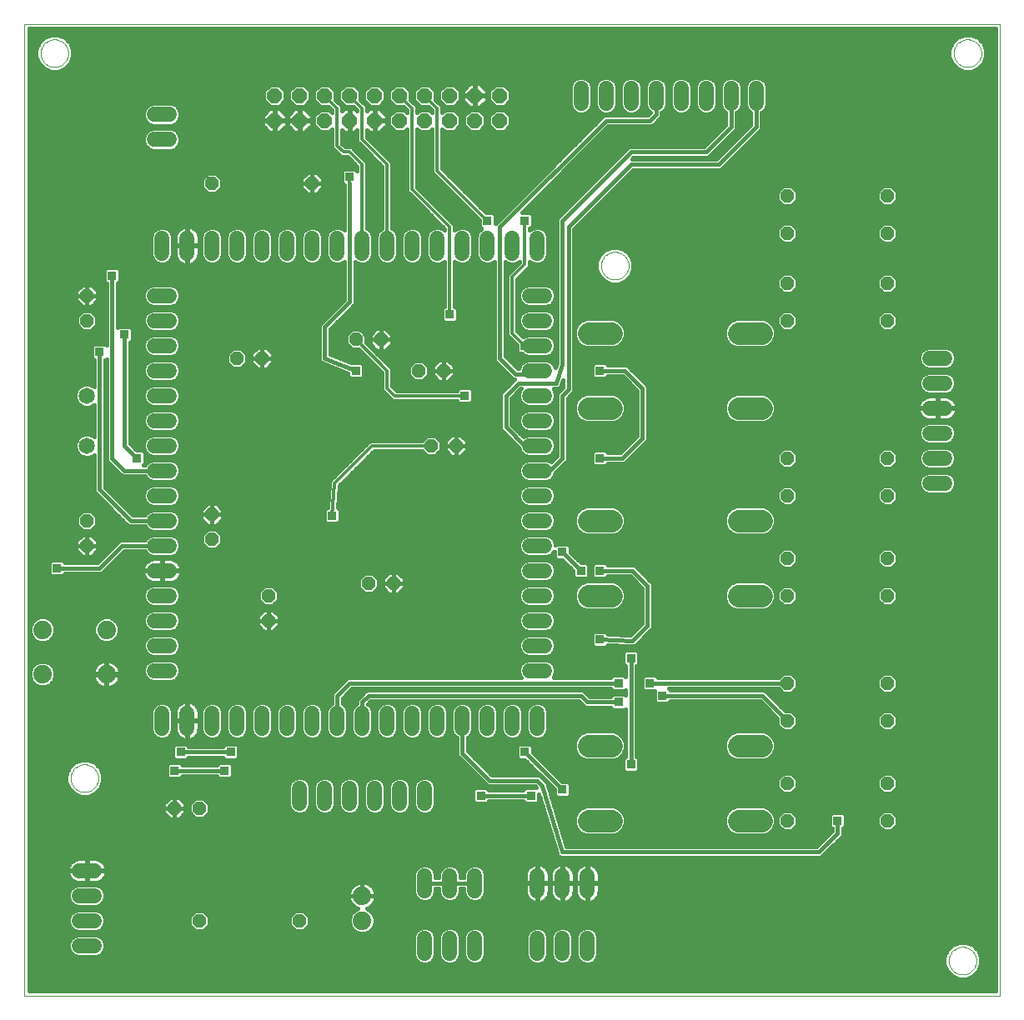
<source format=gbl>
G75*
G70*
%OFA0B0*%
%FSLAX24Y24*%
%IPPOS*%
%LPD*%
%AMOC8*
5,1,8,0,0,1.08239X$1,22.5*
%
%ADD10C,0.0000*%
%ADD11C,0.0600*%
%ADD12OC8,0.0520*%
%ADD13OC8,0.0600*%
%ADD14C,0.0650*%
%ADD15C,0.0740*%
%ADD16C,0.0885*%
%ADD17C,0.0160*%
%ADD18R,0.0356X0.0356*%
%ADD19C,0.0120*%
D10*
X000180Y000180D02*
X000180Y039050D01*
X039172Y039050D01*
X039172Y000180D01*
X000180Y000180D01*
X002029Y008880D02*
X002031Y008927D01*
X002037Y008973D01*
X002047Y009019D01*
X002060Y009064D01*
X002078Y009107D01*
X002099Y009149D01*
X002123Y009189D01*
X002151Y009226D01*
X002182Y009261D01*
X002216Y009294D01*
X002252Y009323D01*
X002291Y009349D01*
X002332Y009372D01*
X002375Y009391D01*
X002419Y009407D01*
X002464Y009419D01*
X002510Y009427D01*
X002557Y009431D01*
X002603Y009431D01*
X002650Y009427D01*
X002696Y009419D01*
X002741Y009407D01*
X002785Y009391D01*
X002828Y009372D01*
X002869Y009349D01*
X002908Y009323D01*
X002944Y009294D01*
X002978Y009261D01*
X003009Y009226D01*
X003037Y009189D01*
X003061Y009149D01*
X003082Y009107D01*
X003100Y009064D01*
X003113Y009019D01*
X003123Y008973D01*
X003129Y008927D01*
X003131Y008880D01*
X003129Y008833D01*
X003123Y008787D01*
X003113Y008741D01*
X003100Y008696D01*
X003082Y008653D01*
X003061Y008611D01*
X003037Y008571D01*
X003009Y008534D01*
X002978Y008499D01*
X002944Y008466D01*
X002908Y008437D01*
X002869Y008411D01*
X002828Y008388D01*
X002785Y008369D01*
X002741Y008353D01*
X002696Y008341D01*
X002650Y008333D01*
X002603Y008329D01*
X002557Y008329D01*
X002510Y008333D01*
X002464Y008341D01*
X002419Y008353D01*
X002375Y008369D01*
X002332Y008388D01*
X002291Y008411D01*
X002252Y008437D01*
X002216Y008466D01*
X002182Y008499D01*
X002151Y008534D01*
X002123Y008571D01*
X002099Y008611D01*
X002078Y008653D01*
X002060Y008696D01*
X002047Y008741D01*
X002037Y008787D01*
X002031Y008833D01*
X002029Y008880D01*
X023229Y029380D02*
X023231Y029427D01*
X023237Y029473D01*
X023247Y029519D01*
X023260Y029564D01*
X023278Y029607D01*
X023299Y029649D01*
X023323Y029689D01*
X023351Y029726D01*
X023382Y029761D01*
X023416Y029794D01*
X023452Y029823D01*
X023491Y029849D01*
X023532Y029872D01*
X023575Y029891D01*
X023619Y029907D01*
X023664Y029919D01*
X023710Y029927D01*
X023757Y029931D01*
X023803Y029931D01*
X023850Y029927D01*
X023896Y029919D01*
X023941Y029907D01*
X023985Y029891D01*
X024028Y029872D01*
X024069Y029849D01*
X024108Y029823D01*
X024144Y029794D01*
X024178Y029761D01*
X024209Y029726D01*
X024237Y029689D01*
X024261Y029649D01*
X024282Y029607D01*
X024300Y029564D01*
X024313Y029519D01*
X024323Y029473D01*
X024329Y029427D01*
X024331Y029380D01*
X024329Y029333D01*
X024323Y029287D01*
X024313Y029241D01*
X024300Y029196D01*
X024282Y029153D01*
X024261Y029111D01*
X024237Y029071D01*
X024209Y029034D01*
X024178Y028999D01*
X024144Y028966D01*
X024108Y028937D01*
X024069Y028911D01*
X024028Y028888D01*
X023985Y028869D01*
X023941Y028853D01*
X023896Y028841D01*
X023850Y028833D01*
X023803Y028829D01*
X023757Y028829D01*
X023710Y028833D01*
X023664Y028841D01*
X023619Y028853D01*
X023575Y028869D01*
X023532Y028888D01*
X023491Y028911D01*
X023452Y028937D01*
X023416Y028966D01*
X023382Y028999D01*
X023351Y029034D01*
X023323Y029071D01*
X023299Y029111D01*
X023278Y029153D01*
X023260Y029196D01*
X023247Y029241D01*
X023237Y029287D01*
X023231Y029333D01*
X023229Y029380D01*
X037329Y037880D02*
X037331Y037927D01*
X037337Y037973D01*
X037347Y038019D01*
X037360Y038064D01*
X037378Y038107D01*
X037399Y038149D01*
X037423Y038189D01*
X037451Y038226D01*
X037482Y038261D01*
X037516Y038294D01*
X037552Y038323D01*
X037591Y038349D01*
X037632Y038372D01*
X037675Y038391D01*
X037719Y038407D01*
X037764Y038419D01*
X037810Y038427D01*
X037857Y038431D01*
X037903Y038431D01*
X037950Y038427D01*
X037996Y038419D01*
X038041Y038407D01*
X038085Y038391D01*
X038128Y038372D01*
X038169Y038349D01*
X038208Y038323D01*
X038244Y038294D01*
X038278Y038261D01*
X038309Y038226D01*
X038337Y038189D01*
X038361Y038149D01*
X038382Y038107D01*
X038400Y038064D01*
X038413Y038019D01*
X038423Y037973D01*
X038429Y037927D01*
X038431Y037880D01*
X038429Y037833D01*
X038423Y037787D01*
X038413Y037741D01*
X038400Y037696D01*
X038382Y037653D01*
X038361Y037611D01*
X038337Y037571D01*
X038309Y037534D01*
X038278Y037499D01*
X038244Y037466D01*
X038208Y037437D01*
X038169Y037411D01*
X038128Y037388D01*
X038085Y037369D01*
X038041Y037353D01*
X037996Y037341D01*
X037950Y037333D01*
X037903Y037329D01*
X037857Y037329D01*
X037810Y037333D01*
X037764Y037341D01*
X037719Y037353D01*
X037675Y037369D01*
X037632Y037388D01*
X037591Y037411D01*
X037552Y037437D01*
X037516Y037466D01*
X037482Y037499D01*
X037451Y037534D01*
X037423Y037571D01*
X037399Y037611D01*
X037378Y037653D01*
X037360Y037696D01*
X037347Y037741D01*
X037337Y037787D01*
X037331Y037833D01*
X037329Y037880D01*
X000829Y037880D02*
X000831Y037927D01*
X000837Y037973D01*
X000847Y038019D01*
X000860Y038064D01*
X000878Y038107D01*
X000899Y038149D01*
X000923Y038189D01*
X000951Y038226D01*
X000982Y038261D01*
X001016Y038294D01*
X001052Y038323D01*
X001091Y038349D01*
X001132Y038372D01*
X001175Y038391D01*
X001219Y038407D01*
X001264Y038419D01*
X001310Y038427D01*
X001357Y038431D01*
X001403Y038431D01*
X001450Y038427D01*
X001496Y038419D01*
X001541Y038407D01*
X001585Y038391D01*
X001628Y038372D01*
X001669Y038349D01*
X001708Y038323D01*
X001744Y038294D01*
X001778Y038261D01*
X001809Y038226D01*
X001837Y038189D01*
X001861Y038149D01*
X001882Y038107D01*
X001900Y038064D01*
X001913Y038019D01*
X001923Y037973D01*
X001929Y037927D01*
X001931Y037880D01*
X001929Y037833D01*
X001923Y037787D01*
X001913Y037741D01*
X001900Y037696D01*
X001882Y037653D01*
X001861Y037611D01*
X001837Y037571D01*
X001809Y037534D01*
X001778Y037499D01*
X001744Y037466D01*
X001708Y037437D01*
X001669Y037411D01*
X001628Y037388D01*
X001585Y037369D01*
X001541Y037353D01*
X001496Y037341D01*
X001450Y037333D01*
X001403Y037329D01*
X001357Y037329D01*
X001310Y037333D01*
X001264Y037341D01*
X001219Y037353D01*
X001175Y037369D01*
X001132Y037388D01*
X001091Y037411D01*
X001052Y037437D01*
X001016Y037466D01*
X000982Y037499D01*
X000951Y037534D01*
X000923Y037571D01*
X000899Y037611D01*
X000878Y037653D01*
X000860Y037696D01*
X000847Y037741D01*
X000837Y037787D01*
X000831Y037833D01*
X000829Y037880D01*
X037129Y001580D02*
X037131Y001627D01*
X037137Y001673D01*
X037147Y001719D01*
X037160Y001764D01*
X037178Y001807D01*
X037199Y001849D01*
X037223Y001889D01*
X037251Y001926D01*
X037282Y001961D01*
X037316Y001994D01*
X037352Y002023D01*
X037391Y002049D01*
X037432Y002072D01*
X037475Y002091D01*
X037519Y002107D01*
X037564Y002119D01*
X037610Y002127D01*
X037657Y002131D01*
X037703Y002131D01*
X037750Y002127D01*
X037796Y002119D01*
X037841Y002107D01*
X037885Y002091D01*
X037928Y002072D01*
X037969Y002049D01*
X038008Y002023D01*
X038044Y001994D01*
X038078Y001961D01*
X038109Y001926D01*
X038137Y001889D01*
X038161Y001849D01*
X038182Y001807D01*
X038200Y001764D01*
X038213Y001719D01*
X038223Y001673D01*
X038229Y001627D01*
X038231Y001580D01*
X038229Y001533D01*
X038223Y001487D01*
X038213Y001441D01*
X038200Y001396D01*
X038182Y001353D01*
X038161Y001311D01*
X038137Y001271D01*
X038109Y001234D01*
X038078Y001199D01*
X038044Y001166D01*
X038008Y001137D01*
X037969Y001111D01*
X037928Y001088D01*
X037885Y001069D01*
X037841Y001053D01*
X037796Y001041D01*
X037750Y001033D01*
X037703Y001029D01*
X037657Y001029D01*
X037610Y001033D01*
X037564Y001041D01*
X037519Y001053D01*
X037475Y001069D01*
X037432Y001088D01*
X037391Y001111D01*
X037352Y001137D01*
X037316Y001166D01*
X037282Y001199D01*
X037251Y001234D01*
X037223Y001271D01*
X037199Y001311D01*
X037178Y001353D01*
X037160Y001396D01*
X037147Y001441D01*
X037137Y001487D01*
X037131Y001533D01*
X037129Y001580D01*
D11*
X022680Y001880D02*
X022680Y002480D01*
X021680Y002480D02*
X021680Y001880D01*
X020680Y001880D02*
X020680Y002480D01*
X020680Y004380D02*
X020680Y004980D01*
X021680Y004980D02*
X021680Y004380D01*
X022680Y004380D02*
X022680Y004980D01*
X018180Y004980D02*
X018180Y004380D01*
X017180Y004380D02*
X017180Y004980D01*
X016180Y004980D02*
X016180Y004380D01*
X016180Y002480D02*
X016180Y001880D01*
X017180Y001880D02*
X017180Y002480D01*
X018180Y002480D02*
X018180Y001880D01*
X016180Y007880D02*
X016180Y008480D01*
X015180Y008480D02*
X015180Y007880D01*
X014180Y007880D02*
X014180Y008480D01*
X013180Y008480D02*
X013180Y007880D01*
X012180Y007880D02*
X012180Y008480D01*
X011180Y008480D02*
X011180Y007880D01*
X010680Y010880D02*
X010680Y011480D01*
X011680Y011480D02*
X011680Y010880D01*
X012680Y010880D02*
X012680Y011480D01*
X013680Y011480D02*
X013680Y010880D01*
X014680Y010880D02*
X014680Y011480D01*
X015680Y011480D02*
X015680Y010880D01*
X016680Y010880D02*
X016680Y011480D01*
X017680Y011480D02*
X017680Y010880D01*
X018680Y010880D02*
X018680Y011480D01*
X019680Y011480D02*
X019680Y010880D01*
X020680Y010880D02*
X020680Y011480D01*
X020980Y013180D02*
X020380Y013180D01*
X020380Y014180D02*
X020980Y014180D01*
X020980Y015180D02*
X020380Y015180D01*
X020380Y016180D02*
X020980Y016180D01*
X020980Y017180D02*
X020380Y017180D01*
X020380Y018180D02*
X020980Y018180D01*
X020980Y019180D02*
X020380Y019180D01*
X020380Y020180D02*
X020980Y020180D01*
X020980Y021180D02*
X020380Y021180D01*
X020380Y022180D02*
X020980Y022180D01*
X020980Y023180D02*
X020380Y023180D01*
X020380Y024180D02*
X020980Y024180D01*
X020980Y025180D02*
X020380Y025180D01*
X020380Y026180D02*
X020980Y026180D01*
X020980Y027180D02*
X020380Y027180D01*
X020380Y028180D02*
X020980Y028180D01*
X020680Y029880D02*
X020680Y030480D01*
X019680Y030480D02*
X019680Y029880D01*
X018680Y029880D02*
X018680Y030480D01*
X017680Y030480D02*
X017680Y029880D01*
X016680Y029880D02*
X016680Y030480D01*
X015680Y030480D02*
X015680Y029880D01*
X014680Y029880D02*
X014680Y030480D01*
X013680Y030480D02*
X013680Y029880D01*
X012680Y029880D02*
X012680Y030480D01*
X011680Y030480D02*
X011680Y029880D01*
X010680Y029880D02*
X010680Y030480D01*
X009680Y030480D02*
X009680Y029880D01*
X008680Y029880D02*
X008680Y030480D01*
X007680Y030480D02*
X007680Y029880D01*
X006680Y029880D02*
X006680Y030480D01*
X005680Y030480D02*
X005680Y029880D01*
X005380Y028180D02*
X005980Y028180D01*
X005980Y027180D02*
X005380Y027180D01*
X005380Y026180D02*
X005980Y026180D01*
X005980Y025180D02*
X005380Y025180D01*
X005380Y024180D02*
X005980Y024180D01*
X005980Y023180D02*
X005380Y023180D01*
X005380Y022180D02*
X005980Y022180D01*
X005980Y021180D02*
X005380Y021180D01*
X005380Y020180D02*
X005980Y020180D01*
X005980Y019180D02*
X005380Y019180D01*
X005380Y018180D02*
X005980Y018180D01*
X005980Y017180D02*
X005380Y017180D01*
X005380Y016180D02*
X005980Y016180D01*
X005980Y015180D02*
X005380Y015180D01*
X005380Y014180D02*
X005980Y014180D01*
X005980Y013180D02*
X005380Y013180D01*
X005680Y011480D02*
X005680Y010880D01*
X006680Y010880D02*
X006680Y011480D01*
X007680Y011480D02*
X007680Y010880D01*
X008680Y010880D02*
X008680Y011480D01*
X009680Y011480D02*
X009680Y010880D01*
X002980Y005180D02*
X002380Y005180D01*
X002380Y004180D02*
X002980Y004180D01*
X002980Y003180D02*
X002380Y003180D01*
X002380Y002180D02*
X002980Y002180D01*
X005380Y034430D02*
X005980Y034430D01*
X005980Y035430D02*
X005380Y035430D01*
X022430Y035880D02*
X022430Y036480D01*
X023430Y036480D02*
X023430Y035880D01*
X024430Y035880D02*
X024430Y036480D01*
X025430Y036480D02*
X025430Y035880D01*
X026430Y035880D02*
X026430Y036480D01*
X027430Y036480D02*
X027430Y035880D01*
X028430Y035880D02*
X028430Y036480D01*
X029430Y036480D02*
X029430Y035880D01*
X036380Y025680D02*
X036980Y025680D01*
X036980Y024680D02*
X036380Y024680D01*
X036380Y023680D02*
X036980Y023680D01*
X036980Y022680D02*
X036380Y022680D01*
X036380Y021680D02*
X036980Y021680D01*
X036980Y020680D02*
X036380Y020680D01*
D12*
X034680Y020180D03*
X034680Y021680D03*
X034680Y017680D03*
X034680Y016180D03*
X034680Y012680D03*
X034680Y011180D03*
X034680Y008680D03*
X034680Y007180D03*
X030680Y007180D03*
X030680Y008680D03*
X030680Y011180D03*
X030680Y012680D03*
X030680Y016180D03*
X030680Y017680D03*
X030680Y020180D03*
X030680Y021680D03*
X030680Y027180D03*
X030680Y028680D03*
X030680Y030680D03*
X030680Y032180D03*
X034680Y032180D03*
X034680Y030680D03*
X034680Y028680D03*
X034680Y027180D03*
X017430Y022180D03*
X016430Y022180D03*
X015930Y025180D03*
X016930Y025180D03*
X014430Y026430D03*
X013430Y026430D03*
X009680Y025680D03*
X008680Y025680D03*
X002680Y027180D03*
X002680Y028180D03*
X007680Y032680D03*
X011680Y032680D03*
X007680Y019430D03*
X007680Y018430D03*
X009930Y016180D03*
X009930Y015180D03*
X013930Y016680D03*
X014930Y016680D03*
X007180Y007680D03*
X006180Y007680D03*
X007180Y003180D03*
X011180Y003180D03*
X002680Y018180D03*
X002680Y019180D03*
D13*
X010180Y035180D03*
X010180Y036180D03*
X011180Y036180D03*
X011180Y035180D03*
X012180Y035180D03*
X012180Y036180D03*
X013180Y036180D03*
X013180Y035180D03*
X014180Y035180D03*
X014180Y036180D03*
X015180Y036180D03*
X015180Y035180D03*
X016180Y035180D03*
X016180Y036180D03*
X017180Y036180D03*
X017180Y035180D03*
X018180Y035180D03*
X018180Y036180D03*
X019180Y036180D03*
X019180Y035180D03*
D14*
X002680Y024180D03*
X002680Y022180D03*
D15*
X003460Y014820D03*
X003460Y013040D03*
X000900Y013040D03*
X000900Y014820D03*
X013680Y004180D03*
X013680Y003180D03*
D16*
X022738Y007180D02*
X023623Y007180D01*
X023623Y010180D02*
X022738Y010180D01*
X028738Y010180D02*
X029623Y010180D01*
X029623Y007180D02*
X028738Y007180D01*
X028738Y016180D02*
X029623Y016180D01*
X029623Y019180D02*
X028738Y019180D01*
X028738Y023680D02*
X029623Y023680D01*
X029623Y026680D02*
X028738Y026680D01*
X023623Y026680D02*
X022738Y026680D01*
X022738Y023680D02*
X023623Y023680D01*
X023623Y019180D02*
X022738Y019180D01*
X022738Y016180D02*
X023623Y016180D01*
D17*
X024205Y016189D02*
X024860Y016189D01*
X024860Y016347D02*
X024184Y016347D01*
X024205Y016296D02*
X024116Y016510D01*
X023952Y016674D01*
X023738Y016762D01*
X022622Y016762D01*
X022408Y016674D01*
X022244Y016510D01*
X022155Y016296D01*
X022155Y016064D01*
X022244Y015850D01*
X022408Y015686D01*
X022622Y015598D01*
X023738Y015598D01*
X023952Y015686D01*
X024116Y015850D01*
X024205Y016064D01*
X024205Y016296D01*
X024118Y016506D02*
X024843Y016506D01*
X024860Y016489D02*
X024860Y015071D01*
X024392Y014604D01*
X023498Y014638D01*
X023498Y014666D01*
X023416Y014748D01*
X022944Y014748D01*
X022862Y014666D01*
X022862Y014194D01*
X022944Y014112D01*
X023416Y014112D01*
X023498Y014194D01*
X023498Y014198D01*
X024385Y014163D01*
X024389Y014160D01*
X024476Y014160D01*
X024563Y014157D01*
X024566Y014160D01*
X024571Y014160D01*
X024633Y014221D01*
X024696Y014280D01*
X024697Y014285D01*
X025171Y014760D01*
X025300Y014889D01*
X025300Y016671D01*
X024700Y017271D01*
X024571Y017400D01*
X023498Y017400D01*
X023498Y017416D01*
X023416Y017498D01*
X022944Y017498D01*
X022862Y017416D01*
X022862Y016944D01*
X022944Y016862D01*
X023416Y016862D01*
X023498Y016944D01*
X023498Y016960D01*
X024389Y016960D01*
X024860Y016489D01*
X025080Y016580D02*
X024480Y017180D01*
X023180Y017180D01*
X022862Y017140D02*
X022748Y017140D01*
X022748Y017298D02*
X022862Y017298D01*
X022902Y017457D02*
X022708Y017457D01*
X022748Y017416D02*
X022666Y017498D01*
X022423Y017498D01*
X021998Y017923D01*
X021998Y018166D01*
X021916Y018248D01*
X021444Y018248D01*
X021420Y018224D01*
X021420Y018268D01*
X021353Y018429D01*
X021229Y018553D01*
X021068Y018620D01*
X020292Y018620D01*
X020131Y018553D01*
X020007Y018429D01*
X019940Y018268D01*
X019940Y018092D01*
X020007Y017931D01*
X020131Y017807D01*
X020292Y017740D01*
X021068Y017740D01*
X021229Y017807D01*
X021353Y017931D01*
X021362Y017952D01*
X021362Y017694D01*
X021444Y017612D01*
X021687Y017612D01*
X022112Y017187D01*
X022112Y016944D01*
X022194Y016862D01*
X022666Y016862D01*
X022748Y016944D01*
X022748Y017416D01*
X022430Y017180D02*
X021680Y017930D01*
X021998Y017932D02*
X030366Y017932D01*
X030280Y017846D02*
X030514Y018080D01*
X030846Y018080D01*
X031080Y017846D01*
X031080Y017514D01*
X030846Y017280D01*
X030514Y017280D01*
X030280Y017514D01*
X030280Y017846D01*
X030280Y017774D02*
X022148Y017774D01*
X022306Y017615D02*
X030280Y017615D01*
X030338Y017457D02*
X023458Y017457D01*
X022862Y016981D02*
X022748Y016981D01*
X022398Y016664D02*
X015370Y016664D01*
X015370Y016680D02*
X014930Y016680D01*
X015370Y016680D01*
X015370Y016862D01*
X015112Y017120D01*
X014930Y017120D01*
X014930Y016680D01*
X014930Y016680D01*
X014930Y016680D01*
X014930Y016240D01*
X015112Y016240D01*
X015370Y016498D01*
X015370Y016680D01*
X015370Y016823D02*
X020115Y016823D01*
X020131Y016807D02*
X020292Y016740D01*
X021068Y016740D01*
X021229Y016807D01*
X021353Y016931D01*
X021420Y017092D01*
X021420Y017268D01*
X021353Y017429D01*
X021229Y017553D01*
X021068Y017620D01*
X020292Y017620D01*
X020131Y017553D01*
X020007Y017429D01*
X019940Y017268D01*
X019940Y017092D01*
X020007Y016931D01*
X020131Y016807D01*
X019986Y016981D02*
X015251Y016981D01*
X014930Y016981D02*
X014930Y016981D01*
X014930Y017120D02*
X014748Y017120D01*
X014490Y016862D01*
X014490Y016680D01*
X014930Y016680D01*
X014930Y016680D01*
X014930Y016680D01*
X014930Y017120D01*
X014930Y016823D02*
X014930Y016823D01*
X014930Y016680D02*
X014490Y016680D01*
X014490Y016498D01*
X014748Y016240D01*
X014930Y016240D01*
X014930Y016680D01*
X014930Y016664D02*
X014930Y016664D01*
X014930Y016506D02*
X014930Y016506D01*
X014930Y016347D02*
X014930Y016347D01*
X015219Y016347D02*
X019973Y016347D01*
X019940Y016268D02*
X019940Y016092D01*
X020007Y015931D01*
X020131Y015807D01*
X020292Y015740D01*
X021068Y015740D01*
X021229Y015807D01*
X021353Y015931D01*
X021420Y016092D01*
X021420Y016268D01*
X021353Y016429D01*
X021229Y016553D01*
X021068Y016620D01*
X020292Y016620D01*
X020131Y016553D01*
X020007Y016429D01*
X019940Y016268D01*
X019940Y016189D02*
X010330Y016189D01*
X010330Y016346D02*
X010096Y016580D01*
X009764Y016580D01*
X009530Y016346D01*
X009530Y016014D01*
X009764Y015780D01*
X010096Y015780D01*
X010330Y016014D01*
X010330Y016346D01*
X010329Y016347D02*
X013697Y016347D01*
X013764Y016280D02*
X014096Y016280D01*
X014330Y016514D01*
X014330Y016846D01*
X014096Y017080D01*
X013764Y017080D01*
X013530Y016846D01*
X013530Y016514D01*
X013764Y016280D01*
X013539Y016506D02*
X010170Y016506D01*
X009690Y016506D02*
X006277Y016506D01*
X006229Y016553D02*
X006068Y016620D01*
X005292Y016620D01*
X005131Y016553D01*
X005007Y016429D01*
X004940Y016268D01*
X004940Y016092D01*
X005007Y015931D01*
X005131Y015807D01*
X005292Y015740D01*
X006068Y015740D01*
X006229Y015807D01*
X006353Y015931D01*
X006420Y016092D01*
X006420Y016268D01*
X006353Y016429D01*
X006229Y016553D01*
X006164Y016735D02*
X006232Y016769D01*
X006293Y016814D01*
X006346Y016867D01*
X006391Y016928D01*
X006425Y016996D01*
X006448Y017068D01*
X006460Y017142D01*
X006460Y017160D01*
X005700Y017160D01*
X005700Y017200D01*
X005660Y017200D01*
X005660Y017660D01*
X005342Y017660D01*
X005268Y017648D01*
X005196Y017625D01*
X005128Y017591D01*
X005067Y017546D01*
X005014Y017493D01*
X004969Y017432D01*
X004935Y017364D01*
X004912Y017292D01*
X004900Y017218D01*
X004900Y017200D01*
X005660Y017200D01*
X005660Y017160D01*
X005700Y017160D01*
X005700Y016700D01*
X006018Y016700D01*
X006092Y016712D01*
X006164Y016735D01*
X006301Y016823D02*
X013530Y016823D01*
X013530Y016664D02*
X000360Y016664D01*
X000360Y016506D02*
X005083Y016506D01*
X004973Y016347D02*
X000360Y016347D01*
X000360Y016189D02*
X004940Y016189D01*
X004966Y016030D02*
X000360Y016030D01*
X000360Y015872D02*
X005066Y015872D01*
X005134Y015555D02*
X000360Y015555D01*
X000360Y015713D02*
X022381Y015713D01*
X022235Y015872D02*
X021294Y015872D01*
X021394Y016030D02*
X022169Y016030D01*
X022155Y016189D02*
X021420Y016189D01*
X021387Y016347D02*
X022176Y016347D01*
X022242Y016506D02*
X021277Y016506D01*
X021245Y016823D02*
X024526Y016823D01*
X024685Y016664D02*
X023962Y016664D01*
X024191Y016030D02*
X024860Y016030D01*
X024860Y015872D02*
X024125Y015872D01*
X023979Y015713D02*
X024860Y015713D01*
X024860Y015555D02*
X021226Y015555D01*
X021229Y015553D02*
X021068Y015620D01*
X020292Y015620D01*
X020131Y015553D01*
X020007Y015429D01*
X019940Y015268D01*
X019940Y015092D01*
X020007Y014931D01*
X020131Y014807D01*
X020292Y014740D01*
X021068Y014740D01*
X021229Y014807D01*
X021353Y014931D01*
X021420Y015092D01*
X021420Y015268D01*
X021353Y015429D01*
X021229Y015553D01*
X021367Y015396D02*
X024860Y015396D01*
X024860Y015238D02*
X021420Y015238D01*
X021414Y015079D02*
X024860Y015079D01*
X024709Y014921D02*
X021343Y014921D01*
X021121Y014762D02*
X024551Y014762D01*
X024480Y014380D02*
X025080Y014980D01*
X025080Y016580D01*
X025300Y016506D02*
X028242Y016506D01*
X028244Y016510D02*
X028155Y016296D01*
X028155Y016064D01*
X028244Y015850D01*
X028408Y015686D01*
X028622Y015598D01*
X029738Y015598D01*
X029952Y015686D01*
X030116Y015850D01*
X030205Y016064D01*
X030205Y016296D01*
X030116Y016510D01*
X029952Y016674D01*
X029738Y016762D01*
X028622Y016762D01*
X028408Y016674D01*
X028244Y016510D01*
X028176Y016347D02*
X025300Y016347D01*
X025300Y016189D02*
X028155Y016189D01*
X028169Y016030D02*
X025300Y016030D01*
X025300Y015872D02*
X028235Y015872D01*
X028381Y015713D02*
X025300Y015713D01*
X025300Y015555D02*
X038992Y015555D01*
X038992Y015713D02*
X029979Y015713D01*
X030125Y015872D02*
X030423Y015872D01*
X030514Y015780D02*
X030846Y015780D01*
X031080Y016014D01*
X031080Y016346D01*
X030846Y016580D01*
X030514Y016580D01*
X030280Y016346D01*
X030280Y016014D01*
X030514Y015780D01*
X030280Y016030D02*
X030191Y016030D01*
X030205Y016189D02*
X030280Y016189D01*
X030281Y016347D02*
X030184Y016347D01*
X030118Y016506D02*
X030440Y016506D01*
X030920Y016506D02*
X034440Y016506D01*
X034514Y016580D02*
X034280Y016346D01*
X034280Y016014D01*
X034514Y015780D01*
X034846Y015780D01*
X035080Y016014D01*
X035080Y016346D01*
X034846Y016580D01*
X034514Y016580D01*
X034281Y016347D02*
X031079Y016347D01*
X031080Y016189D02*
X034280Y016189D01*
X034280Y016030D02*
X031080Y016030D01*
X030937Y015872D02*
X034423Y015872D01*
X034937Y015872D02*
X038992Y015872D01*
X038992Y016030D02*
X035080Y016030D01*
X035080Y016189D02*
X038992Y016189D01*
X038992Y016347D02*
X035079Y016347D01*
X034920Y016506D02*
X038992Y016506D01*
X038992Y016664D02*
X029962Y016664D01*
X030496Y017298D02*
X024673Y017298D01*
X024832Y017140D02*
X038992Y017140D01*
X038992Y017298D02*
X034864Y017298D01*
X034846Y017280D02*
X035080Y017514D01*
X035080Y017846D01*
X034846Y018080D01*
X034514Y018080D01*
X034280Y017846D01*
X034280Y017514D01*
X034514Y017280D01*
X034846Y017280D01*
X035022Y017457D02*
X038992Y017457D01*
X038992Y017615D02*
X035080Y017615D01*
X035080Y017774D02*
X038992Y017774D01*
X038992Y017932D02*
X034994Y017932D01*
X034366Y017932D02*
X030994Y017932D01*
X031080Y017774D02*
X034280Y017774D01*
X034280Y017615D02*
X031080Y017615D01*
X031022Y017457D02*
X034338Y017457D01*
X034496Y017298D02*
X030864Y017298D01*
X029952Y018686D02*
X029738Y018598D01*
X028622Y018598D01*
X028408Y018686D01*
X028244Y018850D01*
X028155Y019064D01*
X028155Y019296D01*
X028244Y019510D01*
X028408Y019674D01*
X028622Y019762D01*
X029738Y019762D01*
X029952Y019674D01*
X030116Y019510D01*
X030205Y019296D01*
X030205Y019064D01*
X030116Y018850D01*
X029952Y018686D01*
X029991Y018725D02*
X038992Y018725D01*
X038992Y018883D02*
X030130Y018883D01*
X030196Y019042D02*
X038992Y019042D01*
X038992Y019200D02*
X030205Y019200D01*
X030179Y019359D02*
X038992Y019359D01*
X038992Y019517D02*
X030109Y019517D01*
X029948Y019676D02*
X038992Y019676D01*
X038992Y019834D02*
X034900Y019834D01*
X034846Y019780D02*
X035080Y020014D01*
X035080Y020346D01*
X034846Y020580D01*
X034514Y020580D01*
X034280Y020346D01*
X034280Y020014D01*
X034514Y019780D01*
X034846Y019780D01*
X035058Y019993D02*
X038992Y019993D01*
X038992Y020151D02*
X035080Y020151D01*
X035080Y020310D02*
X036128Y020310D01*
X036131Y020307D02*
X036292Y020240D01*
X037068Y020240D01*
X037229Y020307D01*
X037353Y020431D01*
X037420Y020592D01*
X037420Y020768D01*
X037353Y020929D01*
X037229Y021053D01*
X037068Y021120D01*
X036292Y021120D01*
X036131Y021053D01*
X036007Y020929D01*
X035940Y020768D01*
X035940Y020592D01*
X036007Y020431D01*
X036131Y020307D01*
X035992Y020468D02*
X034958Y020468D01*
X034402Y020468D02*
X030958Y020468D01*
X030846Y020580D02*
X030514Y020580D01*
X030280Y020346D01*
X030280Y020014D01*
X030514Y019780D01*
X030846Y019780D01*
X031080Y020014D01*
X031080Y020346D01*
X030846Y020580D01*
X031080Y020310D02*
X034280Y020310D01*
X034280Y020151D02*
X031080Y020151D01*
X031058Y019993D02*
X034302Y019993D01*
X034460Y019834D02*
X030900Y019834D01*
X030460Y019834D02*
X021256Y019834D01*
X021229Y019807D02*
X021353Y019931D01*
X021420Y020092D01*
X021420Y020268D01*
X021353Y020429D01*
X021229Y020553D01*
X021068Y020620D01*
X020292Y020620D01*
X020131Y020553D01*
X020007Y020429D01*
X019940Y020268D01*
X019940Y020092D01*
X020007Y019931D01*
X020131Y019807D01*
X020292Y019740D01*
X021068Y019740D01*
X021229Y019807D01*
X021379Y019993D02*
X030302Y019993D01*
X030280Y020151D02*
X021420Y020151D01*
X021403Y020310D02*
X030280Y020310D01*
X030402Y020468D02*
X021314Y020468D01*
X021176Y020785D02*
X035947Y020785D01*
X035940Y020627D02*
X012809Y020627D01*
X012774Y020591D02*
X014163Y021980D01*
X016064Y021980D01*
X016264Y021780D01*
X016596Y021780D01*
X016830Y022014D01*
X016830Y022346D01*
X016596Y022580D01*
X016264Y022580D01*
X016064Y022380D01*
X013997Y022380D01*
X013880Y022263D01*
X012444Y020827D01*
X012387Y020778D01*
X012386Y020769D01*
X012380Y020763D01*
X012380Y020688D01*
X012304Y019698D01*
X012244Y019698D01*
X012162Y019616D01*
X012162Y019144D01*
X012244Y019062D01*
X012716Y019062D01*
X012798Y019144D01*
X012798Y019616D01*
X012716Y019698D01*
X012705Y019698D01*
X012774Y020591D01*
X012764Y020468D02*
X020046Y020468D01*
X019957Y020310D02*
X012752Y020310D01*
X012740Y020151D02*
X019940Y020151D01*
X019981Y019993D02*
X012728Y019993D01*
X012716Y019834D02*
X020104Y019834D01*
X020131Y019553D02*
X020007Y019429D01*
X019940Y019268D01*
X019940Y019092D01*
X020007Y018931D01*
X020131Y018807D01*
X020292Y018740D01*
X021068Y018740D01*
X021229Y018807D01*
X021353Y018931D01*
X021420Y019092D01*
X021420Y019268D01*
X021353Y019429D01*
X021229Y019553D01*
X021068Y019620D01*
X020292Y019620D01*
X020131Y019553D01*
X020095Y019517D02*
X012798Y019517D01*
X012798Y019359D02*
X019978Y019359D01*
X019940Y019200D02*
X012798Y019200D01*
X012739Y019676D02*
X022412Y019676D01*
X022408Y019674D02*
X022244Y019510D01*
X022155Y019296D01*
X022155Y019064D01*
X022244Y018850D01*
X022408Y018686D01*
X022622Y018598D01*
X023738Y018598D01*
X023952Y018686D01*
X024116Y018850D01*
X024205Y019064D01*
X024205Y019296D01*
X024116Y019510D01*
X023952Y019674D01*
X023738Y019762D01*
X022622Y019762D01*
X022408Y019674D01*
X022251Y019517D02*
X021265Y019517D01*
X021382Y019359D02*
X022181Y019359D01*
X022155Y019200D02*
X021420Y019200D01*
X021399Y019042D02*
X022164Y019042D01*
X022230Y018883D02*
X021305Y018883D01*
X021198Y018566D02*
X038992Y018566D01*
X038992Y018408D02*
X021362Y018408D01*
X021420Y018249D02*
X038992Y018249D01*
X038992Y018091D02*
X021998Y018091D01*
X021842Y017457D02*
X021326Y017457D01*
X021407Y017298D02*
X022001Y017298D01*
X022112Y017140D02*
X021420Y017140D01*
X021374Y016981D02*
X022112Y016981D01*
X021441Y017615D02*
X021080Y017615D01*
X021148Y017774D02*
X021362Y017774D01*
X021354Y017932D02*
X021362Y017932D01*
X022369Y018725D02*
X007951Y018725D01*
X007846Y018830D02*
X008080Y018596D01*
X008080Y018264D01*
X007846Y018030D01*
X007514Y018030D01*
X007280Y018264D01*
X007280Y018596D01*
X007514Y018830D01*
X007846Y018830D01*
X007862Y018990D02*
X008120Y019248D01*
X008120Y019430D01*
X008120Y019612D01*
X007862Y019870D01*
X007680Y019870D01*
X007680Y019430D01*
X007680Y019430D01*
X008120Y019430D01*
X007680Y019430D01*
X007680Y019430D01*
X007680Y019430D01*
X007240Y019430D01*
X007240Y019612D01*
X007498Y019870D01*
X007680Y019870D01*
X007680Y019430D01*
X007680Y018990D01*
X007862Y018990D01*
X007914Y019042D02*
X019961Y019042D01*
X020055Y018883D02*
X006305Y018883D01*
X006353Y018931D02*
X006420Y019092D01*
X006420Y019268D01*
X006353Y019429D01*
X006229Y019553D01*
X006068Y019620D01*
X005292Y019620D01*
X005131Y019553D01*
X005007Y019429D01*
X004995Y019400D01*
X004521Y019400D01*
X003400Y020521D01*
X003400Y025612D01*
X003416Y025612D01*
X003460Y025656D01*
X003460Y021589D01*
X003960Y021089D01*
X004089Y020960D01*
X004995Y020960D01*
X005007Y020931D01*
X005131Y020807D01*
X005292Y020740D01*
X006068Y020740D01*
X006229Y020807D01*
X006353Y020931D01*
X006420Y021092D01*
X006420Y021268D01*
X006353Y021429D01*
X006229Y021553D01*
X006068Y021620D01*
X005292Y021620D01*
X005131Y021553D01*
X005007Y021429D01*
X004995Y021400D01*
X004954Y021400D01*
X004998Y021444D01*
X004998Y021916D01*
X004916Y021998D01*
X004673Y021998D01*
X004400Y022271D01*
X004400Y026312D01*
X004416Y026312D01*
X004498Y026394D01*
X004498Y026866D01*
X004416Y026948D01*
X003944Y026948D01*
X003900Y026904D01*
X003900Y028662D01*
X003916Y028662D01*
X003998Y028744D01*
X003998Y029216D01*
X003916Y029298D01*
X003444Y029298D01*
X003362Y029216D01*
X003362Y028744D01*
X003444Y028662D01*
X003460Y028662D01*
X003460Y026204D01*
X003416Y026248D01*
X002944Y026248D01*
X002862Y026166D01*
X002862Y025694D01*
X002944Y025612D01*
X002960Y025612D01*
X002960Y024558D01*
X002943Y024574D01*
X002772Y024645D01*
X002588Y024645D01*
X002417Y024574D01*
X002286Y024443D01*
X002215Y024272D01*
X000360Y024272D01*
X000360Y024114D02*
X002215Y024114D01*
X002215Y024088D02*
X002286Y023917D01*
X002417Y023786D01*
X002588Y023715D01*
X002772Y023715D01*
X002943Y023786D01*
X002960Y023802D01*
X002960Y022558D01*
X002943Y022574D01*
X002772Y022645D01*
X002588Y022645D01*
X002417Y022574D01*
X002286Y022443D01*
X002215Y022272D01*
X002215Y022088D01*
X002286Y021917D01*
X002417Y021786D01*
X002588Y021715D01*
X002772Y021715D01*
X002943Y021786D01*
X002960Y021802D01*
X002960Y020339D01*
X004210Y019089D01*
X004339Y018960D01*
X004995Y018960D01*
X005007Y018931D01*
X005131Y018807D01*
X005292Y018740D01*
X006068Y018740D01*
X006229Y018807D01*
X006353Y018931D01*
X006399Y019042D02*
X007446Y019042D01*
X007498Y018990D02*
X007240Y019248D01*
X007240Y019430D01*
X007680Y019430D01*
X007680Y019430D01*
X007680Y018990D01*
X007498Y018990D01*
X007680Y019042D02*
X007680Y019042D01*
X007680Y019200D02*
X007680Y019200D01*
X007680Y019359D02*
X007680Y019359D01*
X007680Y019517D02*
X007680Y019517D01*
X007680Y019676D02*
X007680Y019676D01*
X007680Y019834D02*
X007680Y019834D01*
X007898Y019834D02*
X012314Y019834D01*
X012327Y019993D02*
X006379Y019993D01*
X006353Y019931D02*
X006420Y020092D01*
X006420Y020268D01*
X006353Y020429D01*
X006229Y020553D01*
X006068Y020620D01*
X005292Y020620D01*
X005131Y020553D01*
X005007Y020429D01*
X004940Y020268D01*
X004940Y020092D01*
X005007Y019931D01*
X005131Y019807D01*
X005292Y019740D01*
X006068Y019740D01*
X006229Y019807D01*
X006353Y019931D01*
X006256Y019834D02*
X007462Y019834D01*
X007303Y019676D02*
X004246Y019676D01*
X004087Y019834D02*
X005104Y019834D01*
X004981Y019993D02*
X003929Y019993D01*
X003770Y020151D02*
X004940Y020151D01*
X004957Y020310D02*
X003612Y020310D01*
X003453Y020468D02*
X005046Y020468D01*
X005184Y020785D02*
X003400Y020785D01*
X003400Y020627D02*
X012375Y020627D01*
X012395Y020785D02*
X006176Y020785D01*
X006358Y020944D02*
X012561Y020944D01*
X012719Y021102D02*
X006420Y021102D01*
X006420Y021261D02*
X012878Y021261D01*
X013036Y021419D02*
X006357Y021419D01*
X006170Y021578D02*
X013195Y021578D01*
X013353Y021736D02*
X004998Y021736D01*
X005131Y021807D02*
X005007Y021931D01*
X004940Y022092D01*
X004940Y022268D01*
X005007Y022429D01*
X005131Y022553D01*
X005292Y022620D01*
X006068Y022620D01*
X006229Y022553D01*
X006353Y022429D01*
X006420Y022268D01*
X006420Y022092D01*
X006353Y021931D01*
X006229Y021807D01*
X006068Y021740D01*
X005292Y021740D01*
X005131Y021807D01*
X005043Y021895D02*
X004998Y021895D01*
X004956Y022053D02*
X004618Y022053D01*
X004460Y022212D02*
X004940Y022212D01*
X004982Y022370D02*
X004400Y022370D01*
X004400Y022529D02*
X005106Y022529D01*
X005131Y022807D02*
X005007Y022931D01*
X004940Y023092D01*
X004940Y023268D01*
X005007Y023429D01*
X005131Y023553D01*
X005292Y023620D01*
X006068Y023620D01*
X006229Y023553D01*
X006353Y023429D01*
X006420Y023268D01*
X006420Y023092D01*
X006353Y022931D01*
X006229Y022807D01*
X006068Y022740D01*
X005292Y022740D01*
X005131Y022807D01*
X005092Y022846D02*
X004400Y022846D01*
X004400Y023004D02*
X004977Y023004D01*
X004940Y023163D02*
X004400Y023163D01*
X004400Y023321D02*
X004962Y023321D01*
X005057Y023480D02*
X004400Y023480D01*
X004400Y023638D02*
X019210Y023638D01*
X019210Y023480D02*
X006303Y023480D01*
X006398Y023321D02*
X019210Y023321D01*
X019210Y023163D02*
X006420Y023163D01*
X006383Y023004D02*
X019210Y023004D01*
X019210Y022846D02*
X006268Y022846D01*
X006254Y022529D02*
X016213Y022529D01*
X016647Y022529D02*
X017156Y022529D01*
X017248Y022620D02*
X016990Y022362D01*
X016990Y022180D01*
X017430Y022180D01*
X017870Y022180D01*
X017870Y022362D01*
X017612Y022620D01*
X017430Y022620D01*
X017430Y022180D01*
X017430Y022180D01*
X017430Y022180D01*
X017870Y022180D01*
X017870Y021998D01*
X017612Y021740D01*
X017430Y021740D01*
X017430Y022180D01*
X017430Y022180D01*
X017430Y022180D01*
X017430Y022620D01*
X017248Y022620D01*
X017430Y022529D02*
X017430Y022529D01*
X017430Y022370D02*
X017430Y022370D01*
X017430Y022212D02*
X017430Y022212D01*
X017430Y022180D02*
X016990Y022180D01*
X016990Y021998D01*
X017248Y021740D01*
X017430Y021740D01*
X017430Y022180D01*
X017430Y022053D02*
X017430Y022053D01*
X017430Y021895D02*
X017430Y021895D01*
X017767Y021895D02*
X020043Y021895D01*
X020007Y021931D02*
X020131Y021807D01*
X020292Y021740D01*
X021068Y021740D01*
X021229Y021807D01*
X021353Y021931D01*
X021420Y022092D01*
X021420Y022268D01*
X021353Y022429D01*
X021229Y022553D01*
X021068Y022620D01*
X020292Y022620D01*
X020131Y022553D01*
X020124Y022547D01*
X019650Y023021D01*
X019650Y024089D01*
X020021Y024460D01*
X020038Y024460D01*
X020007Y024429D01*
X019940Y024268D01*
X019940Y024092D01*
X020007Y023931D01*
X020131Y023807D01*
X020292Y023740D01*
X021068Y023740D01*
X021229Y023807D01*
X021353Y023931D01*
X021420Y024092D01*
X021420Y024268D01*
X021353Y024429D01*
X021322Y024460D01*
X021394Y024460D01*
X021447Y024442D01*
X021482Y024460D01*
X021521Y024460D01*
X021560Y024499D01*
X021610Y024524D01*
X021622Y024561D01*
X021650Y024589D01*
X021710Y024589D01*
X021650Y024589D02*
X021650Y024644D01*
X021710Y024824D01*
X021710Y024521D01*
X021460Y024271D01*
X021460Y021771D01*
X021236Y021547D01*
X021229Y021553D01*
X021068Y021620D01*
X020292Y021620D01*
X020131Y021553D01*
X020007Y021429D01*
X019940Y021268D01*
X019940Y021092D01*
X020007Y020931D01*
X020131Y020807D01*
X020292Y020740D01*
X021068Y020740D01*
X021229Y020807D01*
X021353Y020931D01*
X021420Y021092D01*
X021420Y021109D01*
X021771Y021460D01*
X021900Y021589D01*
X021900Y024089D01*
X022021Y024210D01*
X022150Y024339D01*
X022150Y030839D01*
X024521Y033210D01*
X028021Y033210D01*
X029521Y034710D01*
X029650Y034839D01*
X029650Y035495D01*
X029679Y035507D01*
X029803Y035631D01*
X029870Y035792D01*
X029870Y036568D01*
X029803Y036729D01*
X029679Y036853D01*
X029518Y036920D01*
X029342Y036920D01*
X029181Y036853D01*
X029057Y036729D01*
X028990Y036568D01*
X028990Y035792D01*
X029057Y035631D01*
X029181Y035507D01*
X029210Y035495D01*
X029210Y035021D01*
X027839Y033650D01*
X024461Y033650D01*
X024521Y033710D01*
X027521Y033710D01*
X028521Y034710D01*
X028650Y034839D01*
X028650Y035495D01*
X028679Y035507D01*
X028803Y035631D01*
X028870Y035792D01*
X028870Y036568D01*
X028803Y036729D01*
X028679Y036853D01*
X028518Y036920D01*
X028342Y036920D01*
X028181Y036853D01*
X028057Y036729D01*
X027990Y036568D01*
X027990Y035792D01*
X028057Y035631D01*
X028181Y035507D01*
X028210Y035495D01*
X028210Y035021D01*
X027339Y034150D01*
X024339Y034150D01*
X024210Y034021D01*
X021460Y031271D01*
X021460Y025466D01*
X021406Y025302D01*
X021353Y025429D01*
X021229Y025553D01*
X021068Y025620D01*
X020292Y025620D01*
X020131Y025553D01*
X020007Y025429D01*
X019943Y025275D01*
X019896Y025275D01*
X019400Y025771D01*
X019400Y029538D01*
X019431Y029507D01*
X019592Y029440D01*
X019768Y029440D01*
X019929Y029507D01*
X019980Y029558D01*
X019980Y029513D01*
X019480Y029013D01*
X019480Y026597D01*
X019597Y026480D01*
X019862Y026215D01*
X019862Y025944D01*
X019944Y025862D01*
X020076Y025862D01*
X020131Y025807D01*
X020292Y025740D01*
X021068Y025740D01*
X021229Y025807D01*
X021353Y025931D01*
X021420Y026092D01*
X021420Y026268D01*
X021353Y026429D01*
X021229Y026553D01*
X021068Y026620D01*
X020292Y026620D01*
X020131Y026553D01*
X020110Y026533D01*
X019880Y026763D01*
X019880Y028847D01*
X020263Y029230D01*
X020380Y029347D01*
X020380Y029558D01*
X020431Y029507D01*
X020592Y029440D01*
X020768Y029440D01*
X020929Y029507D01*
X021053Y029631D01*
X021120Y029792D01*
X021120Y030568D01*
X021053Y030729D01*
X020929Y030853D01*
X020768Y030920D01*
X020592Y030920D01*
X020431Y030853D01*
X020380Y030802D01*
X020380Y030862D01*
X020416Y030862D01*
X020498Y030944D01*
X020498Y031416D01*
X020416Y031498D01*
X020059Y031498D01*
X023521Y034960D01*
X025271Y034960D01*
X025400Y035089D01*
X025650Y035339D01*
X025650Y035495D01*
X025679Y035507D01*
X025803Y035631D01*
X025870Y035792D01*
X025870Y036568D01*
X025803Y036729D01*
X025679Y036853D01*
X025518Y036920D01*
X025342Y036920D01*
X025181Y036853D01*
X025057Y036729D01*
X024990Y036568D01*
X024990Y035792D01*
X025057Y035631D01*
X025181Y035507D01*
X025191Y035503D01*
X025089Y035400D01*
X023339Y035400D01*
X019089Y031150D01*
X018998Y031059D01*
X018998Y031416D01*
X018916Y031498D01*
X018645Y031498D01*
X016880Y033263D01*
X016880Y034858D01*
X016998Y034740D01*
X017362Y034740D01*
X017620Y034998D01*
X017620Y035362D01*
X017362Y035620D01*
X016998Y035620D01*
X016880Y035502D01*
X016880Y035763D01*
X016620Y036023D01*
X016620Y036362D01*
X016362Y036620D01*
X015998Y036620D01*
X015740Y036362D01*
X015740Y035998D01*
X015998Y035740D01*
X016337Y035740D01*
X016480Y035597D01*
X016480Y035502D01*
X016362Y035620D01*
X015998Y035620D01*
X015880Y035502D01*
X015880Y035763D01*
X015620Y036023D01*
X015620Y036362D01*
X015362Y036620D01*
X014998Y036620D01*
X014740Y036362D01*
X014740Y035998D01*
X014998Y035740D01*
X015337Y035740D01*
X015480Y035597D01*
X015480Y035502D01*
X015362Y035620D01*
X014998Y035620D01*
X014740Y035362D01*
X014740Y034998D01*
X014998Y034740D01*
X015362Y034740D01*
X015480Y034858D01*
X015480Y032347D01*
X015597Y032230D01*
X016980Y030847D01*
X016980Y030802D01*
X016929Y030853D01*
X016768Y030920D01*
X016592Y030920D01*
X016431Y030853D01*
X016307Y030729D01*
X016240Y030568D01*
X016240Y029792D01*
X016307Y029631D01*
X016431Y029507D01*
X016592Y029440D01*
X016768Y029440D01*
X016929Y029507D01*
X016980Y029558D01*
X016980Y027748D01*
X016944Y027748D01*
X016862Y027666D01*
X016862Y027194D01*
X016944Y027112D01*
X017416Y027112D01*
X017498Y027194D01*
X017498Y027666D01*
X017416Y027748D01*
X017380Y027748D01*
X017380Y029558D01*
X017431Y029507D01*
X017592Y029440D01*
X017768Y029440D01*
X017929Y029507D01*
X018053Y029631D01*
X018120Y029792D01*
X018120Y030568D01*
X018053Y030729D01*
X017929Y030853D01*
X017768Y030920D01*
X017592Y030920D01*
X017431Y030853D01*
X017380Y030802D01*
X017380Y031013D01*
X015880Y032513D01*
X015880Y034858D01*
X015998Y034740D01*
X016362Y034740D01*
X016480Y034858D01*
X016480Y033097D01*
X018362Y031215D01*
X018362Y030944D01*
X018444Y030862D01*
X018452Y030862D01*
X018431Y030853D01*
X018307Y030729D01*
X018240Y030568D01*
X018240Y029792D01*
X018307Y029631D01*
X018431Y029507D01*
X018592Y029440D01*
X018768Y029440D01*
X018929Y029507D01*
X018960Y029538D01*
X018960Y025589D01*
X019585Y024964D01*
X019714Y024835D01*
X019774Y024835D01*
X019710Y024771D01*
X019210Y024271D01*
X019210Y022839D01*
X019339Y022710D01*
X019940Y022109D01*
X019940Y022092D01*
X020007Y021931D01*
X019956Y022053D02*
X017870Y022053D01*
X017870Y022212D02*
X019837Y022212D01*
X019679Y022370D02*
X017862Y022370D01*
X017704Y022529D02*
X019520Y022529D01*
X019362Y022687D02*
X004400Y022687D01*
X004180Y022180D02*
X004680Y021680D01*
X004998Y021578D02*
X005190Y021578D01*
X005003Y021419D02*
X004973Y021419D01*
X005002Y020944D02*
X003400Y020944D01*
X003400Y021102D02*
X003947Y021102D01*
X003788Y021261D02*
X003400Y021261D01*
X003400Y021419D02*
X003630Y021419D01*
X003471Y021578D02*
X003400Y021578D01*
X003400Y021736D02*
X003460Y021736D01*
X003460Y021895D02*
X003400Y021895D01*
X003400Y022053D02*
X003460Y022053D01*
X003460Y022212D02*
X003400Y022212D01*
X003400Y022370D02*
X003460Y022370D01*
X003460Y022529D02*
X003400Y022529D01*
X003400Y022687D02*
X003460Y022687D01*
X003460Y022846D02*
X003400Y022846D01*
X003400Y023004D02*
X003460Y023004D01*
X003460Y023163D02*
X003400Y023163D01*
X003400Y023321D02*
X003460Y023321D01*
X003460Y023480D02*
X003400Y023480D01*
X003400Y023638D02*
X003460Y023638D01*
X003460Y023797D02*
X003400Y023797D01*
X003400Y023955D02*
X003460Y023955D01*
X003460Y024114D02*
X003400Y024114D01*
X003400Y024272D02*
X003460Y024272D01*
X003460Y024431D02*
X003400Y024431D01*
X003400Y024589D02*
X003460Y024589D01*
X003460Y024748D02*
X003400Y024748D01*
X003400Y024906D02*
X003460Y024906D01*
X003460Y025065D02*
X003400Y025065D01*
X003400Y025223D02*
X003460Y025223D01*
X003460Y025382D02*
X003400Y025382D01*
X003400Y025540D02*
X003460Y025540D01*
X003180Y025930D02*
X003180Y020430D01*
X004430Y019180D01*
X005680Y019180D01*
X006265Y019517D02*
X007240Y019517D01*
X007240Y019359D02*
X006382Y019359D01*
X006420Y019200D02*
X007288Y019200D01*
X007409Y018725D02*
X000360Y018725D01*
X000360Y018883D02*
X002411Y018883D01*
X002514Y018780D02*
X002846Y018780D01*
X003080Y019014D01*
X003080Y019346D01*
X002846Y019580D01*
X002514Y019580D01*
X002280Y019346D01*
X002280Y019014D01*
X002514Y018780D01*
X002498Y018620D02*
X002240Y018362D01*
X002240Y018180D01*
X002680Y018180D01*
X002680Y018180D01*
X002680Y018620D01*
X002862Y018620D01*
X003120Y018362D01*
X003120Y018180D01*
X002680Y018180D01*
X002680Y018180D01*
X002680Y018180D01*
X002680Y018620D01*
X002498Y018620D01*
X002444Y018566D02*
X000360Y018566D01*
X000360Y018408D02*
X002285Y018408D01*
X002240Y018249D02*
X000360Y018249D01*
X000360Y018091D02*
X002240Y018091D01*
X002240Y018180D02*
X002240Y017998D01*
X002498Y017740D01*
X002680Y017740D01*
X002862Y017740D01*
X003120Y017998D01*
X003120Y018180D01*
X002680Y018180D01*
X002680Y017740D01*
X002680Y018180D01*
X002680Y018180D01*
X002240Y018180D01*
X002306Y017932D02*
X000360Y017932D01*
X000360Y017774D02*
X002464Y017774D01*
X002680Y017774D02*
X002680Y017774D01*
X002680Y017932D02*
X002680Y017932D01*
X002680Y018091D02*
X002680Y018091D01*
X002680Y018249D02*
X002680Y018249D01*
X002680Y018408D02*
X002680Y018408D01*
X002680Y018566D02*
X002680Y018566D01*
X002916Y018566D02*
X005162Y018566D01*
X005131Y018553D02*
X005007Y018429D01*
X004995Y018400D01*
X003989Y018400D01*
X003860Y018271D01*
X003089Y017500D01*
X001798Y017500D01*
X001798Y017516D01*
X001716Y017598D01*
X001244Y017598D01*
X001162Y017516D01*
X001162Y017044D01*
X001244Y016962D01*
X001716Y016962D01*
X001798Y017044D01*
X001798Y017060D01*
X003271Y017060D01*
X004171Y017960D01*
X004995Y017960D01*
X005007Y017931D01*
X005131Y017807D01*
X005292Y017740D01*
X006068Y017740D01*
X006229Y017807D01*
X006353Y017931D01*
X006420Y018092D01*
X006420Y018268D01*
X006353Y018429D01*
X006229Y018553D01*
X006068Y018620D01*
X005292Y018620D01*
X005131Y018553D01*
X004998Y018408D02*
X003075Y018408D01*
X003120Y018249D02*
X003838Y018249D01*
X003679Y018091D02*
X003120Y018091D01*
X003054Y017932D02*
X003521Y017932D01*
X003362Y017774D02*
X002896Y017774D01*
X003204Y017615D02*
X000360Y017615D01*
X000360Y017457D02*
X001162Y017457D01*
X001162Y017298D02*
X000360Y017298D01*
X000360Y017140D02*
X001162Y017140D01*
X001225Y016981D02*
X000360Y016981D01*
X000360Y016823D02*
X005059Y016823D01*
X005067Y016814D02*
X005128Y016769D01*
X005196Y016735D01*
X005268Y016712D01*
X005342Y016700D01*
X005660Y016700D01*
X005660Y017160D01*
X004900Y017160D01*
X004900Y017142D01*
X004912Y017068D01*
X004935Y016996D01*
X004969Y016928D01*
X005014Y016867D01*
X005067Y016814D01*
X004943Y016981D02*
X001735Y016981D01*
X001480Y017280D02*
X003180Y017280D01*
X004080Y018180D01*
X005680Y018180D01*
X006148Y017774D02*
X020212Y017774D01*
X020280Y017615D02*
X006184Y017615D01*
X006164Y017625D02*
X006092Y017648D01*
X006018Y017660D01*
X005700Y017660D01*
X005700Y017200D01*
X006460Y017200D01*
X006460Y017218D01*
X006448Y017292D01*
X006425Y017364D01*
X006391Y017432D01*
X006346Y017493D01*
X006293Y017546D01*
X006232Y017591D01*
X006164Y017625D01*
X006372Y017457D02*
X020034Y017457D01*
X019953Y017298D02*
X006446Y017298D01*
X006460Y017140D02*
X019940Y017140D01*
X020083Y016506D02*
X015370Y016506D01*
X014641Y016347D02*
X014163Y016347D01*
X014321Y016506D02*
X014490Y016506D01*
X014490Y016664D02*
X014330Y016664D01*
X014330Y016823D02*
X014490Y016823D01*
X014609Y016981D02*
X014195Y016981D01*
X013665Y016981D02*
X006417Y016981D01*
X006387Y016347D02*
X009531Y016347D01*
X009530Y016189D02*
X006420Y016189D01*
X006394Y016030D02*
X009530Y016030D01*
X009673Y015872D02*
X006294Y015872D01*
X006226Y015555D02*
X009682Y015555D01*
X009748Y015620D02*
X009490Y015362D01*
X009490Y015180D01*
X009930Y015180D01*
X009930Y015180D01*
X009930Y015620D01*
X010112Y015620D01*
X010370Y015362D01*
X010370Y015180D01*
X009930Y015180D01*
X009930Y015180D01*
X009930Y015180D01*
X009930Y015620D01*
X009748Y015620D01*
X009930Y015555D02*
X009930Y015555D01*
X009930Y015396D02*
X009930Y015396D01*
X009930Y015238D02*
X009930Y015238D01*
X009930Y015180D02*
X009490Y015180D01*
X009490Y014998D01*
X009748Y014740D01*
X009930Y014740D01*
X010112Y014740D01*
X010370Y014998D01*
X010370Y015180D01*
X009930Y015180D01*
X009930Y014740D01*
X009930Y015180D01*
X009930Y015180D01*
X009930Y015079D02*
X009930Y015079D01*
X009930Y014921D02*
X009930Y014921D01*
X009930Y014762D02*
X009930Y014762D01*
X010134Y014762D02*
X020239Y014762D01*
X020292Y014620D02*
X020131Y014553D01*
X020007Y014429D01*
X019940Y014268D01*
X019940Y014092D01*
X020007Y013931D01*
X020131Y013807D01*
X020292Y013740D01*
X021068Y013740D01*
X021229Y013807D01*
X021353Y013931D01*
X021420Y014092D01*
X021420Y014268D01*
X021353Y014429D01*
X021229Y014553D01*
X021068Y014620D01*
X020292Y014620D01*
X020253Y014604D02*
X006107Y014604D01*
X006068Y014620D02*
X006229Y014553D01*
X006353Y014429D01*
X006420Y014268D01*
X006420Y014092D01*
X006353Y013931D01*
X006229Y013807D01*
X006068Y013740D01*
X005292Y013740D01*
X005131Y013807D01*
X005007Y013931D01*
X004940Y014092D01*
X004940Y014268D01*
X005007Y014429D01*
X005131Y014553D01*
X005292Y014620D01*
X006068Y014620D01*
X006068Y014740D02*
X006229Y014807D01*
X006353Y014931D01*
X006420Y015092D01*
X006420Y015268D01*
X006353Y015429D01*
X006229Y015553D01*
X006068Y015620D01*
X005292Y015620D01*
X005131Y015553D01*
X005007Y015429D01*
X004940Y015268D01*
X004940Y015092D01*
X005007Y014931D01*
X005131Y014807D01*
X005292Y014740D01*
X006068Y014740D01*
X006121Y014762D02*
X009726Y014762D01*
X009567Y014921D02*
X006343Y014921D01*
X006414Y015079D02*
X009490Y015079D01*
X009490Y015238D02*
X006420Y015238D01*
X006367Y015396D02*
X009524Y015396D01*
X010178Y015555D02*
X020134Y015555D01*
X019993Y015396D02*
X010336Y015396D01*
X010370Y015238D02*
X019940Y015238D01*
X019946Y015079D02*
X010370Y015079D01*
X010293Y014921D02*
X020017Y014921D01*
X020023Y014445D02*
X006337Y014445D01*
X006412Y014287D02*
X019948Y014287D01*
X019940Y014128D02*
X006420Y014128D01*
X006369Y013970D02*
X019991Y013970D01*
X020127Y013811D02*
X006233Y013811D01*
X006068Y013620D02*
X006229Y013553D01*
X006353Y013429D01*
X006420Y013268D01*
X006420Y013092D01*
X006353Y012931D01*
X006229Y012807D01*
X006068Y012740D01*
X005292Y012740D01*
X005131Y012807D01*
X005007Y012931D01*
X004940Y013092D01*
X004940Y013268D01*
X005007Y013429D01*
X005131Y013553D01*
X005292Y013620D01*
X006068Y013620D01*
X006288Y013494D02*
X020072Y013494D01*
X020131Y013553D02*
X020007Y013429D01*
X019940Y013268D01*
X019940Y013092D01*
X020007Y012931D01*
X020038Y012900D01*
X013089Y012900D01*
X012589Y012400D01*
X012460Y012271D01*
X012460Y011865D01*
X012431Y011853D01*
X012307Y011729D01*
X012240Y011568D01*
X012240Y010792D01*
X012307Y010631D01*
X012431Y010507D01*
X012592Y010440D01*
X012768Y010440D01*
X012929Y010507D01*
X013053Y010631D01*
X013120Y010792D01*
X013120Y011568D01*
X013053Y011729D01*
X012929Y011853D01*
X012900Y011865D01*
X012900Y012089D01*
X013271Y012460D01*
X023612Y012460D01*
X023612Y012444D01*
X023694Y012362D01*
X024166Y012362D01*
X024210Y012406D01*
X024210Y012204D01*
X024166Y012248D01*
X023694Y012248D01*
X023612Y012166D01*
X023612Y012150D01*
X022771Y012150D01*
X022650Y012271D01*
X022521Y012400D01*
X013839Y012400D01*
X013589Y012150D01*
X013460Y012021D01*
X013460Y011865D01*
X013431Y011853D01*
X013307Y011729D01*
X013240Y011568D01*
X013240Y010792D01*
X013307Y010631D01*
X013431Y010507D01*
X013592Y010440D01*
X013768Y010440D01*
X013929Y010507D01*
X014053Y010631D01*
X014120Y010792D01*
X014120Y011568D01*
X014053Y011729D01*
X013929Y011853D01*
X013919Y011857D01*
X014021Y011960D01*
X022339Y011960D01*
X022589Y011710D01*
X023612Y011710D01*
X023612Y011694D01*
X023694Y011612D01*
X024166Y011612D01*
X024210Y011656D01*
X024210Y009748D01*
X024194Y009748D01*
X024112Y009666D01*
X024112Y009194D01*
X024194Y009112D01*
X024666Y009112D01*
X024748Y009194D01*
X024748Y009666D01*
X024666Y009748D01*
X024650Y009748D01*
X024650Y013362D01*
X024666Y013362D01*
X024748Y013444D01*
X024748Y013916D01*
X024666Y013998D01*
X024194Y013998D01*
X024112Y013916D01*
X024112Y013444D01*
X024194Y013362D01*
X024210Y013362D01*
X024210Y012954D01*
X024166Y012998D01*
X023694Y012998D01*
X023612Y012916D01*
X023612Y012900D01*
X021322Y012900D01*
X021353Y012931D01*
X021420Y013092D01*
X021420Y013268D01*
X021353Y013429D01*
X021229Y013553D01*
X021068Y013620D01*
X020292Y013620D01*
X020131Y013553D01*
X019968Y013336D02*
X006392Y013336D01*
X006420Y013177D02*
X019940Y013177D01*
X019971Y013019D02*
X006389Y013019D01*
X006282Y012860D02*
X013049Y012860D01*
X013180Y012680D02*
X012680Y012180D01*
X012680Y011180D01*
X013120Y011117D02*
X013240Y011117D01*
X013240Y011275D02*
X013120Y011275D01*
X013120Y011434D02*
X013240Y011434D01*
X013250Y011592D02*
X013110Y011592D01*
X013032Y011751D02*
X013328Y011751D01*
X013460Y011909D02*
X012900Y011909D01*
X012900Y012068D02*
X013506Y012068D01*
X013680Y011930D02*
X013680Y011180D01*
X014120Y011117D02*
X014240Y011117D01*
X014240Y011275D02*
X014120Y011275D01*
X014120Y011434D02*
X014240Y011434D01*
X014240Y011568D02*
X014307Y011729D01*
X014431Y011853D01*
X014592Y011920D01*
X014768Y011920D01*
X014929Y011853D01*
X015053Y011729D01*
X015120Y011568D01*
X015120Y010792D01*
X015053Y010631D01*
X014929Y010507D01*
X014768Y010440D01*
X014592Y010440D01*
X014431Y010507D01*
X014307Y010631D01*
X014240Y010792D01*
X014240Y011568D01*
X014250Y011592D02*
X014110Y011592D01*
X014032Y011751D02*
X014328Y011751D01*
X014566Y011909D02*
X013970Y011909D01*
X013930Y012180D02*
X013680Y011930D01*
X013665Y012226D02*
X013037Y012226D01*
X013196Y012385D02*
X013823Y012385D01*
X013930Y012180D02*
X022430Y012180D01*
X022680Y011930D01*
X023930Y011930D01*
X023672Y012226D02*
X022695Y012226D01*
X022537Y012385D02*
X023671Y012385D01*
X023930Y012680D02*
X013180Y012680D01*
X012890Y012702D02*
X003894Y012702D01*
X003880Y012682D02*
X003930Y012752D01*
X003970Y012829D01*
X003996Y012911D01*
X004010Y012997D01*
X004010Y013020D01*
X003480Y013020D01*
X003480Y013060D01*
X004010Y013060D01*
X004010Y013083D01*
X003996Y013169D01*
X003970Y013251D01*
X003930Y013328D01*
X003880Y013398D01*
X003818Y013460D01*
X003748Y013510D01*
X003671Y013550D01*
X003589Y013576D01*
X003503Y013590D01*
X003480Y013590D01*
X003480Y013060D01*
X003440Y013060D01*
X003440Y013590D01*
X003417Y013590D01*
X003331Y013576D01*
X003249Y013550D01*
X003172Y013510D01*
X003102Y013460D01*
X003040Y013398D01*
X002990Y013328D01*
X002950Y013251D01*
X002924Y013169D01*
X002910Y013083D01*
X002910Y013060D01*
X003440Y013060D01*
X003440Y013020D01*
X003480Y013020D01*
X003480Y012490D01*
X003503Y012490D01*
X003589Y012504D01*
X003671Y012530D01*
X003748Y012570D01*
X003818Y012620D01*
X003880Y012682D01*
X003980Y012860D02*
X005078Y012860D01*
X004971Y013019D02*
X004010Y013019D01*
X003994Y013177D02*
X004940Y013177D01*
X004968Y013336D02*
X003925Y013336D01*
X003771Y013494D02*
X005072Y013494D01*
X005127Y013811D02*
X000360Y013811D01*
X000360Y013653D02*
X024112Y013653D01*
X024112Y013811D02*
X021233Y013811D01*
X021369Y013970D02*
X024165Y013970D01*
X024430Y013680D02*
X024430Y009430D01*
X024748Y009373D02*
X038992Y009373D01*
X038992Y009215D02*
X024748Y009215D01*
X024748Y009532D02*
X038992Y009532D01*
X038992Y009690D02*
X029956Y009690D01*
X029952Y009686D02*
X030116Y009850D01*
X030205Y010064D01*
X030205Y010296D01*
X030116Y010510D01*
X029952Y010674D01*
X029738Y010762D01*
X028622Y010762D01*
X028408Y010674D01*
X028244Y010510D01*
X028155Y010296D01*
X028155Y010064D01*
X028244Y009850D01*
X028408Y009686D01*
X028622Y009598D01*
X029738Y009598D01*
X029952Y009686D01*
X030115Y009849D02*
X038992Y009849D01*
X038992Y010007D02*
X030181Y010007D01*
X030205Y010166D02*
X038992Y010166D01*
X038992Y010324D02*
X030193Y010324D01*
X030128Y010483D02*
X038992Y010483D01*
X038992Y010641D02*
X029985Y010641D01*
X030336Y010958D02*
X024650Y010958D01*
X024650Y010800D02*
X030495Y010800D01*
X030514Y010780D02*
X030846Y010780D01*
X031080Y011014D01*
X031080Y011346D01*
X030846Y011580D01*
X030591Y011580D01*
X029900Y012271D01*
X029771Y012400D01*
X025998Y012400D01*
X025998Y012416D01*
X025954Y012460D01*
X030334Y012460D01*
X030514Y012280D01*
X030846Y012280D01*
X031080Y012514D01*
X031080Y012846D01*
X030846Y013080D01*
X030514Y013080D01*
X030334Y012900D01*
X025498Y012900D01*
X025498Y012916D01*
X025416Y012998D01*
X024944Y012998D01*
X024862Y012916D01*
X024862Y012444D01*
X024944Y012362D01*
X025362Y012362D01*
X025362Y011944D01*
X025444Y011862D01*
X025916Y011862D01*
X025998Y011944D01*
X025998Y011960D01*
X029589Y011960D01*
X030280Y011269D01*
X030280Y011014D01*
X030514Y010780D01*
X030865Y010800D02*
X034495Y010800D01*
X034514Y010780D02*
X034846Y010780D01*
X035080Y011014D01*
X035080Y011346D01*
X034846Y011580D01*
X034514Y011580D01*
X034280Y011346D01*
X034280Y011014D01*
X034514Y010780D01*
X034336Y010958D02*
X031024Y010958D01*
X031080Y011117D02*
X034280Y011117D01*
X034280Y011275D02*
X031080Y011275D01*
X030992Y011434D02*
X034368Y011434D01*
X034992Y011434D02*
X038992Y011434D01*
X038992Y011592D02*
X030579Y011592D01*
X030421Y011751D02*
X038992Y011751D01*
X038992Y011909D02*
X030262Y011909D01*
X030104Y012068D02*
X038992Y012068D01*
X038992Y012226D02*
X029945Y012226D01*
X029787Y012385D02*
X030410Y012385D01*
X030680Y012680D02*
X025180Y012680D01*
X024862Y012702D02*
X024650Y012702D01*
X024650Y012860D02*
X024862Y012860D01*
X024650Y013019D02*
X030453Y013019D01*
X030907Y013019D02*
X034453Y013019D01*
X034514Y013080D02*
X034280Y012846D01*
X034280Y012514D01*
X034514Y012280D01*
X034846Y012280D01*
X035080Y012514D01*
X035080Y012846D01*
X034846Y013080D01*
X034514Y013080D01*
X034294Y012860D02*
X031066Y012860D01*
X031080Y012702D02*
X034280Y012702D01*
X034280Y012543D02*
X031080Y012543D01*
X030950Y012385D02*
X034410Y012385D01*
X034950Y012385D02*
X038992Y012385D01*
X038992Y012543D02*
X035080Y012543D01*
X035080Y012702D02*
X038992Y012702D01*
X038992Y012860D02*
X035066Y012860D01*
X034907Y013019D02*
X038992Y013019D01*
X038992Y013177D02*
X024650Y013177D01*
X024650Y013336D02*
X038992Y013336D01*
X038992Y013494D02*
X024748Y013494D01*
X024748Y013653D02*
X038992Y013653D01*
X038992Y013811D02*
X024748Y013811D01*
X024695Y013970D02*
X038992Y013970D01*
X038992Y014128D02*
X023432Y014128D01*
X023180Y014430D02*
X024480Y014380D01*
X024698Y014287D02*
X038992Y014287D01*
X038992Y014445D02*
X024856Y014445D01*
X025015Y014604D02*
X038992Y014604D01*
X038992Y014762D02*
X025173Y014762D01*
X025300Y014921D02*
X038992Y014921D01*
X038992Y015079D02*
X025300Y015079D01*
X025300Y015238D02*
X038992Y015238D01*
X038992Y015396D02*
X025300Y015396D01*
X025300Y016664D02*
X028398Y016664D01*
X028369Y018725D02*
X023991Y018725D01*
X024130Y018883D02*
X028230Y018883D01*
X028164Y019042D02*
X024196Y019042D01*
X024205Y019200D02*
X028155Y019200D01*
X028181Y019359D02*
X024179Y019359D01*
X024109Y019517D02*
X028251Y019517D01*
X028412Y019676D02*
X023948Y019676D01*
X023416Y021362D02*
X022944Y021362D01*
X022862Y021444D01*
X022862Y021916D01*
X022944Y021998D01*
X023416Y021998D01*
X023498Y021916D01*
X023498Y021900D01*
X023989Y021900D01*
X024660Y022571D01*
X024660Y024389D01*
X024089Y024960D01*
X023498Y024960D01*
X023498Y024944D01*
X023416Y024862D01*
X022944Y024862D01*
X022862Y024944D01*
X022862Y025416D01*
X022944Y025498D01*
X023416Y025498D01*
X023498Y025416D01*
X023498Y025400D01*
X024271Y025400D01*
X024400Y025271D01*
X024400Y025271D01*
X024971Y024700D01*
X024971Y024700D01*
X025100Y024571D01*
X025100Y022389D01*
X024971Y022260D01*
X024171Y021460D01*
X023498Y021460D01*
X023498Y021444D01*
X023416Y021362D01*
X023473Y021419D02*
X030375Y021419D01*
X030280Y021514D02*
X030514Y021280D01*
X030846Y021280D01*
X031080Y021514D01*
X031080Y021846D01*
X030846Y022080D01*
X030514Y022080D01*
X030280Y021846D01*
X030280Y021514D01*
X030280Y021578D02*
X024289Y021578D01*
X024447Y021736D02*
X030280Y021736D01*
X030329Y021895D02*
X024606Y021895D01*
X024764Y022053D02*
X030487Y022053D01*
X030873Y022053D02*
X034487Y022053D01*
X034514Y022080D02*
X034280Y021846D01*
X034280Y021514D01*
X034514Y021280D01*
X034846Y021280D01*
X035080Y021514D01*
X035080Y021846D01*
X034846Y022080D01*
X034514Y022080D01*
X034329Y021895D02*
X031031Y021895D01*
X031080Y021736D02*
X034280Y021736D01*
X034280Y021578D02*
X031080Y021578D01*
X030985Y021419D02*
X034375Y021419D01*
X034985Y021419D02*
X036019Y021419D01*
X036007Y021431D02*
X036131Y021307D01*
X036292Y021240D01*
X037068Y021240D01*
X037229Y021307D01*
X037353Y021431D01*
X037420Y021592D01*
X037420Y021768D01*
X037353Y021929D01*
X037229Y022053D01*
X038992Y022053D01*
X038992Y021895D02*
X037367Y021895D01*
X037420Y021736D02*
X038992Y021736D01*
X038992Y021578D02*
X037414Y021578D01*
X037341Y021419D02*
X038992Y021419D01*
X038992Y021261D02*
X037117Y021261D01*
X037111Y021102D02*
X038992Y021102D01*
X038992Y020944D02*
X037339Y020944D01*
X037413Y020785D02*
X038992Y020785D01*
X038992Y020627D02*
X037420Y020627D01*
X037368Y020468D02*
X038992Y020468D01*
X038992Y020310D02*
X037232Y020310D01*
X036249Y021102D02*
X021420Y021102D01*
X021358Y020944D02*
X036021Y020944D01*
X036243Y021261D02*
X021572Y021261D01*
X021730Y021419D02*
X022887Y021419D01*
X022862Y021578D02*
X021889Y021578D01*
X021900Y021736D02*
X022862Y021736D01*
X022862Y021895D02*
X021900Y021895D01*
X021900Y022053D02*
X024142Y022053D01*
X024300Y022212D02*
X021900Y022212D01*
X021900Y022370D02*
X024459Y022370D01*
X024617Y022529D02*
X021900Y022529D01*
X021900Y022687D02*
X024660Y022687D01*
X024660Y022846D02*
X021900Y022846D01*
X021900Y023004D02*
X024660Y023004D01*
X024660Y023163D02*
X023895Y023163D01*
X023952Y023186D02*
X024116Y023350D01*
X024205Y023564D01*
X024205Y023796D01*
X024116Y024010D01*
X023952Y024174D01*
X023738Y024262D01*
X022622Y024262D01*
X022408Y024174D01*
X022244Y024010D01*
X022155Y023796D01*
X022155Y023564D01*
X022244Y023350D01*
X022408Y023186D01*
X022622Y023098D01*
X023738Y023098D01*
X023952Y023186D01*
X024087Y023321D02*
X024660Y023321D01*
X024660Y023480D02*
X024170Y023480D01*
X024205Y023638D02*
X024660Y023638D01*
X024660Y023797D02*
X024205Y023797D01*
X024139Y023955D02*
X024660Y023955D01*
X024660Y024114D02*
X024013Y024114D01*
X024460Y024589D02*
X022150Y024589D01*
X022150Y024431D02*
X024618Y024431D01*
X024660Y024272D02*
X022083Y024272D01*
X021930Y024430D02*
X021930Y030930D01*
X024430Y033430D01*
X027930Y033430D01*
X029430Y034930D01*
X029430Y036180D01*
X029870Y036160D02*
X038992Y036160D01*
X038992Y036318D02*
X029870Y036318D01*
X029870Y036477D02*
X038992Y036477D01*
X038992Y036635D02*
X029842Y036635D01*
X029739Y036794D02*
X038992Y036794D01*
X038992Y036952D02*
X000360Y036952D01*
X000360Y036794D02*
X022121Y036794D01*
X022181Y036853D02*
X022057Y036729D01*
X021990Y036568D01*
X021990Y035792D01*
X022057Y035631D01*
X022181Y035507D01*
X022342Y035440D01*
X022518Y035440D01*
X022679Y035507D01*
X022803Y035631D01*
X022870Y035792D01*
X022870Y036568D01*
X022803Y036729D01*
X022679Y036853D01*
X022518Y036920D01*
X022342Y036920D01*
X022181Y036853D01*
X022018Y036635D02*
X018404Y036635D01*
X018379Y036660D02*
X018200Y036660D01*
X018200Y036200D01*
X018660Y036200D01*
X018660Y036379D01*
X018379Y036660D01*
X018200Y036635D02*
X018160Y036635D01*
X018160Y036660D02*
X017981Y036660D01*
X017700Y036379D01*
X017700Y036200D01*
X018160Y036200D01*
X018160Y036660D01*
X018160Y036477D02*
X018200Y036477D01*
X018200Y036318D02*
X018160Y036318D01*
X018160Y036200D02*
X018200Y036200D01*
X018200Y036160D01*
X018660Y036160D01*
X018660Y035981D01*
X018379Y035700D01*
X018200Y035700D01*
X018200Y036160D01*
X018160Y036160D01*
X018160Y035700D01*
X017981Y035700D01*
X017700Y035981D01*
X017700Y036160D01*
X018160Y036160D01*
X018160Y036200D01*
X018160Y036160D02*
X018200Y036160D01*
X018200Y036001D02*
X018160Y036001D01*
X018160Y035843D02*
X018200Y035843D01*
X018362Y035620D02*
X017998Y035620D01*
X017740Y035362D01*
X017740Y034998D01*
X017998Y034740D01*
X018362Y034740D01*
X018620Y034998D01*
X018620Y035362D01*
X018362Y035620D01*
X018457Y035526D02*
X018903Y035526D01*
X018998Y035620D02*
X018740Y035362D01*
X018740Y034998D01*
X018998Y034740D01*
X019362Y034740D01*
X019620Y034998D01*
X019620Y035362D01*
X019362Y035620D01*
X018998Y035620D01*
X018998Y035740D02*
X019362Y035740D01*
X019620Y035998D01*
X019620Y036362D01*
X019362Y036620D01*
X018998Y036620D01*
X018740Y036362D01*
X018740Y035998D01*
X018998Y035740D01*
X018895Y035843D02*
X018521Y035843D01*
X018660Y036001D02*
X018740Y036001D01*
X018740Y036160D02*
X018660Y036160D01*
X018660Y036318D02*
X018740Y036318D01*
X018854Y036477D02*
X018562Y036477D01*
X017956Y036635D02*
X000360Y036635D01*
X000360Y036477D02*
X009854Y036477D01*
X009740Y036362D02*
X009740Y035998D01*
X009998Y035740D01*
X010362Y035740D01*
X010620Y035998D01*
X010620Y036362D01*
X010362Y036620D01*
X009998Y036620D01*
X009740Y036362D01*
X009740Y036318D02*
X000360Y036318D01*
X000360Y036160D02*
X009740Y036160D01*
X009740Y036001D02*
X000360Y036001D01*
X000360Y035843D02*
X005226Y035843D01*
X005292Y035870D02*
X005131Y035803D01*
X005007Y035679D01*
X004940Y035518D01*
X004940Y035342D01*
X005007Y035181D01*
X005131Y035057D01*
X005292Y034990D01*
X006068Y034990D01*
X006229Y035057D01*
X006353Y035181D01*
X006420Y035342D01*
X006420Y035518D01*
X006353Y035679D01*
X006229Y035803D01*
X006068Y035870D01*
X005292Y035870D01*
X005012Y035684D02*
X000360Y035684D01*
X000360Y035526D02*
X004943Y035526D01*
X004940Y035367D02*
X000360Y035367D01*
X000360Y035209D02*
X004995Y035209D01*
X005147Y035050D02*
X000360Y035050D01*
X000360Y034892D02*
X009790Y034892D01*
X009700Y034981D02*
X009981Y034700D01*
X010160Y034700D01*
X010160Y035160D01*
X010200Y035160D01*
X010200Y035200D01*
X010660Y035200D01*
X010660Y035379D01*
X010379Y035660D01*
X010200Y035660D01*
X010200Y035200D01*
X010160Y035200D01*
X010160Y035660D01*
X009981Y035660D01*
X009700Y035379D01*
X009700Y035200D01*
X010160Y035200D01*
X010160Y035160D01*
X009700Y035160D01*
X009700Y034981D01*
X009700Y035050D02*
X006213Y035050D01*
X006365Y035209D02*
X009700Y035209D01*
X009700Y035367D02*
X006420Y035367D01*
X006417Y035526D02*
X009847Y035526D01*
X010160Y035526D02*
X010200Y035526D01*
X010200Y035367D02*
X010160Y035367D01*
X010160Y035209D02*
X010200Y035209D01*
X010200Y035160D02*
X010660Y035160D01*
X010660Y034981D01*
X010379Y034700D01*
X010200Y034700D01*
X010200Y035160D01*
X010200Y035050D02*
X010160Y035050D01*
X010160Y034892D02*
X010200Y034892D01*
X010200Y034733D02*
X010160Y034733D01*
X009948Y034733D02*
X006299Y034733D01*
X006353Y034679D02*
X006229Y034803D01*
X006068Y034870D01*
X005292Y034870D01*
X005131Y034803D01*
X005007Y034679D01*
X004940Y034518D01*
X004940Y034342D01*
X005007Y034181D01*
X005131Y034057D01*
X005292Y033990D01*
X006068Y033990D01*
X006229Y034057D01*
X006353Y034181D01*
X006420Y034342D01*
X006420Y034518D01*
X006353Y034679D01*
X006396Y034575D02*
X012480Y034575D01*
X012480Y034733D02*
X011412Y034733D01*
X011379Y034700D02*
X011660Y034981D01*
X011660Y035160D01*
X011200Y035160D01*
X011200Y035200D01*
X011660Y035200D01*
X011660Y035379D01*
X011379Y035660D01*
X011200Y035660D01*
X011200Y035200D01*
X011160Y035200D01*
X011160Y035660D01*
X010981Y035660D01*
X010700Y035379D01*
X010700Y035200D01*
X011160Y035200D01*
X011160Y035160D01*
X011200Y035160D01*
X011200Y034700D01*
X011379Y034700D01*
X011200Y034733D02*
X011160Y034733D01*
X011160Y034700D02*
X011160Y035160D01*
X010700Y035160D01*
X010700Y034981D01*
X010981Y034700D01*
X011160Y034700D01*
X011160Y034892D02*
X011200Y034892D01*
X011200Y035050D02*
X011160Y035050D01*
X011160Y035209D02*
X011200Y035209D01*
X011200Y035367D02*
X011160Y035367D01*
X011160Y035526D02*
X011200Y035526D01*
X011362Y035740D02*
X011620Y035998D01*
X011620Y036362D01*
X011362Y036620D01*
X010998Y036620D01*
X010740Y036362D01*
X010740Y035998D01*
X010998Y035740D01*
X011362Y035740D01*
X011465Y035843D02*
X011895Y035843D01*
X011998Y035740D02*
X012337Y035740D01*
X012480Y035597D01*
X012480Y035502D01*
X012362Y035620D01*
X011998Y035620D01*
X011740Y035362D01*
X011740Y034998D01*
X011998Y034740D01*
X012362Y034740D01*
X012480Y034858D01*
X012480Y034097D01*
X012597Y033980D01*
X012847Y033730D01*
X013097Y033730D01*
X013480Y033347D01*
X013480Y033184D01*
X013416Y033248D01*
X012944Y033248D01*
X012862Y033166D01*
X012862Y032694D01*
X012944Y032612D01*
X012960Y032612D01*
X012960Y030822D01*
X012929Y030853D01*
X012768Y030920D01*
X012592Y030920D01*
X012431Y030853D01*
X012307Y030729D01*
X012240Y030568D01*
X012240Y029792D01*
X012307Y029631D01*
X012431Y029507D01*
X012592Y029440D01*
X012768Y029440D01*
X012929Y029507D01*
X012960Y029538D01*
X012960Y028021D01*
X012089Y027150D01*
X011960Y027021D01*
X011960Y025722D01*
X011942Y025677D01*
X011960Y025635D01*
X011960Y025589D01*
X011994Y025554D01*
X012014Y025510D01*
X012056Y025493D01*
X012089Y025460D01*
X012138Y025460D01*
X013112Y025070D01*
X013112Y024944D01*
X013194Y024862D01*
X013666Y024862D01*
X013748Y024944D01*
X013748Y025416D01*
X013666Y025498D01*
X013227Y025498D01*
X012400Y025829D01*
X012400Y026839D01*
X013400Y027839D01*
X013400Y029538D01*
X013431Y029507D01*
X013592Y029440D01*
X013768Y029440D01*
X013929Y029507D01*
X014053Y029631D01*
X014120Y029792D01*
X014120Y030568D01*
X014053Y030729D01*
X013929Y030853D01*
X013880Y030873D01*
X013880Y033513D01*
X013380Y034013D01*
X013263Y034130D01*
X013013Y034130D01*
X012880Y034263D01*
X012880Y034801D01*
X012981Y034700D01*
X013160Y034700D01*
X013160Y035160D01*
X013200Y035160D01*
X013200Y034700D01*
X013379Y034700D01*
X013480Y034801D01*
X013480Y034347D01*
X013597Y034230D01*
X014480Y033347D01*
X014480Y030873D01*
X014431Y030853D01*
X014307Y030729D01*
X014240Y030568D01*
X014240Y029792D01*
X014307Y029631D01*
X014431Y029507D01*
X014592Y029440D01*
X014768Y029440D01*
X014929Y029507D01*
X015053Y029631D01*
X015120Y029792D01*
X015120Y030568D01*
X015053Y030729D01*
X014929Y030853D01*
X014880Y030873D01*
X014880Y033513D01*
X013880Y034513D01*
X013880Y034801D01*
X013981Y034700D01*
X014160Y034700D01*
X014160Y035160D01*
X014200Y035160D01*
X014200Y035200D01*
X014160Y035200D01*
X014160Y035660D01*
X013981Y035660D01*
X013880Y035559D01*
X013880Y035763D01*
X013620Y036023D01*
X013620Y036362D01*
X013362Y036620D01*
X012998Y036620D01*
X012740Y036362D01*
X012740Y035998D01*
X012998Y035740D01*
X013337Y035740D01*
X013480Y035597D01*
X013480Y035559D01*
X013379Y035660D01*
X013200Y035660D01*
X013200Y035200D01*
X013160Y035200D01*
X013160Y035660D01*
X012981Y035660D01*
X012880Y035559D01*
X012880Y035763D01*
X012620Y036023D01*
X012620Y036362D01*
X012362Y036620D01*
X011998Y036620D01*
X011740Y036362D01*
X011740Y035998D01*
X011998Y035740D01*
X011903Y035526D02*
X011513Y035526D01*
X011660Y035367D02*
X011745Y035367D01*
X011740Y035209D02*
X011660Y035209D01*
X011660Y035050D02*
X011740Y035050D01*
X011846Y034892D02*
X011570Y034892D01*
X010948Y034733D02*
X010412Y034733D01*
X010570Y034892D02*
X010790Y034892D01*
X010700Y035050D02*
X010660Y035050D01*
X010660Y035209D02*
X010700Y035209D01*
X010700Y035367D02*
X010660Y035367D01*
X010513Y035526D02*
X010847Y035526D01*
X010895Y035843D02*
X010465Y035843D01*
X010620Y036001D02*
X010740Y036001D01*
X010740Y036160D02*
X010620Y036160D01*
X010620Y036318D02*
X010740Y036318D01*
X010854Y036477D02*
X010506Y036477D01*
X009895Y035843D02*
X006134Y035843D01*
X006348Y035684D02*
X012393Y035684D01*
X012457Y035526D02*
X012480Y035526D01*
X012880Y035684D02*
X013393Y035684D01*
X013200Y035526D02*
X013160Y035526D01*
X013160Y035367D02*
X013200Y035367D01*
X013200Y035209D02*
X013160Y035209D01*
X013160Y035050D02*
X013200Y035050D01*
X013200Y034892D02*
X013160Y034892D01*
X013160Y034733D02*
X013200Y034733D01*
X013412Y034733D02*
X013480Y034733D01*
X013480Y034575D02*
X012880Y034575D01*
X012880Y034733D02*
X012948Y034733D01*
X012880Y034416D02*
X013480Y034416D01*
X013570Y034258D02*
X012885Y034258D01*
X012637Y033941D02*
X000360Y033941D01*
X000360Y034099D02*
X005089Y034099D01*
X004975Y034258D02*
X000360Y034258D01*
X000360Y034416D02*
X004940Y034416D01*
X004964Y034575D02*
X000360Y034575D01*
X000360Y034733D02*
X005061Y034733D01*
X006271Y034099D02*
X012480Y034099D01*
X012480Y034258D02*
X006385Y034258D01*
X006420Y034416D02*
X012480Y034416D01*
X012795Y033782D02*
X000360Y033782D01*
X000360Y033624D02*
X013204Y033624D01*
X013362Y033465D02*
X000360Y033465D01*
X000360Y033307D02*
X013480Y033307D01*
X013880Y033307D02*
X014480Y033307D01*
X014480Y033148D02*
X013880Y033148D01*
X013880Y032990D02*
X014480Y032990D01*
X014480Y032831D02*
X013880Y032831D01*
X013880Y032673D02*
X014480Y032673D01*
X014480Y032514D02*
X013880Y032514D01*
X013880Y032356D02*
X014480Y032356D01*
X014480Y032197D02*
X013880Y032197D01*
X013880Y032039D02*
X014480Y032039D01*
X014480Y031880D02*
X013880Y031880D01*
X013880Y031722D02*
X014480Y031722D01*
X014480Y031563D02*
X013880Y031563D01*
X013880Y031405D02*
X014480Y031405D01*
X014480Y031246D02*
X013880Y031246D01*
X013880Y031088D02*
X014480Y031088D01*
X014480Y030929D02*
X013880Y030929D01*
X014012Y030771D02*
X014348Y030771D01*
X014258Y030612D02*
X014102Y030612D01*
X014120Y030454D02*
X014240Y030454D01*
X014240Y030295D02*
X014120Y030295D01*
X014120Y030137D02*
X014240Y030137D01*
X014240Y029978D02*
X014120Y029978D01*
X014120Y029820D02*
X014240Y029820D01*
X014294Y029661D02*
X014066Y029661D01*
X013919Y029503D02*
X014441Y029503D01*
X014919Y029503D02*
X015441Y029503D01*
X015431Y029507D02*
X015592Y029440D01*
X015768Y029440D01*
X015929Y029507D01*
X016053Y029631D01*
X016120Y029792D01*
X016120Y030568D01*
X016053Y030729D01*
X015929Y030853D01*
X015768Y030920D01*
X015592Y030920D01*
X015431Y030853D01*
X015307Y030729D01*
X015240Y030568D01*
X015240Y029792D01*
X015307Y029631D01*
X015431Y029507D01*
X015294Y029661D02*
X015066Y029661D01*
X015120Y029820D02*
X015240Y029820D01*
X015240Y029978D02*
X015120Y029978D01*
X015120Y030137D02*
X015240Y030137D01*
X015240Y030295D02*
X015120Y030295D01*
X015120Y030454D02*
X015240Y030454D01*
X015258Y030612D02*
X015102Y030612D01*
X015012Y030771D02*
X015348Y030771D01*
X014880Y030929D02*
X016898Y030929D01*
X016740Y031088D02*
X014880Y031088D01*
X014880Y031246D02*
X016581Y031246D01*
X016423Y031405D02*
X014880Y031405D01*
X014880Y031563D02*
X016264Y031563D01*
X016106Y031722D02*
X014880Y031722D01*
X014880Y031880D02*
X015947Y031880D01*
X015789Y032039D02*
X014880Y032039D01*
X014880Y032197D02*
X015630Y032197D01*
X015480Y032356D02*
X014880Y032356D01*
X014880Y032514D02*
X015480Y032514D01*
X015480Y032673D02*
X014880Y032673D01*
X014880Y032831D02*
X015480Y032831D01*
X015480Y032990D02*
X014880Y032990D01*
X014880Y033148D02*
X015480Y033148D01*
X015480Y033307D02*
X014880Y033307D01*
X014880Y033465D02*
X015480Y033465D01*
X015480Y033624D02*
X014769Y033624D01*
X014611Y033782D02*
X015480Y033782D01*
X015480Y033941D02*
X014452Y033941D01*
X014294Y034099D02*
X015480Y034099D01*
X015480Y034258D02*
X014135Y034258D01*
X013977Y034416D02*
X015480Y034416D01*
X015480Y034575D02*
X013880Y034575D01*
X013880Y034733D02*
X013948Y034733D01*
X014160Y034733D02*
X014200Y034733D01*
X014200Y034700D02*
X014379Y034700D01*
X014660Y034981D01*
X014660Y035160D01*
X014200Y035160D01*
X014200Y034700D01*
X014200Y034892D02*
X014160Y034892D01*
X014160Y035050D02*
X014200Y035050D01*
X014200Y035200D02*
X014660Y035200D01*
X014660Y035379D01*
X014379Y035660D01*
X014200Y035660D01*
X014200Y035200D01*
X014200Y035209D02*
X014160Y035209D01*
X014160Y035367D02*
X014200Y035367D01*
X014200Y035526D02*
X014160Y035526D01*
X013998Y035740D02*
X014362Y035740D01*
X014620Y035998D01*
X014620Y036362D01*
X014362Y036620D01*
X013998Y036620D01*
X013740Y036362D01*
X013740Y035998D01*
X013998Y035740D01*
X013880Y035684D02*
X015393Y035684D01*
X015457Y035526D02*
X015480Y035526D01*
X015880Y035526D02*
X015903Y035526D01*
X015880Y035684D02*
X016393Y035684D01*
X016457Y035526D02*
X016480Y035526D01*
X016880Y035526D02*
X016903Y035526D01*
X016880Y035684D02*
X022035Y035684D01*
X021990Y035843D02*
X019465Y035843D01*
X019620Y036001D02*
X021990Y036001D01*
X021990Y036160D02*
X019620Y036160D01*
X019620Y036318D02*
X021990Y036318D01*
X021990Y036477D02*
X019506Y036477D01*
X019457Y035526D02*
X022162Y035526D01*
X022698Y035526D02*
X023162Y035526D01*
X023181Y035507D02*
X023342Y035440D01*
X023518Y035440D01*
X023679Y035507D01*
X023803Y035631D01*
X023870Y035792D01*
X023870Y036568D01*
X023803Y036729D01*
X023679Y036853D01*
X023518Y036920D01*
X023342Y036920D01*
X023181Y036853D01*
X023057Y036729D01*
X022990Y036568D01*
X022990Y035792D01*
X023057Y035631D01*
X023181Y035507D01*
X023306Y035367D02*
X019615Y035367D01*
X019620Y035209D02*
X023147Y035209D01*
X022989Y035050D02*
X019620Y035050D01*
X019514Y034892D02*
X022830Y034892D01*
X022672Y034733D02*
X016880Y034733D01*
X016880Y034575D02*
X022513Y034575D01*
X022355Y034416D02*
X016880Y034416D01*
X016880Y034258D02*
X022196Y034258D01*
X022038Y034099D02*
X016880Y034099D01*
X016880Y033941D02*
X021879Y033941D01*
X021721Y033782D02*
X016880Y033782D01*
X016880Y033624D02*
X021562Y033624D01*
X021404Y033465D02*
X016880Y033465D01*
X016880Y033307D02*
X021245Y033307D01*
X021087Y033148D02*
X016995Y033148D01*
X017153Y032990D02*
X020928Y032990D01*
X020770Y032831D02*
X017312Y032831D01*
X017470Y032673D02*
X020611Y032673D01*
X020453Y032514D02*
X017629Y032514D01*
X017787Y032356D02*
X020294Y032356D01*
X020136Y032197D02*
X017946Y032197D01*
X018104Y032039D02*
X019977Y032039D01*
X019819Y031880D02*
X018263Y031880D01*
X018421Y031722D02*
X019660Y031722D01*
X019502Y031563D02*
X018580Y031563D01*
X018331Y031246D02*
X017147Y031246D01*
X017305Y031088D02*
X018362Y031088D01*
X018377Y030929D02*
X017380Y030929D01*
X016988Y031405D02*
X018173Y031405D01*
X018014Y031563D02*
X016830Y031563D01*
X016671Y031722D02*
X017856Y031722D01*
X017697Y031880D02*
X016513Y031880D01*
X016354Y032039D02*
X017539Y032039D01*
X017380Y032197D02*
X016196Y032197D01*
X016037Y032356D02*
X017222Y032356D01*
X017063Y032514D02*
X015880Y032514D01*
X015880Y032673D02*
X016905Y032673D01*
X016746Y032831D02*
X015880Y032831D01*
X015880Y032990D02*
X016588Y032990D01*
X016480Y033148D02*
X015880Y033148D01*
X015880Y033307D02*
X016480Y033307D01*
X016480Y033465D02*
X015880Y033465D01*
X015880Y033624D02*
X016480Y033624D01*
X016480Y033782D02*
X015880Y033782D01*
X015880Y033941D02*
X016480Y033941D01*
X016480Y034099D02*
X015880Y034099D01*
X015880Y034258D02*
X016480Y034258D01*
X016480Y034416D02*
X015880Y034416D01*
X015880Y034575D02*
X016480Y034575D01*
X016480Y034733D02*
X015880Y034733D01*
X015480Y034733D02*
X014412Y034733D01*
X014570Y034892D02*
X014846Y034892D01*
X014740Y035050D02*
X014660Y035050D01*
X014660Y035209D02*
X014740Y035209D01*
X014745Y035367D02*
X014660Y035367D01*
X014513Y035526D02*
X014903Y035526D01*
X014895Y035843D02*
X014465Y035843D01*
X014620Y036001D02*
X014740Y036001D01*
X014740Y036160D02*
X014620Y036160D01*
X014620Y036318D02*
X014740Y036318D01*
X014854Y036477D02*
X014506Y036477D01*
X013854Y036477D02*
X013506Y036477D01*
X013620Y036318D02*
X013740Y036318D01*
X013740Y036160D02*
X013620Y036160D01*
X013642Y036001D02*
X013740Y036001D01*
X013800Y035843D02*
X013895Y035843D01*
X012895Y035843D02*
X012800Y035843D01*
X012740Y036001D02*
X012642Y036001D01*
X012620Y036160D02*
X012740Y036160D01*
X012740Y036318D02*
X012620Y036318D01*
X012506Y036477D02*
X012854Y036477D01*
X011854Y036477D02*
X011506Y036477D01*
X011620Y036318D02*
X011740Y036318D01*
X011740Y036160D02*
X011620Y036160D01*
X011620Y036001D02*
X011740Y036001D01*
X013294Y034099D02*
X013728Y034099D01*
X013887Y033941D02*
X013452Y033941D01*
X013611Y033782D02*
X014045Y033782D01*
X014204Y033624D02*
X013769Y033624D01*
X013880Y033465D02*
X014362Y033465D01*
X013180Y032680D02*
X013180Y027930D01*
X012180Y026930D01*
X012180Y025680D01*
X013430Y025180D01*
X013748Y025223D02*
X014354Y025223D01*
X014480Y025097D02*
X014480Y024397D01*
X014780Y024097D01*
X014897Y023980D01*
X017462Y023980D01*
X017462Y023944D01*
X017544Y023862D01*
X018016Y023862D01*
X018098Y023944D01*
X018098Y024416D01*
X018016Y024498D01*
X017544Y024498D01*
X017462Y024416D01*
X017462Y024380D01*
X015063Y024380D01*
X014880Y024563D01*
X014880Y025263D01*
X014763Y025380D01*
X013830Y026313D01*
X013830Y026596D01*
X013596Y026830D01*
X013264Y026830D01*
X013030Y026596D01*
X013030Y026264D01*
X013264Y026030D01*
X013547Y026030D01*
X014480Y025097D01*
X014480Y025065D02*
X013748Y025065D01*
X013710Y024906D02*
X014480Y024906D01*
X014480Y024748D02*
X006086Y024748D01*
X006068Y024740D02*
X006229Y024807D01*
X006353Y024931D01*
X006420Y025092D01*
X006420Y025268D01*
X006353Y025429D01*
X006229Y025553D01*
X006068Y025620D01*
X005292Y025620D01*
X005131Y025553D01*
X005007Y025429D01*
X004940Y025268D01*
X004940Y025092D01*
X005007Y024931D01*
X005131Y024807D01*
X005292Y024740D01*
X006068Y024740D01*
X006068Y024620D02*
X006229Y024553D01*
X006353Y024429D01*
X006420Y024268D01*
X006420Y024092D01*
X006353Y023931D01*
X006229Y023807D01*
X006068Y023740D01*
X005292Y023740D01*
X005131Y023807D01*
X005007Y023931D01*
X004940Y024092D01*
X004940Y024268D01*
X005007Y024429D01*
X005131Y024553D01*
X005292Y024620D01*
X006068Y024620D01*
X006142Y024589D02*
X014480Y024589D01*
X014480Y024431D02*
X006352Y024431D01*
X006418Y024272D02*
X014605Y024272D01*
X014764Y024114D02*
X006420Y024114D01*
X006363Y023955D02*
X017462Y023955D01*
X018098Y023955D02*
X019210Y023955D01*
X019210Y023797D02*
X006204Y023797D01*
X005156Y023797D02*
X004400Y023797D01*
X004400Y023955D02*
X004997Y023955D01*
X004940Y024114D02*
X004400Y024114D01*
X004400Y024272D02*
X004942Y024272D01*
X005008Y024431D02*
X004400Y024431D01*
X004400Y024589D02*
X005218Y024589D01*
X005274Y024748D02*
X004400Y024748D01*
X004400Y024906D02*
X005032Y024906D01*
X004952Y025065D02*
X004400Y025065D01*
X004400Y025223D02*
X004940Y025223D01*
X004987Y025382D02*
X004400Y025382D01*
X004400Y025540D02*
X005118Y025540D01*
X005292Y025740D02*
X006068Y025740D01*
X006229Y025807D01*
X006353Y025931D01*
X006420Y026092D01*
X006420Y026268D01*
X006353Y026429D01*
X006229Y026553D01*
X006068Y026620D01*
X005292Y026620D01*
X005131Y026553D01*
X005007Y026429D01*
X004940Y026268D01*
X004940Y026092D01*
X005007Y025931D01*
X005131Y025807D01*
X005292Y025740D01*
X005081Y025857D02*
X004400Y025857D01*
X004400Y025699D02*
X008280Y025699D01*
X008280Y025846D02*
X008280Y025514D01*
X008514Y025280D01*
X008846Y025280D01*
X009080Y025514D01*
X009080Y025846D01*
X008846Y026080D01*
X008514Y026080D01*
X008280Y025846D01*
X008291Y025857D02*
X006279Y025857D01*
X006388Y026016D02*
X008450Y026016D01*
X008910Y026016D02*
X009393Y026016D01*
X009498Y026120D02*
X009240Y025862D01*
X009240Y025680D01*
X009680Y025680D01*
X010120Y025680D01*
X010120Y025862D01*
X009862Y026120D01*
X009680Y026120D01*
X009680Y025680D01*
X009680Y025680D01*
X009680Y025680D01*
X010120Y025680D01*
X010120Y025498D01*
X009862Y025240D01*
X009680Y025240D01*
X009680Y025680D01*
X009680Y025680D01*
X009680Y025680D01*
X009680Y026120D01*
X009498Y026120D01*
X009680Y026016D02*
X009680Y026016D01*
X009680Y025857D02*
X009680Y025857D01*
X009680Y025699D02*
X009680Y025699D01*
X009680Y025680D02*
X009240Y025680D01*
X009240Y025498D01*
X009498Y025240D01*
X009680Y025240D01*
X009680Y025680D01*
X009680Y025540D02*
X009680Y025540D01*
X009680Y025382D02*
X009680Y025382D01*
X010004Y025382D02*
X012334Y025382D01*
X012001Y025540D02*
X010120Y025540D01*
X010120Y025699D02*
X011950Y025699D01*
X011960Y025857D02*
X010120Y025857D01*
X009967Y026016D02*
X011960Y026016D01*
X011960Y026174D02*
X006420Y026174D01*
X006393Y026333D02*
X011960Y026333D01*
X011960Y026491D02*
X006291Y026491D01*
X006229Y026807D02*
X006068Y026740D01*
X005292Y026740D01*
X005131Y026807D01*
X005007Y026931D01*
X004940Y027092D01*
X004940Y027268D01*
X005007Y027429D01*
X005131Y027553D01*
X005292Y027620D01*
X006068Y027620D01*
X006229Y027553D01*
X006353Y027429D01*
X006420Y027268D01*
X006420Y027092D01*
X006353Y026931D01*
X006229Y026807D01*
X006230Y026808D02*
X011960Y026808D01*
X011960Y026650D02*
X004498Y026650D01*
X004498Y026808D02*
X005130Y026808D01*
X004992Y026967D02*
X003900Y026967D01*
X003900Y027125D02*
X004940Y027125D01*
X004947Y027284D02*
X003900Y027284D01*
X003900Y027442D02*
X005020Y027442D01*
X005246Y027601D02*
X003900Y027601D01*
X003900Y027759D02*
X005247Y027759D01*
X005292Y027740D02*
X006068Y027740D01*
X006229Y027807D01*
X006353Y027931D01*
X006420Y028092D01*
X006420Y028268D01*
X006353Y028429D01*
X006229Y028553D01*
X006068Y028620D01*
X005292Y028620D01*
X005131Y028553D01*
X005007Y028429D01*
X004940Y028268D01*
X004940Y028092D01*
X005007Y027931D01*
X005131Y027807D01*
X005292Y027740D01*
X005020Y027918D02*
X003900Y027918D01*
X003900Y028076D02*
X004947Y028076D01*
X004940Y028235D02*
X003900Y028235D01*
X003900Y028393D02*
X004992Y028393D01*
X005129Y028552D02*
X003900Y028552D01*
X003964Y028710D02*
X012960Y028710D01*
X012960Y028552D02*
X006231Y028552D01*
X006368Y028393D02*
X012960Y028393D01*
X012960Y028235D02*
X006420Y028235D01*
X006413Y028076D02*
X012960Y028076D01*
X012856Y027918D02*
X006340Y027918D01*
X006113Y027759D02*
X012698Y027759D01*
X012539Y027601D02*
X006114Y027601D01*
X006340Y027442D02*
X012381Y027442D01*
X012222Y027284D02*
X006413Y027284D01*
X006420Y027125D02*
X012064Y027125D01*
X011960Y026967D02*
X006368Y026967D01*
X005069Y026491D02*
X004498Y026491D01*
X004437Y026333D02*
X004967Y026333D01*
X004940Y026174D02*
X004400Y026174D01*
X004400Y026016D02*
X004972Y026016D01*
X004180Y026630D02*
X004180Y022180D01*
X003680Y021680D02*
X004180Y021180D01*
X005680Y021180D01*
X006314Y020468D02*
X012363Y020468D01*
X012351Y020310D02*
X006403Y020310D01*
X006420Y020151D02*
X012339Y020151D01*
X012968Y020785D02*
X020184Y020785D01*
X020002Y020944D02*
X013126Y020944D01*
X013285Y021102D02*
X019940Y021102D01*
X019940Y021261D02*
X013443Y021261D01*
X013602Y021419D02*
X020003Y021419D01*
X020190Y021578D02*
X013760Y021578D01*
X013919Y021736D02*
X021425Y021736D01*
X021460Y021895D02*
X021317Y021895D01*
X021404Y022053D02*
X021460Y022053D01*
X021460Y022212D02*
X021420Y022212D01*
X021460Y022370D02*
X021378Y022370D01*
X021460Y022529D02*
X021254Y022529D01*
X021460Y022687D02*
X019984Y022687D01*
X020131Y022807D02*
X020007Y022931D01*
X019940Y023092D01*
X019940Y023268D01*
X020007Y023429D01*
X020131Y023553D01*
X020292Y023620D01*
X021068Y023620D01*
X021229Y023553D01*
X021353Y023429D01*
X021420Y023268D01*
X021420Y023092D01*
X021353Y022931D01*
X021229Y022807D01*
X021068Y022740D01*
X020292Y022740D01*
X020131Y022807D01*
X020092Y022846D02*
X019826Y022846D01*
X019977Y023004D02*
X019667Y023004D01*
X019650Y023163D02*
X019940Y023163D01*
X019962Y023321D02*
X019650Y023321D01*
X019650Y023480D02*
X020057Y023480D01*
X020156Y023797D02*
X019650Y023797D01*
X019650Y023955D02*
X019997Y023955D01*
X019940Y024114D02*
X019675Y024114D01*
X019833Y024272D02*
X019942Y024272D01*
X019992Y024431D02*
X020008Y024431D01*
X019930Y024680D02*
X021430Y024680D01*
X021680Y025430D01*
X021680Y031180D01*
X024430Y033930D01*
X027430Y033930D01*
X028430Y034930D01*
X028430Y036180D01*
X028870Y036160D02*
X028990Y036160D01*
X028990Y036318D02*
X028870Y036318D01*
X028870Y036477D02*
X028990Y036477D01*
X029018Y036635D02*
X028842Y036635D01*
X028739Y036794D02*
X029121Y036794D01*
X028990Y036001D02*
X028870Y036001D01*
X028870Y035843D02*
X028990Y035843D01*
X029035Y035684D02*
X028825Y035684D01*
X028698Y035526D02*
X029162Y035526D01*
X029210Y035367D02*
X028650Y035367D01*
X028650Y035209D02*
X029210Y035209D01*
X029210Y035050D02*
X028650Y035050D01*
X028650Y034892D02*
X029080Y034892D01*
X028922Y034733D02*
X028544Y034733D01*
X028386Y034575D02*
X028763Y034575D01*
X028605Y034416D02*
X028227Y034416D01*
X028069Y034258D02*
X028446Y034258D01*
X028288Y034099D02*
X027910Y034099D01*
X027752Y033941D02*
X028129Y033941D01*
X027971Y033782D02*
X027593Y033782D01*
X028118Y033307D02*
X038992Y033307D01*
X038992Y033465D02*
X028276Y033465D01*
X028435Y033624D02*
X038992Y033624D01*
X038992Y033782D02*
X028593Y033782D01*
X028752Y033941D02*
X038992Y033941D01*
X038992Y034099D02*
X028910Y034099D01*
X029069Y034258D02*
X038992Y034258D01*
X038992Y034416D02*
X029227Y034416D01*
X029386Y034575D02*
X038992Y034575D01*
X038992Y034733D02*
X029544Y034733D01*
X029650Y034892D02*
X038992Y034892D01*
X038992Y035050D02*
X029650Y035050D01*
X029650Y035209D02*
X038992Y035209D01*
X038992Y035367D02*
X029650Y035367D01*
X029698Y035526D02*
X038992Y035526D01*
X038992Y035684D02*
X029825Y035684D01*
X029870Y035843D02*
X038992Y035843D01*
X038992Y036001D02*
X029870Y036001D01*
X028162Y035526D02*
X027698Y035526D01*
X027679Y035507D02*
X027803Y035631D01*
X027870Y035792D01*
X027870Y036568D01*
X027803Y036729D01*
X027679Y036853D01*
X027518Y036920D01*
X027342Y036920D01*
X027181Y036853D01*
X027057Y036729D01*
X026990Y036568D01*
X026990Y035792D01*
X027057Y035631D01*
X027181Y035507D01*
X027342Y035440D01*
X027518Y035440D01*
X027679Y035507D01*
X027825Y035684D02*
X028035Y035684D01*
X027990Y035843D02*
X027870Y035843D01*
X027870Y036001D02*
X027990Y036001D01*
X027990Y036160D02*
X027870Y036160D01*
X027870Y036318D02*
X027990Y036318D01*
X027990Y036477D02*
X027870Y036477D01*
X027842Y036635D02*
X028018Y036635D01*
X028121Y036794D02*
X027739Y036794D01*
X027121Y036794D02*
X026739Y036794D01*
X026679Y036853D02*
X026518Y036920D01*
X026342Y036920D01*
X026181Y036853D01*
X026057Y036729D01*
X025990Y036568D01*
X025990Y035792D01*
X026057Y035631D01*
X026181Y035507D01*
X026342Y035440D01*
X026518Y035440D01*
X026679Y035507D01*
X026803Y035631D01*
X026870Y035792D01*
X026870Y036568D01*
X026803Y036729D01*
X026679Y036853D01*
X026842Y036635D02*
X027018Y036635D01*
X026990Y036477D02*
X026870Y036477D01*
X026870Y036318D02*
X026990Y036318D01*
X026990Y036160D02*
X026870Y036160D01*
X026870Y036001D02*
X026990Y036001D01*
X026990Y035843D02*
X026870Y035843D01*
X026825Y035684D02*
X027035Y035684D01*
X027162Y035526D02*
X026698Y035526D01*
X026162Y035526D02*
X025698Y035526D01*
X025650Y035367D02*
X028210Y035367D01*
X028210Y035209D02*
X025520Y035209D01*
X025400Y035089D02*
X025400Y035089D01*
X025361Y035050D02*
X028210Y035050D01*
X028080Y034892D02*
X023453Y034892D01*
X023294Y034733D02*
X027922Y034733D01*
X027763Y034575D02*
X023136Y034575D01*
X022977Y034416D02*
X027605Y034416D01*
X027446Y034258D02*
X022819Y034258D01*
X022660Y034099D02*
X024288Y034099D01*
X024129Y033941D02*
X022502Y033941D01*
X022343Y033782D02*
X023971Y033782D01*
X023812Y033624D02*
X022185Y033624D01*
X022026Y033465D02*
X023654Y033465D01*
X023495Y033307D02*
X021868Y033307D01*
X021709Y033148D02*
X023337Y033148D01*
X023178Y032990D02*
X021551Y032990D01*
X021392Y032831D02*
X023020Y032831D01*
X022861Y032673D02*
X021234Y032673D01*
X021075Y032514D02*
X022703Y032514D01*
X022544Y032356D02*
X020917Y032356D01*
X020758Y032197D02*
X022386Y032197D01*
X022227Y032039D02*
X020600Y032039D01*
X020441Y031880D02*
X022069Y031880D01*
X021910Y031722D02*
X020283Y031722D01*
X020124Y031563D02*
X021752Y031563D01*
X021593Y031405D02*
X020498Y031405D01*
X020498Y031246D02*
X021460Y031246D01*
X021460Y031088D02*
X020498Y031088D01*
X020483Y030929D02*
X021460Y030929D01*
X021460Y030771D02*
X021012Y030771D01*
X021102Y030612D02*
X021460Y030612D01*
X021460Y030454D02*
X021120Y030454D01*
X021120Y030295D02*
X021460Y030295D01*
X021460Y030137D02*
X021120Y030137D01*
X021120Y029978D02*
X021460Y029978D01*
X021460Y029820D02*
X021120Y029820D01*
X021066Y029661D02*
X021460Y029661D01*
X021460Y029503D02*
X020919Y029503D01*
X021460Y029344D02*
X020377Y029344D01*
X020380Y029503D02*
X020441Y029503D01*
X020218Y029186D02*
X021460Y029186D01*
X021460Y029027D02*
X020060Y029027D01*
X019901Y028869D02*
X021460Y028869D01*
X021460Y028710D02*
X019880Y028710D01*
X019880Y028552D02*
X020129Y028552D01*
X020131Y028553D02*
X020007Y028429D01*
X019940Y028268D01*
X019940Y028092D01*
X020007Y027931D01*
X020131Y027807D01*
X020292Y027740D01*
X021068Y027740D01*
X021229Y027807D01*
X021353Y027931D01*
X021420Y028092D01*
X021420Y028268D01*
X021353Y028429D01*
X021229Y028553D01*
X021068Y028620D01*
X020292Y028620D01*
X020131Y028553D01*
X019992Y028393D02*
X019880Y028393D01*
X019880Y028235D02*
X019940Y028235D01*
X019947Y028076D02*
X019880Y028076D01*
X019880Y027918D02*
X020020Y027918D01*
X019880Y027759D02*
X020247Y027759D01*
X020292Y027620D02*
X020131Y027553D01*
X020007Y027429D01*
X019940Y027268D01*
X019940Y027092D01*
X020007Y026931D01*
X020131Y026807D01*
X020292Y026740D01*
X021068Y026740D01*
X021229Y026807D01*
X021353Y026931D01*
X021420Y027092D01*
X021420Y027268D01*
X021353Y027429D01*
X021229Y027553D01*
X021068Y027620D01*
X020292Y027620D01*
X020246Y027601D02*
X019880Y027601D01*
X019880Y027442D02*
X020020Y027442D01*
X019947Y027284D02*
X019880Y027284D01*
X019880Y027125D02*
X019940Y027125D01*
X019992Y026967D02*
X019880Y026967D01*
X019880Y026808D02*
X020130Y026808D01*
X019993Y026650D02*
X021460Y026650D01*
X021460Y026808D02*
X021230Y026808D01*
X021368Y026967D02*
X021460Y026967D01*
X021460Y027125D02*
X021420Y027125D01*
X021413Y027284D02*
X021460Y027284D01*
X021460Y027442D02*
X021340Y027442D01*
X021460Y027601D02*
X021114Y027601D01*
X021113Y027759D02*
X021460Y027759D01*
X021460Y027918D02*
X021340Y027918D01*
X021413Y028076D02*
X021460Y028076D01*
X021460Y028235D02*
X021420Y028235D01*
X021460Y028393D02*
X021368Y028393D01*
X021460Y028552D02*
X021231Y028552D01*
X022150Y028552D02*
X030280Y028552D01*
X030280Y028514D02*
X030514Y028280D01*
X030846Y028280D01*
X031080Y028514D01*
X031080Y028846D01*
X030846Y029080D01*
X030514Y029080D01*
X030280Y028846D01*
X030280Y028514D01*
X030401Y028393D02*
X022150Y028393D01*
X022150Y028235D02*
X038992Y028235D01*
X038992Y028393D02*
X034959Y028393D01*
X034846Y028280D02*
X034514Y028280D01*
X034280Y028514D01*
X034280Y028846D01*
X034514Y029080D01*
X034846Y029080D01*
X035080Y028846D01*
X035080Y028514D01*
X034846Y028280D01*
X035080Y028552D02*
X038992Y028552D01*
X038992Y028710D02*
X035080Y028710D01*
X035057Y028869D02*
X038992Y028869D01*
X038992Y029027D02*
X034899Y029027D01*
X034461Y029027D02*
X030899Y029027D01*
X031057Y028869D02*
X034303Y028869D01*
X034280Y028710D02*
X031080Y028710D01*
X031080Y028552D02*
X034280Y028552D01*
X034401Y028393D02*
X030959Y028393D01*
X030461Y029027D02*
X024425Y029027D01*
X024400Y028966D02*
X024511Y029235D01*
X024511Y029525D01*
X024400Y029794D01*
X024194Y030000D01*
X023925Y030111D01*
X023635Y030111D01*
X023366Y030000D01*
X023160Y029794D01*
X023049Y029525D01*
X023049Y029235D01*
X023160Y028966D01*
X023366Y028760D01*
X023635Y028649D01*
X023925Y028649D01*
X024194Y028760D01*
X024400Y028966D01*
X024303Y028869D02*
X030303Y028869D01*
X030280Y028710D02*
X024073Y028710D01*
X023487Y028710D02*
X022150Y028710D01*
X022150Y028869D02*
X023257Y028869D01*
X023135Y029027D02*
X022150Y029027D01*
X022150Y029186D02*
X023069Y029186D01*
X023049Y029344D02*
X022150Y029344D01*
X022150Y029503D02*
X023049Y029503D01*
X023105Y029661D02*
X022150Y029661D01*
X022150Y029820D02*
X023185Y029820D01*
X023344Y029978D02*
X022150Y029978D01*
X022150Y030137D02*
X038992Y030137D01*
X038992Y030295D02*
X034861Y030295D01*
X034846Y030280D02*
X035080Y030514D01*
X035080Y030846D01*
X034846Y031080D01*
X034514Y031080D01*
X034280Y030846D01*
X034280Y030514D01*
X034514Y030280D01*
X034846Y030280D01*
X035019Y030454D02*
X038992Y030454D01*
X038992Y030612D02*
X035080Y030612D01*
X035080Y030771D02*
X038992Y030771D01*
X038992Y030929D02*
X034997Y030929D01*
X034363Y030929D02*
X030997Y030929D01*
X031080Y030846D02*
X030846Y031080D01*
X030514Y031080D01*
X030280Y030846D01*
X030280Y030514D01*
X030514Y030280D01*
X030846Y030280D01*
X031080Y030514D01*
X031080Y030846D01*
X031080Y030771D02*
X034280Y030771D01*
X034280Y030612D02*
X031080Y030612D01*
X031019Y030454D02*
X034341Y030454D01*
X034499Y030295D02*
X030861Y030295D01*
X030499Y030295D02*
X022150Y030295D01*
X022150Y030454D02*
X030341Y030454D01*
X030280Y030612D02*
X022150Y030612D01*
X022150Y030771D02*
X030280Y030771D01*
X030363Y030929D02*
X022240Y030929D01*
X022399Y031088D02*
X038992Y031088D01*
X038992Y031246D02*
X022557Y031246D01*
X022716Y031405D02*
X038992Y031405D01*
X038992Y031563D02*
X022874Y031563D01*
X023033Y031722D02*
X038992Y031722D01*
X038992Y031880D02*
X034946Y031880D01*
X034846Y031780D02*
X035080Y032014D01*
X035080Y032346D01*
X034846Y032580D01*
X034514Y032580D01*
X034280Y032346D01*
X034280Y032014D01*
X034514Y031780D01*
X034846Y031780D01*
X035080Y032039D02*
X038992Y032039D01*
X038992Y032197D02*
X035080Y032197D01*
X035070Y032356D02*
X038992Y032356D01*
X038992Y032514D02*
X034912Y032514D01*
X034448Y032514D02*
X030912Y032514D01*
X030846Y032580D02*
X030514Y032580D01*
X030280Y032346D01*
X030280Y032014D01*
X030514Y031780D01*
X030846Y031780D01*
X031080Y032014D01*
X031080Y032346D01*
X030846Y032580D01*
X031070Y032356D02*
X034290Y032356D01*
X034280Y032197D02*
X031080Y032197D01*
X031080Y032039D02*
X034280Y032039D01*
X034414Y031880D02*
X030946Y031880D01*
X030414Y031880D02*
X023191Y031880D01*
X023350Y032039D02*
X030280Y032039D01*
X030280Y032197D02*
X023508Y032197D01*
X023667Y032356D02*
X030290Y032356D01*
X030448Y032514D02*
X023825Y032514D01*
X023984Y032673D02*
X038992Y032673D01*
X038992Y032831D02*
X024142Y032831D01*
X024301Y032990D02*
X038992Y032990D01*
X038992Y033148D02*
X024459Y033148D01*
X025180Y035180D02*
X023430Y035180D01*
X019180Y030930D01*
X019180Y025680D01*
X019805Y025055D01*
X020555Y025055D01*
X020680Y025180D01*
X021242Y025540D02*
X021460Y025540D01*
X021460Y025699D02*
X019473Y025699D01*
X019400Y025857D02*
X020081Y025857D01*
X019862Y026016D02*
X019400Y026016D01*
X019400Y026174D02*
X019862Y026174D01*
X019745Y026333D02*
X019400Y026333D01*
X019400Y026491D02*
X019586Y026491D01*
X019480Y026650D02*
X019400Y026650D01*
X019400Y026808D02*
X019480Y026808D01*
X019480Y026967D02*
X019400Y026967D01*
X019400Y027125D02*
X019480Y027125D01*
X019480Y027284D02*
X019400Y027284D01*
X019400Y027442D02*
X019480Y027442D01*
X019480Y027601D02*
X019400Y027601D01*
X019400Y027759D02*
X019480Y027759D01*
X019480Y027918D02*
X019400Y027918D01*
X019400Y028076D02*
X019480Y028076D01*
X019480Y028235D02*
X019400Y028235D01*
X019400Y028393D02*
X019480Y028393D01*
X019480Y028552D02*
X019400Y028552D01*
X019400Y028710D02*
X019480Y028710D01*
X019480Y028869D02*
X019400Y028869D01*
X019400Y029027D02*
X019494Y029027D01*
X019400Y029186D02*
X019653Y029186D01*
X019811Y029344D02*
X019400Y029344D01*
X019400Y029503D02*
X019441Y029503D01*
X019919Y029503D02*
X019970Y029503D01*
X018960Y029503D02*
X018919Y029503D01*
X018960Y029344D02*
X017380Y029344D01*
X017380Y029186D02*
X018960Y029186D01*
X018960Y029027D02*
X017380Y029027D01*
X017380Y028869D02*
X018960Y028869D01*
X018960Y028710D02*
X017380Y028710D01*
X017380Y028552D02*
X018960Y028552D01*
X018960Y028393D02*
X017380Y028393D01*
X017380Y028235D02*
X018960Y028235D01*
X018960Y028076D02*
X017380Y028076D01*
X017380Y027918D02*
X018960Y027918D01*
X018960Y027759D02*
X017380Y027759D01*
X017498Y027601D02*
X018960Y027601D01*
X018960Y027442D02*
X017498Y027442D01*
X017498Y027284D02*
X018960Y027284D01*
X018960Y027125D02*
X017429Y027125D01*
X016931Y027125D02*
X012686Y027125D01*
X012528Y026967D02*
X018960Y026967D01*
X018960Y026808D02*
X014674Y026808D01*
X014612Y026870D02*
X014430Y026870D01*
X014430Y026430D01*
X014870Y026430D01*
X014870Y026612D01*
X014612Y026870D01*
X014430Y026870D02*
X014430Y026430D01*
X014430Y026430D01*
X014430Y026430D01*
X014870Y026430D01*
X014870Y026248D01*
X014612Y025990D01*
X014430Y025990D01*
X014430Y026430D01*
X014430Y026430D01*
X014430Y026430D01*
X013990Y026430D01*
X013990Y026612D01*
X014248Y026870D01*
X014430Y026870D01*
X014430Y026808D02*
X014430Y026808D01*
X014430Y026650D02*
X014430Y026650D01*
X014430Y026491D02*
X014430Y026491D01*
X014430Y026430D02*
X013990Y026430D01*
X013990Y026248D01*
X014248Y025990D01*
X014430Y025990D01*
X014430Y026430D01*
X014430Y026333D02*
X014430Y026333D01*
X014430Y026174D02*
X014430Y026174D01*
X014430Y026016D02*
X014430Y026016D01*
X014638Y026016D02*
X018960Y026016D01*
X018960Y026174D02*
X014796Y026174D01*
X014870Y026333D02*
X018960Y026333D01*
X018960Y026491D02*
X014870Y026491D01*
X014833Y026650D02*
X018960Y026650D01*
X018960Y025857D02*
X014286Y025857D01*
X014222Y026016D02*
X014127Y026016D01*
X014064Y026174D02*
X013969Y026174D01*
X013990Y026333D02*
X013830Y026333D01*
X013830Y026491D02*
X013990Y026491D01*
X014027Y026650D02*
X013776Y026650D01*
X013618Y026808D02*
X014186Y026808D01*
X013562Y026016D02*
X012400Y026016D01*
X012400Y026174D02*
X013120Y026174D01*
X013030Y026333D02*
X012400Y026333D01*
X012400Y026491D02*
X013030Y026491D01*
X013084Y026650D02*
X012400Y026650D01*
X012400Y026808D02*
X013242Y026808D01*
X012845Y027284D02*
X016862Y027284D01*
X016862Y027442D02*
X013003Y027442D01*
X013162Y027601D02*
X016862Y027601D01*
X016980Y027759D02*
X013320Y027759D01*
X013400Y027918D02*
X016980Y027918D01*
X016980Y028076D02*
X013400Y028076D01*
X013400Y028235D02*
X016980Y028235D01*
X016980Y028393D02*
X013400Y028393D01*
X013400Y028552D02*
X016980Y028552D01*
X016980Y028710D02*
X013400Y028710D01*
X013400Y028869D02*
X016980Y028869D01*
X016980Y029027D02*
X013400Y029027D01*
X013400Y029186D02*
X016980Y029186D01*
X016980Y029344D02*
X013400Y029344D01*
X013400Y029503D02*
X013441Y029503D01*
X012960Y029503D02*
X012919Y029503D01*
X012960Y029344D02*
X000360Y029344D01*
X000360Y029186D02*
X003362Y029186D01*
X003362Y029027D02*
X000360Y029027D01*
X000360Y028869D02*
X003362Y028869D01*
X003396Y028710D02*
X000360Y028710D01*
X000360Y028552D02*
X002429Y028552D01*
X002498Y028620D02*
X002240Y028362D01*
X002240Y028180D01*
X002680Y028180D01*
X002680Y028180D01*
X002680Y028620D01*
X002862Y028620D01*
X003120Y028362D01*
X003120Y028180D01*
X002680Y028180D01*
X002680Y028180D01*
X002680Y028180D01*
X002680Y028620D01*
X002498Y028620D01*
X002680Y028552D02*
X002680Y028552D01*
X002680Y028393D02*
X002680Y028393D01*
X002680Y028235D02*
X002680Y028235D01*
X002680Y028180D02*
X002240Y028180D01*
X002240Y027998D01*
X002498Y027740D01*
X002680Y027740D01*
X002862Y027740D01*
X003120Y027998D01*
X003120Y028180D01*
X002680Y028180D01*
X002680Y027740D01*
X002680Y028180D01*
X002680Y028180D01*
X002680Y028076D02*
X002680Y028076D01*
X002680Y027918D02*
X002680Y027918D01*
X002680Y027759D02*
X002680Y027759D01*
X002881Y027759D02*
X003460Y027759D01*
X003460Y027601D02*
X000360Y027601D01*
X000360Y027759D02*
X002479Y027759D01*
X002514Y027580D02*
X002280Y027346D01*
X002280Y027014D01*
X002514Y026780D01*
X002846Y026780D01*
X003080Y027014D01*
X003080Y027346D01*
X002846Y027580D01*
X002514Y027580D01*
X002376Y027442D02*
X000360Y027442D01*
X000360Y027284D02*
X002280Y027284D01*
X002280Y027125D02*
X000360Y027125D01*
X000360Y026967D02*
X002328Y026967D01*
X002486Y026808D02*
X000360Y026808D01*
X000360Y026650D02*
X003460Y026650D01*
X003460Y026808D02*
X002874Y026808D01*
X003032Y026967D02*
X003460Y026967D01*
X003460Y027125D02*
X003080Y027125D01*
X003080Y027284D02*
X003460Y027284D01*
X003460Y027442D02*
X002984Y027442D01*
X003040Y027918D02*
X003460Y027918D01*
X003460Y028076D02*
X003120Y028076D01*
X003120Y028235D02*
X003460Y028235D01*
X003460Y028393D02*
X003089Y028393D01*
X002931Y028552D02*
X003460Y028552D01*
X003680Y028980D02*
X003680Y021680D01*
X002960Y021736D02*
X002823Y021736D01*
X002960Y021578D02*
X000360Y021578D01*
X000360Y021736D02*
X002537Y021736D01*
X002308Y021895D02*
X000360Y021895D01*
X000360Y022053D02*
X002229Y022053D01*
X002215Y022212D02*
X000360Y022212D01*
X000360Y022370D02*
X002255Y022370D01*
X002371Y022529D02*
X000360Y022529D01*
X000360Y022687D02*
X002960Y022687D01*
X002960Y022846D02*
X000360Y022846D01*
X000360Y023004D02*
X002960Y023004D01*
X002960Y023163D02*
X000360Y023163D01*
X000360Y023321D02*
X002960Y023321D01*
X002960Y023480D02*
X000360Y023480D01*
X000360Y023638D02*
X002960Y023638D01*
X002954Y023797D02*
X002960Y023797D01*
X002406Y023797D02*
X000360Y023797D01*
X000360Y023955D02*
X002270Y023955D01*
X002215Y024088D02*
X002215Y024272D01*
X002280Y024431D02*
X000360Y024431D01*
X000360Y024589D02*
X002452Y024589D01*
X002908Y024589D02*
X002960Y024589D01*
X002960Y024748D02*
X000360Y024748D01*
X000360Y024906D02*
X002960Y024906D01*
X002960Y025065D02*
X000360Y025065D01*
X000360Y025223D02*
X002960Y025223D01*
X002960Y025382D02*
X000360Y025382D01*
X000360Y025540D02*
X002960Y025540D01*
X002862Y025699D02*
X000360Y025699D01*
X000360Y025857D02*
X002862Y025857D01*
X002862Y026016D02*
X000360Y026016D01*
X000360Y026174D02*
X002870Y026174D01*
X003460Y026333D02*
X000360Y026333D01*
X000360Y026491D02*
X003460Y026491D01*
X002320Y027918D02*
X000360Y027918D01*
X000360Y028076D02*
X002240Y028076D01*
X002240Y028235D02*
X000360Y028235D01*
X000360Y028393D02*
X002271Y028393D01*
X003998Y028869D02*
X012960Y028869D01*
X012960Y029027D02*
X003998Y029027D01*
X003998Y029186D02*
X012960Y029186D01*
X012441Y029503D02*
X011919Y029503D01*
X011929Y029507D02*
X012053Y029631D01*
X012120Y029792D01*
X012120Y030568D01*
X012053Y030729D01*
X011929Y030853D01*
X011768Y030920D01*
X011592Y030920D01*
X011431Y030853D01*
X011307Y030729D01*
X011240Y030568D01*
X011240Y029792D01*
X011307Y029631D01*
X011431Y029507D01*
X011592Y029440D01*
X011768Y029440D01*
X011929Y029507D01*
X012066Y029661D02*
X012294Y029661D01*
X012240Y029820D02*
X012120Y029820D01*
X012120Y029978D02*
X012240Y029978D01*
X012240Y030137D02*
X012120Y030137D01*
X012120Y030295D02*
X012240Y030295D01*
X012240Y030454D02*
X012120Y030454D01*
X012102Y030612D02*
X012258Y030612D01*
X012348Y030771D02*
X012012Y030771D01*
X011348Y030771D02*
X011012Y030771D01*
X011053Y030729D02*
X010929Y030853D01*
X010768Y030920D01*
X010592Y030920D01*
X010431Y030853D01*
X010307Y030729D01*
X010240Y030568D01*
X010240Y029792D01*
X010307Y029631D01*
X010431Y029507D01*
X010592Y029440D01*
X010768Y029440D01*
X010929Y029507D01*
X011053Y029631D01*
X011120Y029792D01*
X011120Y030568D01*
X011053Y030729D01*
X011102Y030612D02*
X011258Y030612D01*
X011240Y030454D02*
X011120Y030454D01*
X011120Y030295D02*
X011240Y030295D01*
X011240Y030137D02*
X011120Y030137D01*
X011120Y029978D02*
X011240Y029978D01*
X011240Y029820D02*
X011120Y029820D01*
X011066Y029661D02*
X011294Y029661D01*
X011441Y029503D02*
X010919Y029503D01*
X010441Y029503D02*
X009919Y029503D01*
X009929Y029507D02*
X010053Y029631D01*
X010120Y029792D01*
X010120Y030568D01*
X010053Y030729D01*
X009929Y030853D01*
X009768Y030920D01*
X009592Y030920D01*
X009431Y030853D01*
X009307Y030729D01*
X009240Y030568D01*
X009240Y029792D01*
X009307Y029631D01*
X009431Y029507D01*
X009592Y029440D01*
X009768Y029440D01*
X009929Y029507D01*
X010066Y029661D02*
X010294Y029661D01*
X010240Y029820D02*
X010120Y029820D01*
X010120Y029978D02*
X010240Y029978D01*
X010240Y030137D02*
X010120Y030137D01*
X010120Y030295D02*
X010240Y030295D01*
X010240Y030454D02*
X010120Y030454D01*
X010102Y030612D02*
X010258Y030612D01*
X010348Y030771D02*
X010012Y030771D01*
X009348Y030771D02*
X009012Y030771D01*
X009053Y030729D02*
X008929Y030853D01*
X008768Y030920D01*
X008592Y030920D01*
X008431Y030853D01*
X008307Y030729D01*
X008240Y030568D01*
X008240Y029792D01*
X008307Y029631D01*
X008431Y029507D01*
X008592Y029440D01*
X008768Y029440D01*
X008929Y029507D01*
X009053Y029631D01*
X009120Y029792D01*
X009120Y030568D01*
X009053Y030729D01*
X009102Y030612D02*
X009258Y030612D01*
X009240Y030454D02*
X009120Y030454D01*
X009120Y030295D02*
X009240Y030295D01*
X009240Y030137D02*
X009120Y030137D01*
X009120Y029978D02*
X009240Y029978D01*
X009240Y029820D02*
X009120Y029820D01*
X009066Y029661D02*
X009294Y029661D01*
X009441Y029503D02*
X008919Y029503D01*
X008441Y029503D02*
X007919Y029503D01*
X007929Y029507D02*
X008053Y029631D01*
X008120Y029792D01*
X008120Y030568D01*
X008053Y030729D01*
X007929Y030853D01*
X007768Y030920D01*
X007592Y030920D01*
X007431Y030853D01*
X007307Y030729D01*
X007240Y030568D01*
X007240Y029792D01*
X007307Y029631D01*
X007431Y029507D01*
X007592Y029440D01*
X007768Y029440D01*
X007929Y029507D01*
X008066Y029661D02*
X008294Y029661D01*
X008240Y029820D02*
X008120Y029820D01*
X008120Y029978D02*
X008240Y029978D01*
X008240Y030137D02*
X008120Y030137D01*
X008120Y030295D02*
X008240Y030295D01*
X008240Y030454D02*
X008120Y030454D01*
X008102Y030612D02*
X008258Y030612D01*
X008348Y030771D02*
X008012Y030771D01*
X007348Y030771D02*
X007062Y030771D01*
X007046Y030793D02*
X006993Y030846D01*
X006932Y030891D01*
X006864Y030925D01*
X006792Y030948D01*
X006718Y030960D01*
X006700Y030960D01*
X006700Y030200D01*
X006660Y030200D01*
X006660Y030960D01*
X006642Y030960D01*
X006568Y030948D01*
X006496Y030925D01*
X006428Y030891D01*
X006367Y030846D01*
X006314Y030793D01*
X006269Y030732D01*
X006235Y030664D01*
X006212Y030592D01*
X006200Y030518D01*
X006200Y030200D01*
X006660Y030200D01*
X006660Y030160D01*
X006200Y030160D01*
X006200Y029842D01*
X006212Y029768D01*
X006235Y029696D01*
X006269Y029628D01*
X006314Y029567D01*
X006367Y029514D01*
X006428Y029469D01*
X006496Y029435D01*
X006568Y029412D01*
X006642Y029400D01*
X006660Y029400D01*
X006660Y030160D01*
X006700Y030160D01*
X006700Y030200D01*
X007160Y030200D01*
X007160Y030518D01*
X007148Y030592D01*
X007125Y030664D01*
X007091Y030732D01*
X007046Y030793D01*
X007142Y030612D02*
X007258Y030612D01*
X007240Y030454D02*
X007160Y030454D01*
X007160Y030295D02*
X007240Y030295D01*
X007160Y030160D02*
X006700Y030160D01*
X006700Y029400D01*
X006718Y029400D01*
X006792Y029412D01*
X006864Y029435D01*
X006932Y029469D01*
X006993Y029514D01*
X007046Y029567D01*
X007091Y029628D01*
X007125Y029696D01*
X007148Y029768D01*
X007160Y029842D01*
X007160Y030160D01*
X007160Y030137D02*
X007240Y030137D01*
X007240Y029978D02*
X007160Y029978D01*
X007156Y029820D02*
X007240Y029820D01*
X007294Y029661D02*
X007107Y029661D01*
X006977Y029503D02*
X007441Y029503D01*
X006700Y029503D02*
X006660Y029503D01*
X006660Y029661D02*
X006700Y029661D01*
X006700Y029820D02*
X006660Y029820D01*
X006660Y029978D02*
X006700Y029978D01*
X006700Y030137D02*
X006660Y030137D01*
X006660Y030295D02*
X006700Y030295D01*
X006700Y030454D02*
X006660Y030454D01*
X006660Y030612D02*
X006700Y030612D01*
X006700Y030771D02*
X006660Y030771D01*
X006660Y030929D02*
X006700Y030929D01*
X006851Y030929D02*
X012960Y030929D01*
X012960Y031088D02*
X000360Y031088D01*
X000360Y031246D02*
X012960Y031246D01*
X012960Y031405D02*
X000360Y031405D01*
X000360Y031563D02*
X012960Y031563D01*
X012960Y031722D02*
X000360Y031722D01*
X000360Y031880D02*
X012960Y031880D01*
X012960Y032039D02*
X000360Y032039D01*
X000360Y032197D02*
X012960Y032197D01*
X012960Y032356D02*
X011978Y032356D01*
X011862Y032240D02*
X012120Y032498D01*
X012120Y032680D01*
X012120Y032862D01*
X011862Y033120D01*
X011680Y033120D01*
X011680Y032680D01*
X012120Y032680D01*
X011680Y032680D01*
X011680Y032680D01*
X011680Y032680D01*
X011680Y032240D01*
X011862Y032240D01*
X011680Y032240D02*
X011680Y032680D01*
X011680Y032680D01*
X011680Y032680D01*
X011240Y032680D01*
X011240Y032862D01*
X011498Y033120D01*
X011680Y033120D01*
X011680Y032680D01*
X011240Y032680D01*
X011240Y032498D01*
X011498Y032240D01*
X011680Y032240D01*
X011680Y032356D02*
X011680Y032356D01*
X011680Y032514D02*
X011680Y032514D01*
X011680Y032673D02*
X011680Y032673D01*
X011680Y032831D02*
X011680Y032831D01*
X011680Y032990D02*
X011680Y032990D01*
X011993Y032990D02*
X012862Y032990D01*
X012862Y033148D02*
X000360Y033148D01*
X000360Y032990D02*
X007424Y032990D01*
X007514Y033080D02*
X007280Y032846D01*
X007280Y032514D01*
X000360Y032514D01*
X000360Y032356D02*
X007439Y032356D01*
X007514Y032280D02*
X007280Y032514D01*
X007280Y032673D02*
X000360Y032673D01*
X000360Y032831D02*
X007280Y032831D01*
X007514Y033080D02*
X007846Y033080D01*
X008080Y032846D01*
X008080Y032514D01*
X011240Y032514D01*
X011240Y032673D02*
X008080Y032673D01*
X008080Y032831D02*
X011240Y032831D01*
X011367Y032990D02*
X007936Y032990D01*
X008080Y032514D02*
X007846Y032280D01*
X007514Y032280D01*
X007921Y032356D02*
X011382Y032356D01*
X012120Y032514D02*
X012960Y032514D01*
X012883Y032673D02*
X012120Y032673D01*
X012120Y032831D02*
X012862Y032831D01*
X016012Y030771D02*
X016348Y030771D01*
X016258Y030612D02*
X016102Y030612D01*
X016120Y030454D02*
X016240Y030454D01*
X016240Y030295D02*
X016120Y030295D01*
X016120Y030137D02*
X016240Y030137D01*
X016240Y029978D02*
X016120Y029978D01*
X016120Y029820D02*
X016240Y029820D01*
X016294Y029661D02*
X016066Y029661D01*
X015919Y029503D02*
X016441Y029503D01*
X016919Y029503D02*
X016980Y029503D01*
X017380Y029503D02*
X017441Y029503D01*
X017919Y029503D02*
X018441Y029503D01*
X018294Y029661D02*
X018066Y029661D01*
X018120Y029820D02*
X018240Y029820D01*
X018240Y029978D02*
X018120Y029978D01*
X018120Y030137D02*
X018240Y030137D01*
X018240Y030295D02*
X018120Y030295D01*
X018120Y030454D02*
X018240Y030454D01*
X018258Y030612D02*
X018102Y030612D01*
X018012Y030771D02*
X018348Y030771D01*
X018998Y031088D02*
X019026Y031088D01*
X018998Y031246D02*
X019185Y031246D01*
X019343Y031405D02*
X018998Y031405D01*
X022150Y028076D02*
X038992Y028076D01*
X038992Y027918D02*
X022150Y027918D01*
X022150Y027759D02*
X038992Y027759D01*
X038992Y027601D02*
X022150Y027601D01*
X022150Y027442D02*
X030376Y027442D01*
X030280Y027346D02*
X030280Y027014D01*
X030514Y026780D01*
X030846Y026780D01*
X031080Y027014D01*
X031080Y027346D01*
X030846Y027580D01*
X030514Y027580D01*
X030280Y027346D01*
X030280Y027284D02*
X022150Y027284D01*
X022150Y027125D02*
X022359Y027125D01*
X022408Y027174D02*
X022244Y027010D01*
X022155Y026796D01*
X022155Y026564D01*
X022244Y026350D01*
X022408Y026186D01*
X022622Y026098D01*
X023738Y026098D01*
X023952Y026186D01*
X024116Y026350D01*
X024205Y026564D01*
X024205Y026796D01*
X024116Y027010D01*
X023952Y027174D01*
X023738Y027262D01*
X022622Y027262D01*
X022408Y027174D01*
X022226Y026967D02*
X022150Y026967D01*
X022150Y026808D02*
X022160Y026808D01*
X022150Y026650D02*
X022155Y026650D01*
X022150Y026491D02*
X022185Y026491D01*
X022150Y026333D02*
X022261Y026333D01*
X022150Y026174D02*
X022437Y026174D01*
X022150Y026016D02*
X036093Y026016D01*
X036131Y026053D02*
X036007Y025929D01*
X035940Y025768D01*
X035940Y025592D01*
X036007Y025431D01*
X036131Y025307D01*
X036292Y025240D01*
X037068Y025240D01*
X037229Y025307D01*
X037353Y025431D01*
X037420Y025592D01*
X037420Y025768D01*
X037353Y025929D01*
X037229Y026053D01*
X037068Y026120D01*
X036292Y026120D01*
X036131Y026053D01*
X035977Y025857D02*
X022150Y025857D01*
X022150Y025699D02*
X035940Y025699D01*
X035962Y025540D02*
X022150Y025540D01*
X022150Y025382D02*
X022862Y025382D01*
X022862Y025223D02*
X022150Y025223D01*
X022150Y025065D02*
X022862Y025065D01*
X022900Y024906D02*
X022150Y024906D01*
X022150Y024748D02*
X024301Y024748D01*
X024143Y024906D02*
X023460Y024906D01*
X023180Y025180D02*
X024180Y025180D01*
X024880Y024480D01*
X024880Y022480D01*
X024080Y021680D01*
X023180Y021680D01*
X021680Y021680D02*
X021680Y024180D01*
X021930Y024430D01*
X021619Y024431D02*
X021352Y024431D01*
X021418Y024272D02*
X021461Y024272D01*
X021460Y024114D02*
X021420Y024114D01*
X021460Y023955D02*
X021363Y023955D01*
X021460Y023797D02*
X021204Y023797D01*
X021460Y023638D02*
X019650Y023638D01*
X019430Y024180D02*
X019930Y024680D01*
X019686Y024748D02*
X017120Y024748D01*
X017112Y024740D02*
X017370Y024998D01*
X017370Y025180D01*
X017370Y025362D01*
X017112Y025620D01*
X016930Y025620D01*
X016930Y025180D01*
X017370Y025180D01*
X016930Y025180D01*
X016930Y025180D01*
X016930Y025180D01*
X016930Y024740D01*
X017112Y024740D01*
X016930Y024740D02*
X016930Y025180D01*
X016930Y025180D01*
X016930Y025180D01*
X016490Y025180D01*
X016490Y025362D01*
X016748Y025620D01*
X016930Y025620D01*
X016930Y025180D01*
X016490Y025180D01*
X016490Y024998D01*
X016748Y024740D01*
X016930Y024740D01*
X016930Y024748D02*
X016930Y024748D01*
X016930Y024906D02*
X016930Y024906D01*
X016930Y025065D02*
X016930Y025065D01*
X016930Y025223D02*
X016930Y025223D01*
X016930Y025382D02*
X016930Y025382D01*
X016930Y025540D02*
X016930Y025540D01*
X017192Y025540D02*
X019009Y025540D01*
X018960Y025699D02*
X014444Y025699D01*
X014603Y025540D02*
X015724Y025540D01*
X015764Y025580D02*
X015530Y025346D01*
X015530Y025014D01*
X015764Y024780D01*
X016096Y024780D01*
X016330Y025014D01*
X016330Y025346D01*
X016096Y025580D01*
X015764Y025580D01*
X015566Y025382D02*
X014761Y025382D01*
X014880Y025223D02*
X015530Y025223D01*
X015530Y025065D02*
X014880Y025065D01*
X014880Y024906D02*
X015638Y024906D01*
X015012Y024431D02*
X017476Y024431D01*
X017278Y024906D02*
X019643Y024906D01*
X019484Y025065D02*
X017370Y025065D01*
X017370Y025223D02*
X019326Y025223D01*
X019167Y025382D02*
X017351Y025382D01*
X016668Y025540D02*
X016136Y025540D01*
X016294Y025382D02*
X016509Y025382D01*
X016490Y025223D02*
X016330Y025223D01*
X016330Y025065D02*
X016490Y025065D01*
X016582Y024906D02*
X016222Y024906D01*
X016740Y024748D02*
X014880Y024748D01*
X014880Y024589D02*
X019528Y024589D01*
X019369Y024431D02*
X018084Y024431D01*
X018098Y024272D02*
X019211Y024272D01*
X019210Y024114D02*
X018098Y024114D01*
X019430Y024180D02*
X019430Y022930D01*
X020180Y022180D01*
X020680Y022180D01*
X021170Y021578D02*
X021266Y021578D01*
X021180Y021180D02*
X021680Y021680D01*
X021180Y021180D02*
X020680Y021180D01*
X021268Y022846D02*
X021460Y022846D01*
X021460Y023004D02*
X021383Y023004D01*
X021420Y023163D02*
X021460Y023163D01*
X021460Y023321D02*
X021398Y023321D01*
X021460Y023480D02*
X021303Y023480D01*
X021900Y023480D02*
X022190Y023480D01*
X022155Y023638D02*
X021900Y023638D01*
X021900Y023797D02*
X022155Y023797D01*
X022221Y023955D02*
X021900Y023955D01*
X021925Y024114D02*
X022347Y024114D01*
X021710Y024748D02*
X021684Y024748D01*
X021432Y025382D02*
X021373Y025382D01*
X021460Y025857D02*
X021279Y025857D01*
X021388Y026016D02*
X021460Y026016D01*
X021460Y026174D02*
X021420Y026174D01*
X021393Y026333D02*
X021460Y026333D01*
X021460Y026491D02*
X021291Y026491D01*
X020118Y025540D02*
X019631Y025540D01*
X019790Y025382D02*
X019987Y025382D01*
X021900Y023321D02*
X022273Y023321D01*
X022465Y023163D02*
X021900Y023163D01*
X024290Y025382D02*
X036056Y025382D01*
X036159Y025065D02*
X024607Y025065D01*
X024448Y025223D02*
X038992Y025223D01*
X038992Y025065D02*
X037201Y025065D01*
X037229Y025053D02*
X037068Y025120D01*
X036292Y025120D01*
X036131Y025053D01*
X036007Y024929D01*
X035940Y024768D01*
X035940Y024592D01*
X036007Y024431D01*
X036131Y024307D01*
X036292Y024240D01*
X037068Y024240D01*
X037229Y024307D01*
X037353Y024431D01*
X037420Y024592D01*
X037420Y024768D01*
X037353Y024929D01*
X037229Y025053D01*
X037363Y024906D02*
X038992Y024906D01*
X038992Y024748D02*
X037420Y024748D01*
X037419Y024589D02*
X038992Y024589D01*
X038992Y024431D02*
X037353Y024431D01*
X037145Y024272D02*
X038992Y024272D01*
X038992Y024114D02*
X037186Y024114D01*
X037164Y024125D02*
X037092Y024148D01*
X037018Y024160D01*
X036700Y024160D01*
X036700Y023700D01*
X036660Y023700D01*
X036660Y024160D01*
X036342Y024160D01*
X036268Y024148D01*
X036196Y024125D01*
X036128Y024091D01*
X036067Y024046D01*
X036014Y023993D01*
X035969Y023932D01*
X035935Y023864D01*
X035912Y023792D01*
X035900Y023718D01*
X035900Y023700D01*
X036660Y023700D01*
X036660Y023660D01*
X036700Y023660D01*
X036700Y023700D01*
X037460Y023700D01*
X037460Y023718D01*
X037448Y023792D01*
X037425Y023864D01*
X037391Y023932D01*
X037346Y023993D01*
X037293Y024046D01*
X037232Y024091D01*
X037164Y024125D01*
X037373Y023955D02*
X038992Y023955D01*
X038992Y023797D02*
X037447Y023797D01*
X037460Y023660D02*
X036700Y023660D01*
X036700Y023200D01*
X037018Y023200D01*
X037092Y023212D01*
X037164Y023235D01*
X037232Y023269D01*
X037293Y023314D01*
X037346Y023367D01*
X037391Y023428D01*
X037425Y023496D01*
X037448Y023568D01*
X037460Y023642D01*
X037460Y023660D01*
X037459Y023638D02*
X038992Y023638D01*
X038992Y023480D02*
X037417Y023480D01*
X037300Y023321D02*
X038992Y023321D01*
X038992Y023163D02*
X029895Y023163D01*
X029952Y023186D02*
X029738Y023098D01*
X028622Y023098D01*
X028408Y023186D01*
X028244Y023350D01*
X028155Y023564D01*
X028155Y023796D01*
X028244Y024010D01*
X028408Y024174D01*
X028622Y024262D01*
X029738Y024262D01*
X029952Y024174D01*
X030116Y024010D01*
X030205Y023796D01*
X030205Y023564D01*
X030116Y023350D01*
X029952Y023186D01*
X030087Y023321D02*
X036060Y023321D01*
X036067Y023314D02*
X036128Y023269D01*
X036196Y023235D01*
X036268Y023212D01*
X036342Y023200D01*
X036660Y023200D01*
X036660Y023660D01*
X035900Y023660D01*
X035900Y023642D01*
X035912Y023568D01*
X035935Y023496D01*
X035969Y023428D01*
X036014Y023367D01*
X036067Y023314D01*
X035943Y023480D02*
X030170Y023480D01*
X030205Y023638D02*
X035901Y023638D01*
X035913Y023797D02*
X030205Y023797D01*
X030139Y023955D02*
X035987Y023955D01*
X036174Y024114D02*
X030013Y024114D01*
X028347Y024114D02*
X025100Y024114D01*
X025100Y024272D02*
X036215Y024272D01*
X036007Y024431D02*
X025100Y024431D01*
X025082Y024589D02*
X035941Y024589D01*
X035940Y024748D02*
X024924Y024748D01*
X024765Y024906D02*
X035997Y024906D01*
X036660Y024114D02*
X036700Y024114D01*
X036700Y023955D02*
X036660Y023955D01*
X036660Y023797D02*
X036700Y023797D01*
X036700Y023638D02*
X036660Y023638D01*
X036660Y023480D02*
X036700Y023480D01*
X036700Y023321D02*
X036660Y023321D01*
X036292Y023120D02*
X036131Y023053D01*
X036007Y022929D01*
X035940Y022768D01*
X035940Y022592D01*
X036007Y022431D01*
X036131Y022307D01*
X036292Y022240D01*
X037068Y022240D01*
X037229Y022307D01*
X037353Y022431D01*
X037420Y022592D01*
X037420Y022768D01*
X037353Y022929D01*
X037229Y023053D01*
X037068Y023120D01*
X036292Y023120D01*
X036082Y023004D02*
X025100Y023004D01*
X025100Y022846D02*
X035972Y022846D01*
X035940Y022687D02*
X025100Y022687D01*
X025100Y022529D02*
X035966Y022529D01*
X036068Y022370D02*
X025081Y022370D01*
X024923Y022212D02*
X038992Y022212D01*
X038992Y022370D02*
X037292Y022370D01*
X037394Y022529D02*
X038992Y022529D01*
X038992Y022687D02*
X037420Y022687D01*
X037388Y022846D02*
X038992Y022846D01*
X038992Y023004D02*
X037278Y023004D01*
X037068Y022120D02*
X036292Y022120D01*
X036131Y022053D01*
X034873Y022053D01*
X035031Y021895D02*
X035993Y021895D01*
X036007Y021929D02*
X035940Y021768D01*
X035940Y021592D01*
X036007Y021431D01*
X035946Y021578D02*
X035080Y021578D01*
X035080Y021736D02*
X035940Y021736D01*
X036007Y021929D02*
X036131Y022053D01*
X037068Y022120D02*
X037229Y022053D01*
X037304Y025382D02*
X038992Y025382D01*
X038992Y025540D02*
X037398Y025540D01*
X037420Y025699D02*
X038992Y025699D01*
X038992Y025857D02*
X037383Y025857D01*
X037267Y026016D02*
X038992Y026016D01*
X038992Y026174D02*
X029923Y026174D01*
X029952Y026186D02*
X030116Y026350D01*
X030205Y026564D01*
X030205Y026796D01*
X030116Y027010D01*
X029952Y027174D01*
X029738Y027262D01*
X028622Y027262D01*
X028408Y027174D01*
X028244Y027010D01*
X028155Y026796D01*
X028155Y026564D01*
X028244Y026350D01*
X028408Y026186D01*
X028622Y026098D01*
X029738Y026098D01*
X029952Y026186D01*
X030099Y026333D02*
X038992Y026333D01*
X038992Y026491D02*
X030175Y026491D01*
X030205Y026650D02*
X038992Y026650D01*
X038992Y026808D02*
X034874Y026808D01*
X034846Y026780D02*
X035080Y027014D01*
X035080Y027346D01*
X034846Y027580D01*
X034514Y027580D01*
X034280Y027346D01*
X034280Y027014D01*
X034514Y026780D01*
X034846Y026780D01*
X035032Y026967D02*
X038992Y026967D01*
X038992Y027125D02*
X035080Y027125D01*
X035080Y027284D02*
X038992Y027284D01*
X038992Y027442D02*
X034984Y027442D01*
X034376Y027442D02*
X030984Y027442D01*
X031080Y027284D02*
X034280Y027284D01*
X034280Y027125D02*
X031080Y027125D01*
X031032Y026967D02*
X034328Y026967D01*
X034486Y026808D02*
X030874Y026808D01*
X030486Y026808D02*
X030200Y026808D01*
X030134Y026967D02*
X030328Y026967D01*
X030280Y027125D02*
X030001Y027125D01*
X028359Y027125D02*
X024001Y027125D01*
X024134Y026967D02*
X028226Y026967D01*
X028160Y026808D02*
X024200Y026808D01*
X024205Y026650D02*
X028155Y026650D01*
X028185Y026491D02*
X024175Y026491D01*
X024099Y026333D02*
X028261Y026333D01*
X028437Y026174D02*
X023923Y026174D01*
X025100Y023955D02*
X028221Y023955D01*
X028155Y023797D02*
X025100Y023797D01*
X025100Y023638D02*
X028155Y023638D01*
X028190Y023480D02*
X025100Y023480D01*
X025100Y023321D02*
X028273Y023321D01*
X028465Y023163D02*
X025100Y023163D01*
X020162Y018566D02*
X008080Y018566D01*
X008080Y018408D02*
X019998Y018408D01*
X019940Y018249D02*
X008065Y018249D01*
X007906Y018091D02*
X019941Y018091D01*
X020006Y017932D02*
X006354Y017932D01*
X006419Y018091D02*
X007454Y018091D01*
X007295Y018249D02*
X006420Y018249D01*
X006362Y018408D02*
X007280Y018408D01*
X007280Y018566D02*
X006198Y018566D01*
X005212Y017774D02*
X003985Y017774D01*
X004143Y017932D02*
X005006Y017932D01*
X005176Y017615D02*
X003826Y017615D01*
X003668Y017457D02*
X004988Y017457D01*
X004914Y017298D02*
X003509Y017298D01*
X003351Y017140D02*
X004900Y017140D01*
X005660Y017140D02*
X005700Y017140D01*
X005700Y017298D02*
X005660Y017298D01*
X005660Y017457D02*
X005700Y017457D01*
X005700Y017615D02*
X005660Y017615D01*
X005660Y016981D02*
X005700Y016981D01*
X005700Y016823D02*
X005660Y016823D01*
X004993Y015396D02*
X000360Y015396D01*
X000360Y015238D02*
X000596Y015238D01*
X000611Y015252D02*
X000468Y015109D01*
X000390Y014921D01*
X000390Y014719D01*
X000468Y014531D01*
X000611Y014388D01*
X000799Y014310D01*
X001001Y014310D01*
X001189Y014388D01*
X001332Y014531D01*
X001410Y014719D01*
X001410Y014921D01*
X001332Y015109D01*
X001189Y015252D01*
X001001Y015330D01*
X000799Y015330D01*
X000611Y015252D01*
X000455Y015079D02*
X000360Y015079D01*
X000360Y014921D02*
X000390Y014921D01*
X000390Y014762D02*
X000360Y014762D01*
X000360Y014604D02*
X000438Y014604D01*
X000360Y014445D02*
X000554Y014445D01*
X000360Y014287D02*
X004948Y014287D01*
X004940Y014128D02*
X000360Y014128D01*
X000360Y013970D02*
X004991Y013970D01*
X005023Y014445D02*
X003806Y014445D01*
X003749Y014388D02*
X003892Y014531D01*
X003970Y014719D01*
X003970Y014921D01*
X003892Y015109D01*
X003749Y015252D01*
X003561Y015330D01*
X003359Y015330D01*
X003171Y015252D01*
X003028Y015109D01*
X002950Y014921D01*
X002950Y014719D01*
X003028Y014531D01*
X003171Y014388D01*
X003359Y014310D01*
X003561Y014310D01*
X003749Y014388D01*
X003922Y014604D02*
X005253Y014604D01*
X005239Y014762D02*
X003970Y014762D01*
X003970Y014921D02*
X005017Y014921D01*
X004946Y015079D02*
X003905Y015079D01*
X003764Y015238D02*
X004940Y015238D01*
X003156Y015238D02*
X001204Y015238D01*
X001345Y015079D02*
X003015Y015079D01*
X002950Y014921D02*
X001410Y014921D01*
X001410Y014762D02*
X002950Y014762D01*
X002998Y014604D02*
X001362Y014604D01*
X001246Y014445D02*
X003114Y014445D01*
X003149Y013494D02*
X001137Y013494D01*
X001189Y013472D02*
X001001Y013550D01*
X000799Y013550D01*
X000611Y013472D01*
X000468Y013329D01*
X000390Y013141D01*
X000390Y012939D01*
X000468Y012751D01*
X000611Y012608D01*
X000799Y012530D01*
X001001Y012530D01*
X001189Y012608D01*
X001332Y012751D01*
X001410Y012939D01*
X001410Y013141D01*
X001332Y013329D01*
X001189Y013472D01*
X001326Y013336D02*
X002995Y013336D01*
X002926Y013177D02*
X001395Y013177D01*
X001410Y013019D02*
X002910Y013019D01*
X002910Y013020D02*
X002910Y012997D01*
X002924Y012911D01*
X002950Y012829D01*
X002990Y012752D01*
X003040Y012682D01*
X003102Y012620D01*
X003172Y012570D01*
X003249Y012530D01*
X003331Y012504D01*
X003417Y012490D01*
X003440Y012490D01*
X003440Y013020D01*
X002910Y013020D01*
X002940Y012860D02*
X001377Y012860D01*
X001283Y012702D02*
X003026Y012702D01*
X003224Y012543D02*
X001033Y012543D01*
X000767Y012543D02*
X000360Y012543D01*
X000360Y012385D02*
X012573Y012385D01*
X012460Y012226D02*
X000360Y012226D01*
X000360Y012068D02*
X012460Y012068D01*
X012460Y011909D02*
X011794Y011909D01*
X011768Y011920D02*
X011592Y011920D01*
X011431Y011853D01*
X011307Y011729D01*
X011240Y011568D01*
X011240Y010792D01*
X011307Y010631D01*
X011431Y010507D01*
X011592Y010440D01*
X011768Y010440D01*
X011929Y010507D01*
X012053Y010631D01*
X012120Y010792D01*
X012120Y011568D01*
X012053Y011729D01*
X011929Y011853D01*
X011768Y011920D01*
X011566Y011909D02*
X010794Y011909D01*
X010768Y011920D02*
X010592Y011920D01*
X010431Y011853D01*
X010307Y011729D01*
X010240Y011568D01*
X010240Y010792D01*
X010307Y010631D01*
X010431Y010507D01*
X010592Y010440D01*
X010768Y010440D01*
X010929Y010507D01*
X011053Y010631D01*
X011120Y010792D01*
X011120Y011568D01*
X011053Y011729D01*
X010929Y011853D01*
X010768Y011920D01*
X010566Y011909D02*
X009794Y011909D01*
X009768Y011920D02*
X009592Y011920D01*
X009431Y011853D01*
X009307Y011729D01*
X009240Y011568D01*
X009240Y010792D01*
X009307Y010631D01*
X009431Y010507D01*
X009592Y010440D01*
X009768Y010440D01*
X009929Y010507D01*
X010053Y010631D01*
X010120Y010792D01*
X010120Y011568D01*
X010053Y011729D01*
X009929Y011853D01*
X009768Y011920D01*
X009566Y011909D02*
X008794Y011909D01*
X008768Y011920D02*
X008592Y011920D01*
X008431Y011853D01*
X008307Y011729D01*
X008240Y011568D01*
X008240Y010792D01*
X008307Y010631D01*
X008431Y010507D01*
X008592Y010440D01*
X008768Y010440D01*
X008929Y010507D01*
X009053Y010631D01*
X009120Y010792D01*
X009120Y011568D01*
X009053Y011729D01*
X008929Y011853D01*
X008768Y011920D01*
X008566Y011909D02*
X007794Y011909D01*
X007768Y011920D02*
X007592Y011920D01*
X007431Y011853D01*
X007307Y011729D01*
X007240Y011568D01*
X007240Y010792D01*
X007307Y010631D01*
X007431Y010507D01*
X007592Y010440D01*
X007768Y010440D01*
X007929Y010507D01*
X008053Y010631D01*
X008120Y010792D01*
X008120Y011568D01*
X008053Y011729D01*
X007929Y011853D01*
X007768Y011920D01*
X007566Y011909D02*
X006895Y011909D01*
X006864Y011925D02*
X006792Y011948D01*
X006718Y011960D01*
X006700Y011960D01*
X006700Y011200D01*
X007160Y011200D01*
X007160Y011518D01*
X007148Y011592D01*
X007250Y011592D01*
X007148Y011592D02*
X007125Y011664D01*
X007091Y011732D01*
X007046Y011793D01*
X006993Y011846D01*
X006932Y011891D01*
X006864Y011925D01*
X006700Y011909D02*
X006660Y011909D01*
X006660Y011960D02*
X006642Y011960D01*
X006568Y011948D01*
X006496Y011925D01*
X006428Y011891D01*
X006367Y011846D01*
X006314Y011793D01*
X006269Y011732D01*
X006235Y011664D01*
X006212Y011592D01*
X006110Y011592D01*
X006120Y011568D02*
X006053Y011729D01*
X005929Y011853D01*
X005768Y011920D01*
X005592Y011920D01*
X005431Y011853D01*
X005307Y011729D01*
X005240Y011568D01*
X005240Y010792D01*
X005307Y010631D01*
X005431Y010507D01*
X005592Y010440D01*
X005768Y010440D01*
X005929Y010507D01*
X006053Y010631D01*
X006120Y010792D01*
X006120Y011568D01*
X006200Y011518D02*
X006200Y011200D01*
X006660Y011200D01*
X006660Y011960D01*
X006465Y011909D02*
X005794Y011909D01*
X005566Y011909D02*
X000360Y011909D01*
X000360Y011751D02*
X005328Y011751D01*
X005250Y011592D02*
X000360Y011592D01*
X000360Y011434D02*
X005240Y011434D01*
X005240Y011275D02*
X000360Y011275D01*
X000360Y011117D02*
X005240Y011117D01*
X005240Y010958D02*
X000360Y010958D01*
X000360Y010800D02*
X005240Y010800D01*
X005303Y010641D02*
X000360Y010641D01*
X000360Y010483D02*
X005490Y010483D01*
X005870Y010483D02*
X006410Y010483D01*
X006428Y010469D02*
X006496Y010435D01*
X006568Y010412D01*
X006642Y010400D01*
X006660Y010400D01*
X006660Y011160D01*
X006700Y011160D01*
X006700Y011200D01*
X006660Y011200D01*
X006660Y011160D01*
X006200Y011160D01*
X006200Y010842D01*
X006212Y010768D01*
X006235Y010696D01*
X006269Y010628D01*
X006314Y010567D01*
X006367Y010514D01*
X006428Y010469D01*
X006660Y010483D02*
X006700Y010483D01*
X006700Y010400D02*
X006718Y010400D01*
X006792Y010412D01*
X006864Y010435D01*
X006932Y010469D01*
X006993Y010514D01*
X007046Y010567D01*
X007091Y010628D01*
X007125Y010696D01*
X007148Y010768D01*
X007160Y010842D01*
X007160Y011160D01*
X006700Y011160D01*
X006700Y010400D01*
X006666Y010248D02*
X006748Y010166D01*
X006748Y010150D01*
X008112Y010150D01*
X008112Y010166D01*
X008194Y010248D01*
X008666Y010248D01*
X008748Y010166D01*
X008748Y009694D01*
X008666Y009612D01*
X008194Y009612D01*
X008112Y009694D01*
X008112Y009710D01*
X006748Y009710D01*
X006748Y009694D01*
X006666Y009612D01*
X006194Y009612D01*
X006112Y009694D01*
X006112Y010166D01*
X006194Y010248D01*
X006666Y010248D01*
X006748Y010166D02*
X008112Y010166D01*
X008430Y009930D02*
X006430Y009930D01*
X006112Y010007D02*
X000360Y010007D01*
X000360Y009849D02*
X006112Y009849D01*
X006116Y009690D02*
X000360Y009690D01*
X000360Y009532D02*
X002242Y009532D01*
X002166Y009500D02*
X001960Y009294D01*
X001849Y009025D01*
X001849Y008735D01*
X001960Y008466D01*
X002166Y008260D01*
X002435Y008149D01*
X002725Y008149D01*
X002994Y008260D01*
X003200Y008466D01*
X003311Y008735D01*
X003311Y009025D01*
X003200Y009294D01*
X002994Y009500D01*
X002725Y009611D01*
X002435Y009611D01*
X002166Y009500D01*
X002039Y009373D02*
X000360Y009373D01*
X000360Y009215D02*
X001927Y009215D01*
X001861Y009056D02*
X000360Y009056D01*
X000360Y008898D02*
X001849Y008898D01*
X001849Y008739D02*
X000360Y008739D01*
X000360Y008581D02*
X001913Y008581D01*
X002004Y008422D02*
X000360Y008422D01*
X000360Y008264D02*
X002162Y008264D01*
X002998Y008264D02*
X010740Y008264D01*
X010740Y008422D02*
X003156Y008422D01*
X003247Y008581D02*
X010745Y008581D01*
X010740Y008568D02*
X010807Y008729D01*
X010931Y008853D01*
X011092Y008920D01*
X011268Y008920D01*
X011429Y008853D01*
X011553Y008729D01*
X011620Y008568D01*
X011620Y007792D01*
X011553Y007631D01*
X011429Y007507D01*
X011268Y007440D01*
X011092Y007440D01*
X010931Y007507D01*
X010807Y007631D01*
X010740Y007792D01*
X010740Y008568D01*
X010817Y008739D02*
X003311Y008739D01*
X003311Y008898D02*
X005908Y008898D01*
X005944Y008862D02*
X006416Y008862D01*
X006498Y008944D01*
X006498Y008960D01*
X007862Y008960D01*
X007862Y008944D01*
X007944Y008862D01*
X008416Y008862D01*
X008498Y008944D01*
X008498Y009416D01*
X008416Y009498D01*
X007944Y009498D01*
X007862Y009416D01*
X007862Y009400D01*
X006498Y009400D01*
X006498Y009416D01*
X006416Y009498D01*
X005944Y009498D01*
X005862Y009416D01*
X005862Y008944D01*
X005944Y008862D01*
X005862Y009056D02*
X003299Y009056D01*
X003233Y009215D02*
X005862Y009215D01*
X005862Y009373D02*
X003121Y009373D01*
X002918Y009532D02*
X017717Y009532D01*
X017589Y009660D02*
X018689Y008560D01*
X020589Y008560D01*
X020651Y008498D01*
X020194Y008498D01*
X020112Y008416D01*
X020112Y008400D01*
X018748Y008400D01*
X018748Y008416D01*
X018666Y008498D01*
X018194Y008498D01*
X018112Y008416D01*
X018112Y007944D01*
X018194Y007862D01*
X018666Y007862D01*
X018748Y007944D01*
X018748Y007960D01*
X020112Y007960D01*
X020112Y007944D01*
X020194Y007862D01*
X020666Y007862D01*
X020748Y007944D01*
X020748Y008256D01*
X021460Y005898D01*
X021460Y005839D01*
X021485Y005814D01*
X021496Y005779D01*
X021547Y005751D01*
X021589Y005710D01*
X021625Y005710D01*
X021656Y005693D01*
X021712Y005710D01*
X032021Y005710D01*
X032150Y005839D01*
X032900Y006589D01*
X032900Y006862D01*
X032916Y006862D01*
X032998Y006944D01*
X032998Y007416D01*
X032916Y007498D01*
X032444Y007498D01*
X032362Y007416D01*
X032362Y006944D01*
X032444Y006862D01*
X032460Y006862D01*
X032460Y006771D01*
X031839Y006150D01*
X021843Y006150D01*
X021100Y008612D01*
X021100Y008671D01*
X021075Y008696D01*
X021064Y008731D01*
X021013Y008759D01*
X020900Y008871D01*
X020771Y009000D01*
X018871Y009000D01*
X017900Y009971D01*
X017900Y010495D01*
X017929Y010507D01*
X018053Y010631D01*
X018120Y010792D01*
X018120Y011568D01*
X018053Y011729D01*
X017929Y011853D01*
X017768Y011920D01*
X017592Y011920D01*
X017431Y011853D01*
X017307Y011729D01*
X017240Y011568D01*
X017240Y010792D01*
X017307Y010631D01*
X017431Y010507D01*
X017460Y010495D01*
X017460Y009789D01*
X017589Y009660D01*
X017559Y009690D02*
X008744Y009690D01*
X008748Y009849D02*
X017460Y009849D01*
X017460Y010007D02*
X008748Y010007D01*
X008748Y010166D02*
X017460Y010166D01*
X017460Y010324D02*
X000360Y010324D01*
X000360Y010166D02*
X006112Y010166D01*
X006057Y010641D02*
X006263Y010641D01*
X006207Y010800D02*
X006120Y010800D01*
X006120Y010958D02*
X006200Y010958D01*
X006200Y011117D02*
X006120Y011117D01*
X006120Y011275D02*
X006200Y011275D01*
X006200Y011434D02*
X006120Y011434D01*
X006200Y011518D02*
X006212Y011592D01*
X006283Y011751D02*
X006032Y011751D01*
X006660Y011751D02*
X006700Y011751D01*
X006700Y011592D02*
X006660Y011592D01*
X006660Y011434D02*
X006700Y011434D01*
X006700Y011275D02*
X006660Y011275D01*
X006660Y011117D02*
X006700Y011117D01*
X006700Y010958D02*
X006660Y010958D01*
X006660Y010800D02*
X006700Y010800D01*
X006700Y010641D02*
X006660Y010641D01*
X006950Y010483D02*
X007490Y010483D01*
X007303Y010641D02*
X007097Y010641D01*
X007153Y010800D02*
X007240Y010800D01*
X007240Y010958D02*
X007160Y010958D01*
X007160Y011117D02*
X007240Y011117D01*
X007240Y011275D02*
X007160Y011275D01*
X007160Y011434D02*
X007240Y011434D01*
X007328Y011751D02*
X007077Y011751D01*
X008032Y011751D02*
X008328Y011751D01*
X008250Y011592D02*
X008110Y011592D01*
X008120Y011434D02*
X008240Y011434D01*
X008240Y011275D02*
X008120Y011275D01*
X008120Y011117D02*
X008240Y011117D01*
X008240Y010958D02*
X008120Y010958D01*
X008120Y010800D02*
X008240Y010800D01*
X008303Y010641D02*
X008057Y010641D01*
X007870Y010483D02*
X008490Y010483D01*
X008870Y010483D02*
X009490Y010483D01*
X009303Y010641D02*
X009057Y010641D01*
X009120Y010800D02*
X009240Y010800D01*
X009240Y010958D02*
X009120Y010958D01*
X009120Y011117D02*
X009240Y011117D01*
X009240Y011275D02*
X009120Y011275D01*
X009120Y011434D02*
X009240Y011434D01*
X009250Y011592D02*
X009110Y011592D01*
X009032Y011751D02*
X009328Y011751D01*
X010032Y011751D02*
X010328Y011751D01*
X010250Y011592D02*
X010110Y011592D01*
X010120Y011434D02*
X010240Y011434D01*
X010240Y011275D02*
X010120Y011275D01*
X010120Y011117D02*
X010240Y011117D01*
X010240Y010958D02*
X010120Y010958D01*
X010120Y010800D02*
X010240Y010800D01*
X010303Y010641D02*
X010057Y010641D01*
X009870Y010483D02*
X010490Y010483D01*
X010870Y010483D02*
X011490Y010483D01*
X011303Y010641D02*
X011057Y010641D01*
X011120Y010800D02*
X011240Y010800D01*
X011240Y010958D02*
X011120Y010958D01*
X011120Y011117D02*
X011240Y011117D01*
X011240Y011275D02*
X011120Y011275D01*
X011120Y011434D02*
X011240Y011434D01*
X011250Y011592D02*
X011110Y011592D01*
X011032Y011751D02*
X011328Y011751D01*
X012032Y011751D02*
X012328Y011751D01*
X012250Y011592D02*
X012110Y011592D01*
X012120Y011434D02*
X012240Y011434D01*
X012240Y011275D02*
X012120Y011275D01*
X012120Y011117D02*
X012240Y011117D01*
X012240Y010958D02*
X012120Y010958D01*
X012120Y010800D02*
X012240Y010800D01*
X012303Y010641D02*
X012057Y010641D01*
X011870Y010483D02*
X012490Y010483D01*
X012870Y010483D02*
X013490Y010483D01*
X013303Y010641D02*
X013057Y010641D01*
X013120Y010800D02*
X013240Y010800D01*
X013240Y010958D02*
X013120Y010958D01*
X013870Y010483D02*
X014490Y010483D01*
X014303Y010641D02*
X014057Y010641D01*
X014120Y010800D02*
X014240Y010800D01*
X014240Y010958D02*
X014120Y010958D01*
X014870Y010483D02*
X015490Y010483D01*
X015431Y010507D02*
X015592Y010440D01*
X015768Y010440D01*
X015929Y010507D01*
X016053Y010631D01*
X016120Y010792D01*
X016120Y011568D01*
X016053Y011729D01*
X015929Y011853D01*
X015768Y011920D01*
X015592Y011920D01*
X015431Y011853D01*
X015307Y011729D01*
X015240Y011568D01*
X015240Y010792D01*
X015307Y010631D01*
X015431Y010507D01*
X015303Y010641D02*
X015057Y010641D01*
X015120Y010800D02*
X015240Y010800D01*
X015240Y010958D02*
X015120Y010958D01*
X015120Y011117D02*
X015240Y011117D01*
X015240Y011275D02*
X015120Y011275D01*
X015120Y011434D02*
X015240Y011434D01*
X015250Y011592D02*
X015110Y011592D01*
X015032Y011751D02*
X015328Y011751D01*
X015566Y011909D02*
X014794Y011909D01*
X015794Y011909D02*
X016566Y011909D01*
X016592Y011920D02*
X016431Y011853D01*
X016307Y011729D01*
X016240Y011568D01*
X016240Y010792D01*
X016307Y010631D01*
X016431Y010507D01*
X016592Y010440D01*
X016768Y010440D01*
X016929Y010507D01*
X017053Y010631D01*
X017120Y010792D01*
X017120Y011568D01*
X017053Y011729D01*
X016929Y011853D01*
X016768Y011920D01*
X016592Y011920D01*
X016794Y011909D02*
X017566Y011909D01*
X017794Y011909D02*
X018566Y011909D01*
X018592Y011920D02*
X018431Y011853D01*
X018307Y011729D01*
X018240Y011568D01*
X018240Y010792D01*
X018307Y010631D01*
X018431Y010507D01*
X018592Y010440D01*
X018768Y010440D01*
X018929Y010507D01*
X019053Y010631D01*
X019120Y010792D01*
X019120Y011568D01*
X019053Y011729D01*
X018929Y011853D01*
X018768Y011920D01*
X018592Y011920D01*
X018794Y011909D02*
X019566Y011909D01*
X019592Y011920D02*
X019431Y011853D01*
X019307Y011729D01*
X019240Y011568D01*
X019240Y010792D01*
X019307Y010631D01*
X019431Y010507D01*
X019592Y010440D01*
X019768Y010440D01*
X019929Y010507D01*
X020053Y010631D01*
X020120Y010792D01*
X020120Y011568D01*
X020053Y011729D01*
X019929Y011853D01*
X019768Y011920D01*
X019592Y011920D01*
X019794Y011909D02*
X020566Y011909D01*
X020592Y011920D02*
X020431Y011853D01*
X020307Y011729D01*
X020240Y011568D01*
X020240Y010792D01*
X020307Y010631D01*
X020431Y010507D01*
X020592Y010440D01*
X020768Y010440D01*
X020929Y010507D01*
X021053Y010631D01*
X021120Y010792D01*
X021120Y011568D01*
X021053Y011729D01*
X020929Y011853D01*
X020768Y011920D01*
X020592Y011920D01*
X020794Y011909D02*
X022390Y011909D01*
X022548Y011751D02*
X021032Y011751D01*
X021110Y011592D02*
X024210Y011592D01*
X024210Y011434D02*
X021120Y011434D01*
X021120Y011275D02*
X024210Y011275D01*
X024210Y011117D02*
X021120Y011117D01*
X021120Y010958D02*
X024210Y010958D01*
X024210Y010800D02*
X021120Y010800D01*
X021057Y010641D02*
X022375Y010641D01*
X022408Y010674D02*
X022244Y010510D01*
X022155Y010296D01*
X022155Y010064D01*
X022244Y009850D01*
X022408Y009686D01*
X022622Y009598D01*
X023738Y009598D01*
X023952Y009686D01*
X024116Y009850D01*
X024205Y010064D01*
X024205Y010296D01*
X024116Y010510D01*
X023952Y010674D01*
X023738Y010762D01*
X022622Y010762D01*
X022408Y010674D01*
X022232Y010483D02*
X020870Y010483D01*
X020490Y010483D02*
X019870Y010483D01*
X020057Y010641D02*
X020303Y010641D01*
X020240Y010800D02*
X020120Y010800D01*
X020120Y010958D02*
X020240Y010958D01*
X020240Y011117D02*
X020120Y011117D01*
X020120Y011275D02*
X020240Y011275D01*
X020240Y011434D02*
X020120Y011434D01*
X020110Y011592D02*
X020250Y011592D01*
X020328Y011751D02*
X020032Y011751D01*
X019328Y011751D02*
X019032Y011751D01*
X019110Y011592D02*
X019250Y011592D01*
X019240Y011434D02*
X019120Y011434D01*
X019120Y011275D02*
X019240Y011275D01*
X019240Y011117D02*
X019120Y011117D01*
X019120Y010958D02*
X019240Y010958D01*
X019240Y010800D02*
X019120Y010800D01*
X019057Y010641D02*
X019303Y010641D01*
X019490Y010483D02*
X018870Y010483D01*
X018490Y010483D02*
X017900Y010483D01*
X017900Y010324D02*
X022167Y010324D01*
X022155Y010166D02*
X020498Y010166D01*
X020416Y010248D01*
X019944Y010248D01*
X019862Y010166D01*
X019862Y009694D01*
X019944Y009612D01*
X020187Y009612D01*
X021362Y008437D01*
X021362Y008194D01*
X021444Y008112D01*
X021916Y008112D01*
X021998Y008194D01*
X021998Y008666D01*
X021916Y008748D01*
X021673Y008748D01*
X020498Y009923D01*
X020498Y010166D01*
X020498Y010007D02*
X022179Y010007D01*
X022245Y009849D02*
X020573Y009849D01*
X020731Y009690D02*
X022404Y009690D01*
X021925Y008739D02*
X030280Y008739D01*
X030280Y008846D02*
X030280Y008514D01*
X030514Y008280D01*
X030846Y008280D01*
X031080Y008514D01*
X031080Y008846D01*
X030846Y009080D01*
X030514Y009080D01*
X030280Y008846D01*
X030332Y008898D02*
X021524Y008898D01*
X021365Y009056D02*
X030490Y009056D01*
X030870Y009056D02*
X034490Y009056D01*
X034514Y009080D02*
X034280Y008846D01*
X034280Y008514D01*
X034514Y008280D01*
X034846Y008280D01*
X035080Y008514D01*
X035080Y008846D01*
X034846Y009080D01*
X034514Y009080D01*
X034332Y008898D02*
X031028Y008898D01*
X031080Y008739D02*
X034280Y008739D01*
X034280Y008581D02*
X031080Y008581D01*
X030988Y008422D02*
X034372Y008422D01*
X034988Y008422D02*
X038992Y008422D01*
X038992Y008264D02*
X021998Y008264D01*
X021998Y008422D02*
X030372Y008422D01*
X030280Y008581D02*
X021998Y008581D01*
X021680Y008430D02*
X020180Y009930D01*
X019862Y010007D02*
X017900Y010007D01*
X017900Y010166D02*
X019862Y010166D01*
X019862Y009849D02*
X018023Y009849D01*
X018181Y009690D02*
X019866Y009690D01*
X020267Y009532D02*
X018340Y009532D01*
X018498Y009373D02*
X020426Y009373D01*
X020584Y009215D02*
X018657Y009215D01*
X018815Y009056D02*
X020743Y009056D01*
X020874Y008898D02*
X020901Y008898D01*
X021049Y008739D02*
X021060Y008739D01*
X021110Y008581D02*
X021218Y008581D01*
X021158Y008422D02*
X021362Y008422D01*
X021362Y008264D02*
X021205Y008264D01*
X021253Y008105D02*
X038992Y008105D01*
X038992Y007947D02*
X021301Y007947D01*
X021349Y007788D02*
X038992Y007788D01*
X038992Y007630D02*
X029997Y007630D01*
X029952Y007674D02*
X029738Y007762D01*
X028622Y007762D01*
X028408Y007674D01*
X028244Y007510D01*
X028155Y007296D01*
X028155Y007064D01*
X028244Y006850D01*
X028408Y006686D01*
X028622Y006598D01*
X029738Y006598D01*
X029952Y006686D01*
X030116Y006850D01*
X030205Y007064D01*
X030205Y007296D01*
X030116Y007510D01*
X029952Y007674D01*
X030132Y007471D02*
X030405Y007471D01*
X030514Y007580D02*
X030280Y007346D01*
X030280Y007014D01*
X030514Y006780D01*
X030846Y006780D01*
X031080Y007014D01*
X031080Y007346D01*
X030846Y007580D01*
X030514Y007580D01*
X030280Y007313D02*
X030198Y007313D01*
X030205Y007154D02*
X030280Y007154D01*
X030299Y006996D02*
X030177Y006996D01*
X030103Y006837D02*
X030457Y006837D01*
X030903Y006837D02*
X032460Y006837D01*
X032367Y006679D02*
X029934Y006679D01*
X031061Y006996D02*
X032362Y006996D01*
X032362Y007154D02*
X031080Y007154D01*
X031080Y007313D02*
X032362Y007313D01*
X032417Y007471D02*
X030955Y007471D01*
X032050Y006362D02*
X021780Y006362D01*
X021732Y006520D02*
X032209Y006520D01*
X032514Y006203D02*
X038992Y006203D01*
X038992Y006045D02*
X032356Y006045D01*
X032197Y005886D02*
X038992Y005886D01*
X038992Y005728D02*
X032039Y005728D01*
X031930Y005930D02*
X021680Y005930D01*
X020880Y008580D01*
X020680Y008780D01*
X018780Y008780D01*
X017680Y009880D01*
X017680Y011180D01*
X017240Y011117D02*
X017120Y011117D01*
X017120Y011275D02*
X017240Y011275D01*
X017240Y011434D02*
X017120Y011434D01*
X017110Y011592D02*
X017250Y011592D01*
X017328Y011751D02*
X017032Y011751D01*
X016328Y011751D02*
X016032Y011751D01*
X016110Y011592D02*
X016250Y011592D01*
X016240Y011434D02*
X016120Y011434D01*
X016120Y011275D02*
X016240Y011275D01*
X016240Y011117D02*
X016120Y011117D01*
X016120Y010958D02*
X016240Y010958D01*
X016240Y010800D02*
X016120Y010800D01*
X016057Y010641D02*
X016303Y010641D01*
X016490Y010483D02*
X015870Y010483D01*
X016870Y010483D02*
X017460Y010483D01*
X017303Y010641D02*
X017057Y010641D01*
X017120Y010800D02*
X017240Y010800D01*
X017240Y010958D02*
X017120Y010958D01*
X018057Y010641D02*
X018303Y010641D01*
X018240Y010800D02*
X018120Y010800D01*
X018120Y010958D02*
X018240Y010958D01*
X018240Y011117D02*
X018120Y011117D01*
X018120Y011275D02*
X018240Y011275D01*
X018240Y011434D02*
X018120Y011434D01*
X018110Y011592D02*
X018250Y011592D01*
X018328Y011751D02*
X018032Y011751D01*
X017876Y009373D02*
X008498Y009373D01*
X008498Y009215D02*
X018034Y009215D01*
X018193Y009056D02*
X008498Y009056D01*
X008452Y008898D02*
X011038Y008898D01*
X011322Y008898D02*
X012038Y008898D01*
X012092Y008920D02*
X011931Y008853D01*
X011807Y008729D01*
X011740Y008568D01*
X011740Y007792D01*
X011807Y007631D01*
X011931Y007507D01*
X012092Y007440D01*
X012268Y007440D01*
X012429Y007507D01*
X012553Y007631D01*
X012620Y007792D01*
X012620Y008568D01*
X012553Y008729D01*
X012429Y008853D01*
X012268Y008920D01*
X012092Y008920D01*
X012322Y008898D02*
X013038Y008898D01*
X013092Y008920D02*
X012931Y008853D01*
X012807Y008729D01*
X012740Y008568D01*
X012740Y007792D01*
X012807Y007631D01*
X012931Y007507D01*
X013092Y007440D01*
X013268Y007440D01*
X013429Y007507D01*
X013553Y007631D01*
X013620Y007792D01*
X013620Y008568D01*
X013553Y008729D01*
X013429Y008853D01*
X013268Y008920D01*
X013092Y008920D01*
X013322Y008898D02*
X014038Y008898D01*
X014092Y008920D02*
X013931Y008853D01*
X013807Y008729D01*
X013740Y008568D01*
X013740Y007792D01*
X013807Y007631D01*
X013931Y007507D01*
X014092Y007440D01*
X014268Y007440D01*
X014429Y007507D01*
X014553Y007631D01*
X014620Y007792D01*
X014620Y008568D01*
X014553Y008729D01*
X014429Y008853D01*
X014268Y008920D01*
X014092Y008920D01*
X014322Y008898D02*
X015038Y008898D01*
X015092Y008920D02*
X014931Y008853D01*
X014807Y008729D01*
X014740Y008568D01*
X014740Y007792D01*
X014807Y007631D01*
X014931Y007507D01*
X015092Y007440D01*
X015268Y007440D01*
X015429Y007507D01*
X015553Y007631D01*
X015620Y007792D01*
X015620Y008568D01*
X015553Y008729D01*
X015429Y008853D01*
X015268Y008920D01*
X015092Y008920D01*
X015322Y008898D02*
X016038Y008898D01*
X016092Y008920D02*
X015931Y008853D01*
X015807Y008729D01*
X015740Y008568D01*
X015740Y007792D01*
X015807Y007631D01*
X015931Y007507D01*
X016092Y007440D01*
X016268Y007440D01*
X016429Y007507D01*
X016553Y007631D01*
X016620Y007792D01*
X016620Y008568D01*
X016553Y008729D01*
X016429Y008853D01*
X016268Y008920D01*
X016092Y008920D01*
X016322Y008898D02*
X018351Y008898D01*
X018510Y008739D02*
X016543Y008739D01*
X016615Y008581D02*
X018668Y008581D01*
X018742Y008422D02*
X020118Y008422D01*
X020430Y008180D02*
X018430Y008180D01*
X018112Y008105D02*
X016620Y008105D01*
X016620Y007947D02*
X018112Y007947D01*
X018112Y008264D02*
X016620Y008264D01*
X016620Y008422D02*
X018118Y008422D01*
X018748Y007947D02*
X020112Y007947D01*
X020748Y007947D02*
X020841Y007947D01*
X020794Y008105D02*
X020748Y008105D01*
X020889Y007788D02*
X016618Y007788D01*
X016552Y007630D02*
X020937Y007630D01*
X020985Y007471D02*
X016342Y007471D01*
X016018Y007471D02*
X015342Y007471D01*
X015552Y007630D02*
X015808Y007630D01*
X015742Y007788D02*
X015618Y007788D01*
X015620Y007947D02*
X015740Y007947D01*
X015740Y008105D02*
X015620Y008105D01*
X015620Y008264D02*
X015740Y008264D01*
X015740Y008422D02*
X015620Y008422D01*
X015615Y008581D02*
X015745Y008581D01*
X015817Y008739D02*
X015543Y008739D01*
X014817Y008739D02*
X014543Y008739D01*
X014615Y008581D02*
X014745Y008581D01*
X014740Y008422D02*
X014620Y008422D01*
X014620Y008264D02*
X014740Y008264D01*
X014740Y008105D02*
X014620Y008105D01*
X014620Y007947D02*
X014740Y007947D01*
X014742Y007788D02*
X014618Y007788D01*
X014552Y007630D02*
X014808Y007630D01*
X015018Y007471D02*
X014342Y007471D01*
X014018Y007471D02*
X013342Y007471D01*
X013552Y007630D02*
X013808Y007630D01*
X013742Y007788D02*
X013618Y007788D01*
X013620Y007947D02*
X013740Y007947D01*
X013740Y008105D02*
X013620Y008105D01*
X013620Y008264D02*
X013740Y008264D01*
X013740Y008422D02*
X013620Y008422D01*
X013615Y008581D02*
X013745Y008581D01*
X013817Y008739D02*
X013543Y008739D01*
X012817Y008739D02*
X012543Y008739D01*
X012615Y008581D02*
X012745Y008581D01*
X012740Y008422D02*
X012620Y008422D01*
X012620Y008264D02*
X012740Y008264D01*
X012740Y008105D02*
X012620Y008105D01*
X012620Y007947D02*
X012740Y007947D01*
X012742Y007788D02*
X012618Y007788D01*
X012552Y007630D02*
X012808Y007630D01*
X013018Y007471D02*
X012342Y007471D01*
X012018Y007471D02*
X011342Y007471D01*
X011552Y007630D02*
X011808Y007630D01*
X011742Y007788D02*
X011618Y007788D01*
X011620Y007947D02*
X011740Y007947D01*
X011740Y008105D02*
X011620Y008105D01*
X011620Y008264D02*
X011740Y008264D01*
X011740Y008422D02*
X011620Y008422D01*
X011615Y008581D02*
X011745Y008581D01*
X011817Y008739D02*
X011543Y008739D01*
X010740Y008105D02*
X006377Y008105D01*
X006362Y008120D02*
X006180Y008120D01*
X006180Y007680D01*
X006620Y007680D01*
X006620Y007862D01*
X006362Y008120D01*
X006180Y008120D02*
X006180Y007680D01*
X006180Y007680D01*
X006180Y007680D01*
X006620Y007680D01*
X006620Y007498D01*
X006362Y007240D01*
X006180Y007240D01*
X006180Y007680D01*
X006180Y007680D01*
X006180Y007680D01*
X005740Y007680D01*
X005740Y007862D01*
X005998Y008120D01*
X006180Y008120D01*
X006180Y008105D02*
X006180Y008105D01*
X006180Y007947D02*
X006180Y007947D01*
X006180Y007788D02*
X006180Y007788D01*
X006180Y007680D02*
X005740Y007680D01*
X005740Y007498D01*
X005998Y007240D01*
X006180Y007240D01*
X006180Y007680D01*
X006180Y007630D02*
X006180Y007630D01*
X006180Y007471D02*
X006180Y007471D01*
X006180Y007313D02*
X006180Y007313D01*
X006435Y007313D02*
X006982Y007313D01*
X007014Y007280D02*
X007346Y007280D01*
X007580Y007514D01*
X007580Y007846D01*
X007346Y008080D01*
X007014Y008080D01*
X006780Y007846D01*
X006780Y007514D01*
X007014Y007280D01*
X006823Y007471D02*
X006593Y007471D01*
X006620Y007630D02*
X006780Y007630D01*
X006780Y007788D02*
X006620Y007788D01*
X006536Y007947D02*
X006881Y007947D01*
X007479Y007947D02*
X010740Y007947D01*
X010742Y007788D02*
X007580Y007788D01*
X007580Y007630D02*
X010808Y007630D01*
X011018Y007471D02*
X007537Y007471D01*
X007378Y007313D02*
X021033Y007313D01*
X021081Y007154D02*
X000360Y007154D01*
X000360Y006996D02*
X021129Y006996D01*
X021176Y006837D02*
X000360Y006837D01*
X000360Y006679D02*
X021224Y006679D01*
X021272Y006520D02*
X000360Y006520D01*
X000360Y006362D02*
X021320Y006362D01*
X021368Y006203D02*
X000360Y006203D01*
X000360Y006045D02*
X021416Y006045D01*
X021460Y005886D02*
X000360Y005886D01*
X000360Y005728D02*
X021571Y005728D01*
X021642Y005460D02*
X021568Y005448D01*
X021496Y005425D01*
X021428Y005391D01*
X021367Y005346D01*
X021314Y005293D01*
X021269Y005232D01*
X021235Y005164D01*
X021212Y005092D01*
X021200Y005018D01*
X021200Y004700D01*
X021660Y004700D01*
X021660Y005460D01*
X021642Y005460D01*
X021660Y005411D02*
X021700Y005411D01*
X021700Y005460D02*
X021700Y004700D01*
X022160Y004700D01*
X022160Y005018D01*
X022148Y005092D01*
X022125Y005164D01*
X022091Y005232D01*
X022046Y005293D01*
X021993Y005346D01*
X021932Y005391D01*
X021864Y005425D01*
X021792Y005448D01*
X021718Y005460D01*
X021700Y005460D01*
X021892Y005411D02*
X022468Y005411D01*
X022496Y005425D02*
X022428Y005391D01*
X022367Y005346D01*
X022314Y005293D01*
X022269Y005232D01*
X022235Y005164D01*
X022212Y005092D01*
X022200Y005018D01*
X022200Y004700D01*
X022660Y004700D01*
X022660Y005460D01*
X022642Y005460D01*
X022568Y005448D01*
X022496Y005425D01*
X022660Y005411D02*
X022700Y005411D01*
X022700Y005460D02*
X022700Y004700D01*
X023160Y004700D01*
X023160Y005018D01*
X023148Y005092D01*
X023125Y005164D01*
X023091Y005232D01*
X023046Y005293D01*
X022993Y005346D01*
X022932Y005391D01*
X022864Y005425D01*
X022792Y005448D01*
X022718Y005460D01*
X022700Y005460D01*
X022892Y005411D02*
X038992Y005411D01*
X038992Y005569D02*
X003261Y005569D01*
X003232Y005591D02*
X003164Y005625D01*
X003092Y005648D01*
X003018Y005660D01*
X002700Y005660D01*
X002700Y005200D01*
X002660Y005200D01*
X002660Y005660D01*
X002342Y005660D01*
X002268Y005648D01*
X002196Y005625D01*
X002128Y005591D01*
X002067Y005546D01*
X002014Y005493D01*
X001969Y005432D01*
X001935Y005364D01*
X001912Y005292D01*
X001900Y005218D01*
X001900Y005200D01*
X002660Y005200D01*
X002660Y005160D01*
X002700Y005160D01*
X002700Y005200D01*
X003460Y005200D01*
X003460Y005218D01*
X003448Y005292D01*
X003425Y005364D01*
X003391Y005432D01*
X003346Y005493D01*
X003293Y005546D01*
X003232Y005591D01*
X003401Y005411D02*
X016070Y005411D01*
X016092Y005420D02*
X015931Y005353D01*
X015807Y005229D01*
X015740Y005068D01*
X015740Y004292D01*
X015807Y004131D01*
X015931Y004007D01*
X016092Y003940D01*
X016268Y003940D01*
X016429Y004007D01*
X016553Y004131D01*
X016620Y004292D01*
X016620Y004460D01*
X016740Y004460D01*
X016740Y004292D01*
X016807Y004131D01*
X016931Y004007D01*
X017092Y003940D01*
X017268Y003940D01*
X017429Y004007D01*
X017553Y004131D01*
X017620Y004292D01*
X017620Y004460D01*
X017740Y004460D01*
X017740Y004292D01*
X017807Y004131D01*
X017931Y004007D01*
X018092Y003940D01*
X018268Y003940D01*
X018429Y004007D01*
X018553Y004131D01*
X018620Y004292D01*
X018620Y005068D01*
X018553Y005229D01*
X018429Y005353D01*
X018268Y005420D01*
X018092Y005420D01*
X017931Y005353D01*
X017807Y005229D01*
X017740Y005068D01*
X017740Y004900D01*
X017620Y004900D01*
X017620Y005068D01*
X017553Y005229D01*
X017429Y005353D01*
X017268Y005420D01*
X017092Y005420D01*
X016931Y005353D01*
X016807Y005229D01*
X016740Y005068D01*
X016740Y004900D01*
X016620Y004900D01*
X016620Y005068D01*
X016553Y005229D01*
X016429Y005353D01*
X016268Y005420D01*
X016092Y005420D01*
X016290Y005411D02*
X017070Y005411D01*
X017290Y005411D02*
X018070Y005411D01*
X018290Y005411D02*
X020468Y005411D01*
X020496Y005425D02*
X020428Y005391D01*
X020367Y005346D01*
X020314Y005293D01*
X020269Y005232D01*
X020235Y005164D01*
X020212Y005092D01*
X020200Y005018D01*
X020200Y004700D01*
X020660Y004700D01*
X020660Y005460D01*
X020642Y005460D01*
X020568Y005448D01*
X020496Y005425D01*
X020660Y005411D02*
X020700Y005411D01*
X020700Y005460D02*
X020700Y004700D01*
X021160Y004700D01*
X021160Y005018D01*
X021148Y005092D01*
X021125Y005164D01*
X021091Y005232D01*
X021046Y005293D01*
X020993Y005346D01*
X020932Y005391D01*
X020864Y005425D01*
X020792Y005448D01*
X020718Y005460D01*
X020700Y005460D01*
X020892Y005411D02*
X021468Y005411D01*
X021284Y005252D02*
X021076Y005252D01*
X021148Y005094D02*
X021212Y005094D01*
X021200Y004935D02*
X021160Y004935D01*
X021160Y004777D02*
X021200Y004777D01*
X021200Y004660D02*
X021200Y004342D01*
X021212Y004268D01*
X021235Y004196D01*
X021269Y004128D01*
X021314Y004067D01*
X021367Y004014D01*
X021428Y003969D01*
X021496Y003935D01*
X021568Y003912D01*
X021642Y003900D01*
X021660Y003900D01*
X021660Y004660D01*
X021700Y004660D01*
X021700Y004700D01*
X021660Y004700D01*
X021660Y004660D01*
X021200Y004660D01*
X021160Y004660D02*
X020700Y004660D01*
X020700Y004700D01*
X020660Y004700D01*
X020660Y004660D01*
X020700Y004660D01*
X020700Y003900D01*
X020718Y003900D01*
X020792Y003912D01*
X020864Y003935D01*
X020932Y003969D01*
X020993Y004014D01*
X021046Y004067D01*
X021091Y004128D01*
X021125Y004196D01*
X021148Y004268D01*
X021160Y004342D01*
X021160Y004660D01*
X021160Y004618D02*
X021200Y004618D01*
X021200Y004460D02*
X021160Y004460D01*
X021153Y004301D02*
X021207Y004301D01*
X021262Y004143D02*
X021098Y004143D01*
X020952Y003984D02*
X021408Y003984D01*
X021660Y003984D02*
X021700Y003984D01*
X021700Y003900D02*
X021718Y003900D01*
X021792Y003912D01*
X021864Y003935D01*
X021932Y003969D01*
X021993Y004014D01*
X022046Y004067D01*
X022091Y004128D01*
X022125Y004196D01*
X022148Y004268D01*
X022160Y004342D01*
X022160Y004660D01*
X021700Y004660D01*
X021700Y003900D01*
X021700Y004143D02*
X021660Y004143D01*
X021660Y004301D02*
X021700Y004301D01*
X021700Y004460D02*
X021660Y004460D01*
X021660Y004618D02*
X021700Y004618D01*
X021700Y004777D02*
X021660Y004777D01*
X021660Y004935D02*
X021700Y004935D01*
X021700Y005094D02*
X021660Y005094D01*
X021660Y005252D02*
X021700Y005252D01*
X022076Y005252D02*
X022284Y005252D01*
X022212Y005094D02*
X022148Y005094D01*
X022160Y004935D02*
X022200Y004935D01*
X022200Y004777D02*
X022160Y004777D01*
X022200Y004660D02*
X022200Y004342D01*
X022212Y004268D01*
X022235Y004196D01*
X022269Y004128D01*
X022314Y004067D01*
X022367Y004014D01*
X022428Y003969D01*
X022496Y003935D01*
X022568Y003912D01*
X022642Y003900D01*
X022660Y003900D01*
X022660Y004660D01*
X022700Y004660D01*
X022700Y004700D01*
X022660Y004700D01*
X022660Y004660D01*
X022200Y004660D01*
X022200Y004618D02*
X022160Y004618D01*
X022160Y004460D02*
X022200Y004460D01*
X022207Y004301D02*
X022153Y004301D01*
X022098Y004143D02*
X022262Y004143D01*
X022408Y003984D02*
X021952Y003984D01*
X022660Y003984D02*
X022700Y003984D01*
X022700Y003900D02*
X022718Y003900D01*
X022792Y003912D01*
X022864Y003935D01*
X022932Y003969D01*
X022993Y004014D01*
X023046Y004067D01*
X023091Y004128D01*
X023125Y004196D01*
X023148Y004268D01*
X023160Y004342D01*
X023160Y004660D01*
X022700Y004660D01*
X022700Y003900D01*
X022700Y004143D02*
X022660Y004143D01*
X022660Y004301D02*
X022700Y004301D01*
X022700Y004460D02*
X022660Y004460D01*
X022660Y004618D02*
X022700Y004618D01*
X022700Y004777D02*
X022660Y004777D01*
X022660Y004935D02*
X022700Y004935D01*
X022700Y005094D02*
X022660Y005094D01*
X022660Y005252D02*
X022700Y005252D01*
X023076Y005252D02*
X038992Y005252D01*
X038992Y005094D02*
X023148Y005094D01*
X023160Y004935D02*
X038992Y004935D01*
X038992Y004777D02*
X023160Y004777D01*
X023160Y004618D02*
X038992Y004618D01*
X038992Y004460D02*
X023160Y004460D01*
X023153Y004301D02*
X038992Y004301D01*
X038992Y004143D02*
X023098Y004143D01*
X022952Y003984D02*
X038992Y003984D01*
X038992Y003826D02*
X014102Y003826D01*
X014100Y003822D02*
X014150Y003892D01*
X014190Y003969D01*
X014216Y004051D01*
X014230Y004137D01*
X014230Y004180D01*
X014230Y004223D01*
X014216Y004309D01*
X014190Y004391D01*
X014150Y004468D01*
X014100Y004538D01*
X014038Y004600D01*
X013968Y004650D01*
X013891Y004690D01*
X013809Y004716D01*
X013723Y004730D01*
X013680Y004730D01*
X013680Y004180D01*
X014230Y004180D01*
X013680Y004180D01*
X013680Y004180D01*
X013680Y004180D01*
X013680Y004180D01*
X013130Y004180D01*
X013130Y004223D01*
X013144Y004309D01*
X013170Y004391D01*
X013210Y004468D01*
X013260Y004538D01*
X013322Y004600D01*
X013392Y004650D01*
X013469Y004690D01*
X013551Y004716D01*
X013637Y004730D01*
X013680Y004730D01*
X013680Y004180D01*
X013130Y004180D01*
X013130Y004137D01*
X013144Y004051D01*
X013170Y003969D01*
X013210Y003892D01*
X013260Y003822D01*
X013322Y003760D01*
X013392Y003710D01*
X013469Y003670D01*
X013504Y003659D01*
X013391Y003612D01*
X013248Y003469D01*
X013170Y003281D01*
X013170Y003079D01*
X013248Y002891D01*
X013391Y002748D01*
X013579Y002670D01*
X013781Y002670D01*
X013969Y002748D01*
X014112Y002891D01*
X014190Y003079D01*
X014190Y003281D01*
X014112Y003469D01*
X013969Y003612D01*
X013856Y003659D01*
X013891Y003670D01*
X013968Y003710D01*
X014038Y003760D01*
X014100Y003822D01*
X014195Y003984D02*
X015986Y003984D01*
X015802Y004143D02*
X014230Y004143D01*
X014218Y004301D02*
X015740Y004301D01*
X015740Y004460D02*
X014155Y004460D01*
X014013Y004618D02*
X015740Y004618D01*
X015740Y004777D02*
X003241Y004777D01*
X003232Y004769D02*
X003293Y004814D01*
X003346Y004867D01*
X003391Y004928D01*
X003425Y004996D01*
X003448Y005068D01*
X003460Y005142D01*
X003460Y005160D01*
X002700Y005160D01*
X002700Y004700D01*
X003018Y004700D01*
X003092Y004712D01*
X003164Y004735D01*
X003232Y004769D01*
X003229Y004553D02*
X003068Y004620D01*
X002292Y004620D01*
X002131Y004553D01*
X002007Y004429D01*
X001940Y004268D01*
X001940Y004092D01*
X002007Y003931D01*
X002131Y003807D01*
X002292Y003740D01*
X003068Y003740D01*
X003229Y003807D01*
X003353Y003931D01*
X003420Y004092D01*
X003420Y004268D01*
X003353Y004429D01*
X003229Y004553D01*
X003323Y004460D02*
X013205Y004460D01*
X013142Y004301D02*
X003406Y004301D01*
X003420Y004143D02*
X013130Y004143D01*
X013165Y003984D02*
X003375Y003984D01*
X003248Y003826D02*
X013258Y003826D01*
X013479Y003667D02*
X000360Y003667D01*
X000360Y003509D02*
X002086Y003509D01*
X002131Y003553D02*
X002007Y003429D01*
X001940Y003268D01*
X001940Y003092D01*
X002007Y002931D01*
X002131Y002807D01*
X002292Y002740D01*
X003068Y002740D01*
X003229Y002807D01*
X003353Y002931D01*
X003420Y003092D01*
X003420Y003268D01*
X003353Y003429D01*
X003229Y003553D01*
X003068Y003620D01*
X002292Y003620D01*
X002131Y003553D01*
X001974Y003350D02*
X000360Y003350D01*
X000360Y003192D02*
X001940Y003192D01*
X001965Y003033D02*
X000360Y003033D01*
X000360Y002875D02*
X002063Y002875D01*
X002142Y002558D02*
X000360Y002558D01*
X000360Y002716D02*
X013467Y002716D01*
X013264Y002875D02*
X011440Y002875D01*
X011346Y002780D02*
X011580Y003014D01*
X011580Y003346D01*
X011346Y003580D01*
X011014Y003580D01*
X010780Y003346D01*
X010780Y003014D01*
X011014Y002780D01*
X011346Y002780D01*
X011580Y003033D02*
X013189Y003033D01*
X013170Y003192D02*
X011580Y003192D01*
X011576Y003350D02*
X013198Y003350D01*
X013287Y003509D02*
X011417Y003509D01*
X010943Y003509D02*
X007417Y003509D01*
X007346Y003580D02*
X007014Y003580D01*
X006780Y003346D01*
X006780Y003014D01*
X007014Y002780D01*
X007346Y002780D01*
X007580Y003014D01*
X007580Y003346D01*
X007346Y003580D01*
X007576Y003350D02*
X010784Y003350D01*
X010780Y003192D02*
X007580Y003192D01*
X007580Y003033D02*
X010780Y003033D01*
X010920Y002875D02*
X007440Y002875D01*
X006920Y002875D02*
X003297Y002875D01*
X003395Y003033D02*
X006780Y003033D01*
X006780Y003192D02*
X003420Y003192D01*
X003386Y003350D02*
X006784Y003350D01*
X006943Y003509D02*
X003274Y003509D01*
X003068Y002620D02*
X002292Y002620D01*
X002131Y002553D01*
X002007Y002429D01*
X001940Y002268D01*
X001940Y002092D01*
X002007Y001931D01*
X002131Y001807D01*
X002292Y001740D01*
X003068Y001740D01*
X003229Y001807D01*
X003353Y001931D01*
X003420Y002092D01*
X003420Y002268D01*
X003353Y002429D01*
X003229Y002553D01*
X003068Y002620D01*
X003218Y002558D02*
X015740Y002558D01*
X015740Y002568D02*
X015807Y002729D01*
X015931Y002853D01*
X016092Y002920D01*
X016268Y002920D01*
X016429Y002853D01*
X016553Y002729D01*
X016620Y002568D01*
X016620Y001792D01*
X016553Y001631D01*
X016429Y001507D01*
X016268Y001440D01*
X016092Y001440D01*
X015931Y001507D01*
X015807Y001631D01*
X015740Y001792D01*
X015740Y002568D01*
X015802Y002716D02*
X013893Y002716D01*
X014096Y002875D02*
X015983Y002875D01*
X016377Y002875D02*
X016983Y002875D01*
X016931Y002853D02*
X016807Y002729D01*
X016740Y002568D01*
X016740Y001792D01*
X016807Y001631D01*
X016931Y001507D01*
X017092Y001440D01*
X017268Y001440D01*
X017429Y001507D01*
X017553Y001631D01*
X017620Y001792D01*
X017620Y002568D01*
X017553Y002729D01*
X017429Y002853D01*
X017268Y002920D01*
X017092Y002920D01*
X016931Y002853D01*
X016802Y002716D02*
X016558Y002716D01*
X016620Y002558D02*
X016740Y002558D01*
X016740Y002399D02*
X016620Y002399D01*
X016620Y002241D02*
X016740Y002241D01*
X016740Y002082D02*
X016620Y002082D01*
X016620Y001924D02*
X016740Y001924D01*
X016751Y001765D02*
X016609Y001765D01*
X016529Y001607D02*
X016831Y001607D01*
X017073Y001448D02*
X016287Y001448D01*
X016073Y001448D02*
X000360Y001448D01*
X000360Y001290D02*
X037009Y001290D01*
X037060Y001166D02*
X037266Y000960D01*
X037535Y000849D01*
X037825Y000849D01*
X038094Y000960D01*
X038300Y001166D01*
X038411Y001435D01*
X038411Y001725D01*
X038300Y001994D01*
X038094Y002200D01*
X037825Y002311D01*
X037535Y002311D01*
X037266Y002200D01*
X037060Y001994D01*
X036949Y001725D01*
X036949Y001435D01*
X037060Y001166D01*
X037095Y001131D02*
X000360Y001131D01*
X000360Y000973D02*
X037253Y000973D01*
X036949Y001448D02*
X022787Y001448D01*
X022768Y001440D02*
X022929Y001507D01*
X023053Y001631D01*
X023120Y001792D01*
X023120Y002568D01*
X023053Y002729D01*
X022929Y002853D01*
X022768Y002920D01*
X022592Y002920D01*
X022431Y002853D01*
X022307Y002729D01*
X022240Y002568D01*
X022240Y001792D01*
X022307Y001631D01*
X022431Y001507D01*
X022592Y001440D01*
X022768Y001440D01*
X022573Y001448D02*
X021787Y001448D01*
X021768Y001440D02*
X021929Y001507D01*
X022053Y001631D01*
X022120Y001792D01*
X022120Y002568D01*
X022053Y002729D01*
X021929Y002853D01*
X021768Y002920D01*
X021592Y002920D01*
X021431Y002853D01*
X021307Y002729D01*
X021240Y002568D01*
X021240Y001792D01*
X021307Y001631D01*
X021431Y001507D01*
X021592Y001440D01*
X021768Y001440D01*
X021573Y001448D02*
X020787Y001448D01*
X020768Y001440D02*
X020929Y001507D01*
X021053Y001631D01*
X021120Y001792D01*
X021120Y002568D01*
X021053Y002729D01*
X020929Y002853D01*
X020768Y002920D01*
X020592Y002920D01*
X020431Y002853D01*
X020307Y002729D01*
X020240Y002568D01*
X020240Y001792D01*
X020307Y001631D01*
X020431Y001507D01*
X020592Y001440D01*
X020768Y001440D01*
X020573Y001448D02*
X018287Y001448D01*
X018268Y001440D02*
X018429Y001507D01*
X018553Y001631D01*
X018620Y001792D01*
X018620Y002568D01*
X018553Y002729D01*
X018429Y002853D01*
X018268Y002920D01*
X018092Y002920D01*
X017931Y002853D01*
X017807Y002729D01*
X017740Y002568D01*
X017740Y001792D01*
X017807Y001631D01*
X017931Y001507D01*
X018092Y001440D01*
X018268Y001440D01*
X018073Y001448D02*
X017287Y001448D01*
X017529Y001607D02*
X017831Y001607D01*
X017751Y001765D02*
X017609Y001765D01*
X017620Y001924D02*
X017740Y001924D01*
X017740Y002082D02*
X017620Y002082D01*
X017620Y002241D02*
X017740Y002241D01*
X017740Y002399D02*
X017620Y002399D01*
X017620Y002558D02*
X017740Y002558D01*
X017802Y002716D02*
X017558Y002716D01*
X017377Y002875D02*
X017983Y002875D01*
X018377Y002875D02*
X020483Y002875D01*
X020302Y002716D02*
X018558Y002716D01*
X018620Y002558D02*
X020240Y002558D01*
X020240Y002399D02*
X018620Y002399D01*
X018620Y002241D02*
X020240Y002241D01*
X020240Y002082D02*
X018620Y002082D01*
X018620Y001924D02*
X020240Y001924D01*
X020251Y001765D02*
X018609Y001765D01*
X018529Y001607D02*
X020331Y001607D01*
X021029Y001607D02*
X021331Y001607D01*
X021251Y001765D02*
X021109Y001765D01*
X021120Y001924D02*
X021240Y001924D01*
X021240Y002082D02*
X021120Y002082D01*
X021120Y002241D02*
X021240Y002241D01*
X021240Y002399D02*
X021120Y002399D01*
X021120Y002558D02*
X021240Y002558D01*
X021302Y002716D02*
X021058Y002716D01*
X020877Y002875D02*
X021483Y002875D01*
X021877Y002875D02*
X022483Y002875D01*
X022302Y002716D02*
X022058Y002716D01*
X022120Y002558D02*
X022240Y002558D01*
X022240Y002399D02*
X022120Y002399D01*
X022120Y002241D02*
X022240Y002241D01*
X022240Y002082D02*
X022120Y002082D01*
X022120Y001924D02*
X022240Y001924D01*
X022251Y001765D02*
X022109Y001765D01*
X022029Y001607D02*
X022331Y001607D01*
X023029Y001607D02*
X036949Y001607D01*
X036965Y001765D02*
X023109Y001765D01*
X023120Y001924D02*
X037031Y001924D01*
X037148Y002082D02*
X023120Y002082D01*
X023120Y002241D02*
X037364Y002241D01*
X037996Y002241D02*
X038992Y002241D01*
X038992Y002399D02*
X023120Y002399D01*
X023120Y002558D02*
X038992Y002558D01*
X038992Y002716D02*
X023058Y002716D01*
X022877Y002875D02*
X038992Y002875D01*
X038992Y003033D02*
X014171Y003033D01*
X014190Y003192D02*
X038992Y003192D01*
X038992Y003350D02*
X014162Y003350D01*
X014073Y003509D02*
X038992Y003509D01*
X038992Y003667D02*
X013881Y003667D01*
X013680Y004301D02*
X013680Y004301D01*
X013680Y004460D02*
X013680Y004460D01*
X013680Y004618D02*
X013680Y004618D01*
X013347Y004618D02*
X003072Y004618D01*
X002700Y004777D02*
X002660Y004777D01*
X002660Y004700D02*
X002342Y004700D01*
X002268Y004712D01*
X002196Y004735D01*
X002128Y004769D01*
X002067Y004814D01*
X002014Y004867D01*
X001969Y004928D01*
X001935Y004996D01*
X001912Y005068D01*
X001900Y005142D01*
X001900Y005160D01*
X002660Y005160D01*
X002660Y004700D01*
X002660Y004935D02*
X002700Y004935D01*
X002700Y005094D02*
X002660Y005094D01*
X002660Y005252D02*
X002700Y005252D01*
X002700Y005411D02*
X002660Y005411D01*
X002660Y005569D02*
X002700Y005569D01*
X002099Y005569D02*
X000360Y005569D01*
X000360Y005411D02*
X001959Y005411D01*
X001905Y005252D02*
X000360Y005252D01*
X000360Y005094D02*
X001908Y005094D01*
X001966Y004935D02*
X000360Y004935D01*
X000360Y004777D02*
X002119Y004777D01*
X002288Y004618D02*
X000360Y004618D01*
X000360Y004460D02*
X002037Y004460D01*
X001954Y004301D02*
X000360Y004301D01*
X000360Y004143D02*
X001940Y004143D01*
X001985Y003984D02*
X000360Y003984D01*
X000360Y003826D02*
X002112Y003826D01*
X001994Y002399D02*
X000360Y002399D01*
X000360Y002241D02*
X001940Y002241D01*
X001944Y002082D02*
X000360Y002082D01*
X000360Y001924D02*
X002014Y001924D01*
X002232Y001765D02*
X000360Y001765D01*
X000360Y001607D02*
X015831Y001607D01*
X015751Y001765D02*
X003128Y001765D01*
X003346Y001924D02*
X015740Y001924D01*
X015740Y002082D02*
X003416Y002082D01*
X003420Y002241D02*
X015740Y002241D01*
X015740Y002399D02*
X003366Y002399D01*
X003394Y004935D02*
X015740Y004935D01*
X015751Y005094D02*
X003452Y005094D01*
X003455Y005252D02*
X015830Y005252D01*
X016530Y005252D02*
X016830Y005252D01*
X016751Y005094D02*
X016609Y005094D01*
X016620Y004935D02*
X016740Y004935D01*
X016740Y004460D02*
X016620Y004460D01*
X016620Y004301D02*
X016740Y004301D01*
X016802Y004143D02*
X016558Y004143D01*
X016374Y003984D02*
X016986Y003984D01*
X017374Y003984D02*
X017986Y003984D01*
X017802Y004143D02*
X017558Y004143D01*
X017620Y004301D02*
X017740Y004301D01*
X017740Y004460D02*
X017620Y004460D01*
X017620Y004935D02*
X017740Y004935D01*
X017751Y005094D02*
X017609Y005094D01*
X017530Y005252D02*
X017830Y005252D01*
X018180Y004680D02*
X017180Y004680D01*
X016180Y004680D01*
X018374Y003984D02*
X020408Y003984D01*
X020428Y003969D02*
X020496Y003935D01*
X020568Y003912D01*
X020642Y003900D01*
X020660Y003900D01*
X020660Y004660D01*
X020200Y004660D01*
X020200Y004342D01*
X020212Y004268D01*
X020235Y004196D01*
X020269Y004128D01*
X020314Y004067D01*
X020367Y004014D01*
X020428Y003969D01*
X020660Y003984D02*
X020700Y003984D01*
X020700Y004143D02*
X020660Y004143D01*
X020660Y004301D02*
X020700Y004301D01*
X020700Y004460D02*
X020660Y004460D01*
X020660Y004618D02*
X020700Y004618D01*
X020700Y004777D02*
X020660Y004777D01*
X020660Y004935D02*
X020700Y004935D01*
X020700Y005094D02*
X020660Y005094D01*
X020660Y005252D02*
X020700Y005252D01*
X020284Y005252D02*
X018530Y005252D01*
X018609Y005094D02*
X020212Y005094D01*
X020200Y004935D02*
X018620Y004935D01*
X018620Y004777D02*
X020200Y004777D01*
X020200Y004618D02*
X018620Y004618D01*
X018620Y004460D02*
X020200Y004460D01*
X020207Y004301D02*
X018620Y004301D01*
X018558Y004143D02*
X020262Y004143D01*
X021827Y006203D02*
X031892Y006203D01*
X031930Y005930D02*
X032680Y006680D01*
X032680Y007180D01*
X032998Y007154D02*
X034280Y007154D01*
X034280Y007014D02*
X034280Y007346D01*
X034514Y007580D01*
X034846Y007580D01*
X035080Y007346D01*
X035080Y007014D01*
X034846Y006780D01*
X034514Y006780D01*
X034280Y007014D01*
X034299Y006996D02*
X032998Y006996D01*
X032900Y006837D02*
X034457Y006837D01*
X034903Y006837D02*
X038992Y006837D01*
X038992Y006679D02*
X032900Y006679D01*
X032831Y006520D02*
X038992Y006520D01*
X038992Y006362D02*
X032673Y006362D01*
X032998Y007313D02*
X034280Y007313D01*
X034405Y007471D02*
X032943Y007471D01*
X034955Y007471D02*
X038992Y007471D01*
X038992Y007313D02*
X035080Y007313D01*
X035080Y007154D02*
X038992Y007154D01*
X038992Y006996D02*
X035061Y006996D01*
X035080Y008581D02*
X038992Y008581D01*
X038992Y008739D02*
X035080Y008739D01*
X035028Y008898D02*
X038992Y008898D01*
X038992Y009056D02*
X034870Y009056D01*
X034865Y010800D02*
X038992Y010800D01*
X038992Y010958D02*
X035024Y010958D01*
X035080Y011117D02*
X038992Y011117D01*
X038992Y011275D02*
X035080Y011275D01*
X030680Y011180D02*
X029680Y012180D01*
X025680Y012180D01*
X025362Y012226D02*
X024650Y012226D01*
X024650Y012068D02*
X025362Y012068D01*
X025397Y011909D02*
X024650Y011909D01*
X024650Y011751D02*
X029798Y011751D01*
X029640Y011909D02*
X025963Y011909D01*
X024921Y012385D02*
X024650Y012385D01*
X024650Y012543D02*
X024862Y012543D01*
X024210Y012385D02*
X024189Y012385D01*
X024188Y012226D02*
X024210Y012226D01*
X024650Y011592D02*
X029957Y011592D01*
X030115Y011434D02*
X024650Y011434D01*
X024650Y011275D02*
X030274Y011275D01*
X030280Y011117D02*
X024650Y011117D01*
X024650Y010641D02*
X028375Y010641D01*
X028232Y010483D02*
X024650Y010483D01*
X024650Y010324D02*
X028167Y010324D01*
X028155Y010166D02*
X024650Y010166D01*
X024650Y010007D02*
X028179Y010007D01*
X028245Y009849D02*
X024650Y009849D01*
X024724Y009690D02*
X028404Y009690D01*
X028363Y007630D02*
X023997Y007630D01*
X023952Y007674D02*
X023738Y007762D01*
X022622Y007762D01*
X022408Y007674D01*
X022244Y007510D01*
X022155Y007296D01*
X022155Y007064D01*
X022244Y006850D01*
X022408Y006686D01*
X022622Y006598D01*
X023738Y006598D01*
X023952Y006686D01*
X024116Y006850D01*
X024205Y007064D01*
X024205Y007296D01*
X024116Y007510D01*
X023952Y007674D01*
X024132Y007471D02*
X028228Y007471D01*
X028162Y007313D02*
X024198Y007313D01*
X024205Y007154D02*
X028155Y007154D01*
X028183Y006996D02*
X024177Y006996D01*
X024103Y006837D02*
X028257Y006837D01*
X028426Y006679D02*
X023934Y006679D01*
X022426Y006679D02*
X021684Y006679D01*
X021636Y006837D02*
X022257Y006837D01*
X022183Y006996D02*
X021588Y006996D01*
X021540Y007154D02*
X022155Y007154D01*
X022162Y007313D02*
X021492Y007313D01*
X021445Y007471D02*
X022228Y007471D01*
X022363Y007630D02*
X021397Y007630D01*
X021207Y009215D02*
X024112Y009215D01*
X024112Y009373D02*
X021048Y009373D01*
X020890Y009532D02*
X024112Y009532D01*
X024136Y009690D02*
X023956Y009690D01*
X024115Y009849D02*
X024210Y009849D01*
X024210Y010007D02*
X024181Y010007D01*
X024205Y010166D02*
X024210Y010166D01*
X024193Y010324D02*
X024210Y010324D01*
X024210Y010483D02*
X024128Y010483D01*
X024210Y010641D02*
X023985Y010641D01*
X024210Y013019D02*
X021389Y013019D01*
X021420Y013177D02*
X024210Y013177D01*
X024210Y013336D02*
X021392Y013336D01*
X021288Y013494D02*
X024112Y013494D01*
X022928Y014128D02*
X021420Y014128D01*
X021412Y014287D02*
X022862Y014287D01*
X022862Y014445D02*
X021337Y014445D01*
X021107Y014604D02*
X022862Y014604D01*
X025149Y016823D02*
X038992Y016823D01*
X038992Y016981D02*
X024990Y016981D01*
X020066Y015872D02*
X010187Y015872D01*
X010330Y016030D02*
X019966Y016030D01*
X017093Y021895D02*
X016710Y021895D01*
X016830Y022053D02*
X016990Y022053D01*
X016990Y022212D02*
X016830Y022212D01*
X016806Y022370D02*
X016998Y022370D01*
X016150Y021895D02*
X014077Y021895D01*
X013829Y022212D02*
X006420Y022212D01*
X006404Y022053D02*
X013670Y022053D01*
X013512Y021895D02*
X006317Y021895D01*
X006378Y022370D02*
X013987Y022370D01*
X013150Y024906D02*
X006328Y024906D01*
X006408Y025065D02*
X013112Y025065D01*
X012730Y025223D02*
X006420Y025223D01*
X006373Y025382D02*
X008413Y025382D01*
X008280Y025540D02*
X006242Y025540D01*
X008947Y025382D02*
X009356Y025382D01*
X009240Y025540D02*
X009080Y025540D01*
X009080Y025699D02*
X009240Y025699D01*
X009240Y025857D02*
X009069Y025857D01*
X012400Y025857D02*
X013720Y025857D01*
X013879Y025699D02*
X012726Y025699D01*
X013122Y025540D02*
X014037Y025540D01*
X014196Y025382D02*
X013748Y025382D01*
X012221Y019676D02*
X008057Y019676D01*
X008120Y019517D02*
X012162Y019517D01*
X012162Y019359D02*
X008120Y019359D01*
X008072Y019200D02*
X012162Y019200D01*
X012732Y012543D02*
X003696Y012543D01*
X003480Y012543D02*
X003440Y012543D01*
X003440Y012702D02*
X003480Y012702D01*
X003480Y012860D02*
X003440Y012860D01*
X003440Y013019D02*
X003480Y013019D01*
X003480Y013177D02*
X003440Y013177D01*
X003440Y013336D02*
X003480Y013336D01*
X003480Y013494D02*
X003440Y013494D01*
X000663Y013494D02*
X000360Y013494D01*
X000360Y013336D02*
X000474Y013336D01*
X000405Y013177D02*
X000360Y013177D01*
X000360Y013019D02*
X000390Y013019D01*
X000360Y012860D02*
X000423Y012860D01*
X000360Y012702D02*
X000517Y012702D01*
X000360Y008105D02*
X005983Y008105D01*
X005824Y007947D02*
X000360Y007947D01*
X000360Y007788D02*
X005740Y007788D01*
X005740Y007630D02*
X000360Y007630D01*
X000360Y007471D02*
X005767Y007471D01*
X005925Y007313D02*
X000360Y007313D01*
X006180Y009180D02*
X008180Y009180D01*
X007908Y008898D02*
X006452Y008898D01*
X006744Y009690D02*
X008116Y009690D01*
X000360Y000814D02*
X038992Y000814D01*
X038992Y000656D02*
X000360Y000656D01*
X000360Y000497D02*
X038992Y000497D01*
X038992Y000360D02*
X038992Y038870D01*
X000360Y038870D01*
X000360Y000360D01*
X038992Y000360D01*
X038992Y000973D02*
X038107Y000973D01*
X038265Y001131D02*
X038992Y001131D01*
X038992Y001290D02*
X038351Y001290D01*
X038411Y001448D02*
X038992Y001448D01*
X038992Y001607D02*
X038411Y001607D01*
X038395Y001765D02*
X038992Y001765D01*
X038992Y001924D02*
X038329Y001924D01*
X038212Y002082D02*
X038992Y002082D01*
X038992Y029186D02*
X024491Y029186D01*
X024511Y029344D02*
X038992Y029344D01*
X038992Y029503D02*
X024511Y029503D01*
X024455Y029661D02*
X038992Y029661D01*
X038992Y029820D02*
X024374Y029820D01*
X024216Y029978D02*
X038992Y029978D01*
X038992Y037111D02*
X000360Y037111D01*
X000360Y037269D02*
X000957Y037269D01*
X000966Y037260D02*
X001235Y037149D01*
X001525Y037149D01*
X001794Y037260D01*
X002000Y037466D01*
X002111Y037735D01*
X002111Y038025D01*
X002000Y038294D01*
X001794Y038500D01*
X001525Y038611D01*
X001235Y038611D01*
X000966Y038500D01*
X000760Y038294D01*
X000649Y038025D01*
X000649Y037735D01*
X000760Y037466D01*
X000966Y037260D01*
X000798Y037428D02*
X000360Y037428D01*
X000360Y037586D02*
X000710Y037586D01*
X000649Y037745D02*
X000360Y037745D01*
X000360Y037903D02*
X000649Y037903D01*
X000664Y038062D02*
X000360Y038062D01*
X000360Y038220D02*
X000729Y038220D01*
X000845Y038379D02*
X000360Y038379D01*
X000360Y038537D02*
X001056Y038537D01*
X001704Y038537D02*
X037556Y038537D01*
X037466Y038500D02*
X037260Y038294D01*
X037149Y038025D01*
X037149Y037735D01*
X037260Y037466D01*
X037466Y037260D01*
X037735Y037149D01*
X038025Y037149D01*
X038294Y037260D01*
X038500Y037466D01*
X038611Y037735D01*
X038611Y038025D01*
X038500Y038294D01*
X038294Y038500D01*
X038025Y038611D01*
X037735Y038611D01*
X037466Y038500D01*
X037345Y038379D02*
X001915Y038379D01*
X002031Y038220D02*
X037229Y038220D01*
X037164Y038062D02*
X002096Y038062D01*
X002111Y037903D02*
X037149Y037903D01*
X037149Y037745D02*
X002111Y037745D01*
X002050Y037586D02*
X037210Y037586D01*
X037298Y037428D02*
X001962Y037428D01*
X001803Y037269D02*
X037457Y037269D01*
X038303Y037269D02*
X038992Y037269D01*
X038992Y037428D02*
X038462Y037428D01*
X038550Y037586D02*
X038992Y037586D01*
X038992Y037745D02*
X038611Y037745D01*
X038611Y037903D02*
X038992Y037903D01*
X038992Y038062D02*
X038596Y038062D01*
X038531Y038220D02*
X038992Y038220D01*
X038992Y038379D02*
X038415Y038379D01*
X038204Y038537D02*
X038992Y038537D01*
X038992Y038696D02*
X000360Y038696D01*
X000360Y038854D02*
X038992Y038854D01*
X026121Y036794D02*
X025739Y036794D01*
X025842Y036635D02*
X026018Y036635D01*
X025990Y036477D02*
X025870Y036477D01*
X025870Y036318D02*
X025990Y036318D01*
X025990Y036160D02*
X025870Y036160D01*
X025870Y036001D02*
X025990Y036001D01*
X025990Y035843D02*
X025870Y035843D01*
X025825Y035684D02*
X026035Y035684D01*
X025430Y035430D02*
X025180Y035180D01*
X025162Y035526D02*
X024698Y035526D01*
X024679Y035507D02*
X024803Y035631D01*
X024870Y035792D01*
X024870Y036568D01*
X024803Y036729D01*
X024679Y036853D01*
X024518Y036920D01*
X024342Y036920D01*
X024181Y036853D01*
X024057Y036729D01*
X023990Y036568D01*
X023990Y035792D01*
X024057Y035631D01*
X024181Y035507D01*
X024342Y035440D01*
X024518Y035440D01*
X024679Y035507D01*
X024825Y035684D02*
X025035Y035684D01*
X024990Y035843D02*
X024870Y035843D01*
X024870Y036001D02*
X024990Y036001D01*
X024990Y036160D02*
X024870Y036160D01*
X024870Y036318D02*
X024990Y036318D01*
X024990Y036477D02*
X024870Y036477D01*
X024842Y036635D02*
X025018Y036635D01*
X025121Y036794D02*
X024739Y036794D01*
X024121Y036794D02*
X023739Y036794D01*
X023842Y036635D02*
X024018Y036635D01*
X023990Y036477D02*
X023870Y036477D01*
X023870Y036318D02*
X023990Y036318D01*
X023990Y036160D02*
X023870Y036160D01*
X023870Y036001D02*
X023990Y036001D01*
X023990Y035843D02*
X023870Y035843D01*
X023825Y035684D02*
X024035Y035684D01*
X024162Y035526D02*
X023698Y035526D01*
X023035Y035684D02*
X022825Y035684D01*
X022870Y035843D02*
X022990Y035843D01*
X022990Y036001D02*
X022870Y036001D01*
X022870Y036160D02*
X022990Y036160D01*
X022990Y036318D02*
X022870Y036318D01*
X022870Y036477D02*
X022990Y036477D01*
X023018Y036635D02*
X022842Y036635D01*
X022739Y036794D02*
X023121Y036794D01*
X025430Y036180D02*
X025430Y035430D01*
X018846Y034892D02*
X018514Y034892D01*
X018620Y035050D02*
X018740Y035050D01*
X018740Y035209D02*
X018620Y035209D01*
X018615Y035367D02*
X018745Y035367D01*
X017903Y035526D02*
X017457Y035526D01*
X017615Y035367D02*
X017745Y035367D01*
X017740Y035209D02*
X017620Y035209D01*
X017620Y035050D02*
X017740Y035050D01*
X017846Y034892D02*
X017514Y034892D01*
X017362Y035740D02*
X016998Y035740D01*
X016740Y035998D01*
X016740Y036362D01*
X016998Y036620D01*
X017362Y036620D01*
X017620Y036362D01*
X017620Y035998D01*
X017362Y035740D01*
X017465Y035843D02*
X017839Y035843D01*
X017700Y036001D02*
X017620Y036001D01*
X017620Y036160D02*
X017700Y036160D01*
X017700Y036318D02*
X017620Y036318D01*
X017506Y036477D02*
X017798Y036477D01*
X016854Y036477D02*
X016506Y036477D01*
X016620Y036318D02*
X016740Y036318D01*
X016740Y036160D02*
X016620Y036160D01*
X016642Y036001D02*
X016740Y036001D01*
X016800Y035843D02*
X016895Y035843D01*
X015895Y035843D02*
X015800Y035843D01*
X015740Y036001D02*
X015642Y036001D01*
X015620Y036160D02*
X015740Y036160D01*
X015740Y036318D02*
X015620Y036318D01*
X015506Y036477D02*
X015854Y036477D01*
X006509Y030929D02*
X000360Y030929D01*
X000360Y030771D02*
X005348Y030771D01*
X005307Y030729D02*
X005240Y030568D01*
X005240Y029792D01*
X005307Y029631D01*
X005431Y029507D01*
X005592Y029440D01*
X005768Y029440D01*
X005929Y029507D01*
X006053Y029631D01*
X006120Y029792D01*
X006120Y030568D01*
X006053Y030729D01*
X005929Y030853D01*
X005768Y030920D01*
X005592Y030920D01*
X005431Y030853D01*
X005307Y030729D01*
X005258Y030612D02*
X000360Y030612D01*
X000360Y030454D02*
X005240Y030454D01*
X005240Y030295D02*
X000360Y030295D01*
X000360Y030137D02*
X005240Y030137D01*
X005240Y029978D02*
X000360Y029978D01*
X000360Y029820D02*
X005240Y029820D01*
X005294Y029661D02*
X000360Y029661D01*
X000360Y029503D02*
X005441Y029503D01*
X005919Y029503D02*
X006383Y029503D01*
X006253Y029661D02*
X006066Y029661D01*
X006120Y029820D02*
X006204Y029820D01*
X006200Y029978D02*
X006120Y029978D01*
X006120Y030137D02*
X006200Y030137D01*
X006200Y030295D02*
X006120Y030295D01*
X006120Y030454D02*
X006200Y030454D01*
X006218Y030612D02*
X006102Y030612D01*
X006012Y030771D02*
X006298Y030771D01*
X002960Y021419D02*
X000360Y021419D01*
X000360Y021261D02*
X002960Y021261D01*
X002960Y021102D02*
X000360Y021102D01*
X000360Y020944D02*
X002960Y020944D01*
X002960Y020785D02*
X000360Y020785D01*
X000360Y020627D02*
X002960Y020627D01*
X002960Y020468D02*
X000360Y020468D01*
X000360Y020310D02*
X002989Y020310D01*
X003148Y020151D02*
X000360Y020151D01*
X000360Y019993D02*
X003306Y019993D01*
X003465Y019834D02*
X000360Y019834D01*
X000360Y019676D02*
X003623Y019676D01*
X003782Y019517D02*
X002909Y019517D01*
X003067Y019359D02*
X003940Y019359D01*
X004099Y019200D02*
X003080Y019200D01*
X003080Y019042D02*
X004257Y019042D01*
X004404Y019517D02*
X005095Y019517D01*
X005055Y018883D02*
X002949Y018883D01*
X002280Y019042D02*
X000360Y019042D01*
X000360Y019200D02*
X002280Y019200D01*
X002293Y019359D02*
X000360Y019359D01*
X000360Y019517D02*
X002451Y019517D01*
D18*
X001480Y017280D03*
X004680Y021680D03*
X003180Y025930D03*
X004180Y026630D03*
X003680Y028980D03*
X010380Y020280D03*
X010380Y019380D03*
X012480Y019380D03*
X013430Y025180D03*
X017180Y027430D03*
X020180Y026180D03*
X017780Y024180D03*
X023180Y025180D03*
X023180Y021680D03*
X021680Y017930D03*
X022430Y017180D03*
X023180Y017180D03*
X023180Y014430D03*
X024430Y013680D03*
X023930Y012680D03*
X023930Y011930D03*
X025180Y012680D03*
X025680Y012180D03*
X024430Y009430D03*
X021680Y008430D03*
X020430Y008180D03*
X020180Y009930D03*
X018430Y008180D03*
X008430Y009930D03*
X008180Y009180D03*
X006430Y009930D03*
X006180Y009180D03*
X018680Y031180D03*
X020180Y031180D03*
X013180Y032930D03*
X032680Y007180D03*
D19*
X016430Y022180D02*
X014080Y022180D01*
X012580Y020680D01*
X012480Y019380D01*
X010380Y019380D02*
X010380Y020280D01*
X014680Y024480D02*
X014980Y024180D01*
X017780Y024180D01*
X020180Y026180D02*
X019680Y026680D01*
X019680Y028930D01*
X020180Y029430D01*
X020180Y031180D01*
X018680Y031180D02*
X016680Y033180D01*
X016680Y035680D01*
X016180Y036180D01*
X015680Y035680D02*
X015180Y036180D01*
X015680Y035680D02*
X015680Y032430D01*
X017180Y030930D01*
X017180Y027430D01*
X014680Y025180D02*
X014680Y024480D01*
X014680Y025180D02*
X013430Y026430D01*
X013680Y030180D02*
X013680Y033430D01*
X013180Y033930D01*
X012930Y033930D01*
X012680Y034180D01*
X012680Y035680D01*
X012180Y036180D01*
X013180Y036180D02*
X013680Y035680D01*
X013680Y034430D01*
X014680Y033430D01*
X014680Y030180D01*
X013180Y032680D02*
X013180Y032930D01*
M02*

</source>
